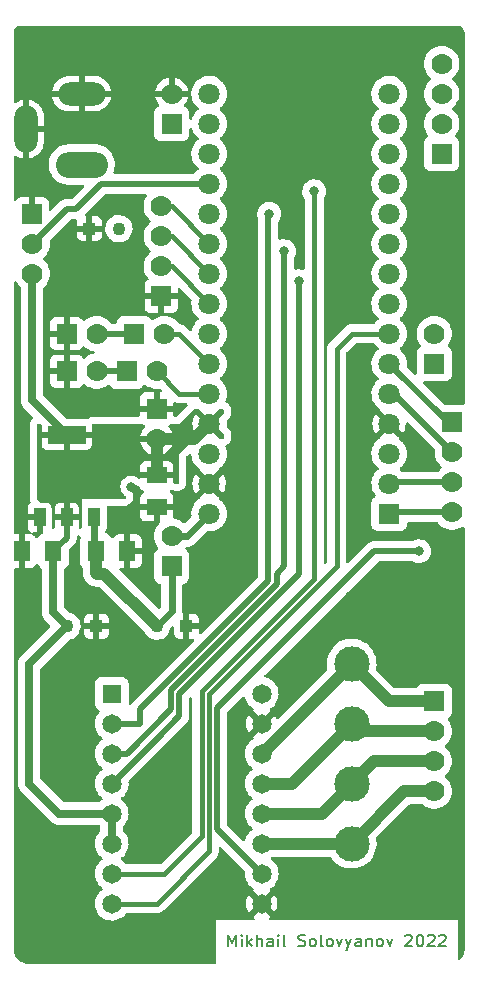
<source format=gbr>
%TF.GenerationSoftware,KiCad,Pcbnew,6.0.0*%
%TF.CreationDate,2022-01-29T03:06:03+03:00*%
%TF.ProjectId,pump,70756d70-2e6b-4696-9361-645f70636258,rev?*%
%TF.SameCoordinates,Original*%
%TF.FileFunction,Copper,L1,Top*%
%TF.FilePolarity,Positive*%
%FSLAX46Y46*%
G04 Gerber Fmt 4.6, Leading zero omitted, Abs format (unit mm)*
G04 Created by KiCad (PCBNEW 6.0.0) date 2022-01-29 03:06:03*
%MOMM*%
%LPD*%
G01*
G04 APERTURE LIST*
G04 Aperture macros list*
%AMRoundRect*
0 Rectangle with rounded corners*
0 $1 Rounding radius*
0 $2 $3 $4 $5 $6 $7 $8 $9 X,Y pos of 4 corners*
0 Add a 4 corners polygon primitive as box body*
4,1,4,$2,$3,$4,$5,$6,$7,$8,$9,$2,$3,0*
0 Add four circle primitives for the rounded corners*
1,1,$1+$1,$2,$3*
1,1,$1+$1,$4,$5*
1,1,$1+$1,$6,$7*
1,1,$1+$1,$8,$9*
0 Add four rect primitives between the rounded corners*
20,1,$1+$1,$2,$3,$4,$5,0*
20,1,$1+$1,$4,$5,$6,$7,0*
20,1,$1+$1,$6,$7,$8,$9,0*
20,1,$1+$1,$8,$9,$2,$3,0*%
G04 Aperture macros list end*
%ADD10C,0.150000*%
%TA.AperFunction,NonConductor*%
%ADD11C,0.150000*%
%TD*%
%TA.AperFunction,ComponentPad*%
%ADD12R,1.778000X1.778000*%
%TD*%
%TA.AperFunction,ComponentPad*%
%ADD13RoundRect,0.889000X0.000000X0.000000X0.000000X0.000000X0.000000X0.000000X0.000000X0.000000X0*%
%TD*%
%TA.AperFunction,ComponentPad*%
%ADD14O,2.000000X4.000000*%
%TD*%
%TA.AperFunction,ComponentPad*%
%ADD15O,4.000000X2.000000*%
%TD*%
%TA.AperFunction,ComponentPad*%
%ADD16O,4.400000X2.200000*%
%TD*%
%TA.AperFunction,ComponentPad*%
%ADD17RoundRect,0.889000X0.000000X0.000000X0.000000X0.000000X0.000000X0.000000X0.000000X0.000000X0*%
%TD*%
%TA.AperFunction,ComponentPad*%
%ADD18R,1.650000X1.650000*%
%TD*%
%TA.AperFunction,ComponentPad*%
%ADD19C,1.650000*%
%TD*%
%TA.AperFunction,SMDPad,CuDef*%
%ADD20R,1.000000X1.500000*%
%TD*%
%TA.AperFunction,SMDPad,CuDef*%
%ADD21R,3.240000X1.500000*%
%TD*%
%TA.AperFunction,ComponentPad*%
%ADD22R,1.800000X1.800000*%
%TD*%
%TA.AperFunction,ComponentPad*%
%ADD23C,1.800000*%
%TD*%
%TA.AperFunction,ComponentPad*%
%ADD24RoundRect,0.889000X0.000000X0.000000X0.000000X0.000000X0.000000X0.000000X0.000000X0.000000X0*%
%TD*%
%TA.AperFunction,ComponentPad*%
%ADD25C,3.000000*%
%TD*%
%TA.AperFunction,SMDPad,CuDef*%
%ADD26R,1.820000X1.440000*%
%TD*%
%TA.AperFunction,ComponentPad*%
%ADD27C,1.100000*%
%TD*%
%TA.AperFunction,ComponentPad*%
%ADD28R,1.100000X1.100000*%
%TD*%
%TA.AperFunction,SMDPad,CuDef*%
%ADD29R,1.440000X1.820000*%
%TD*%
%TA.AperFunction,ViaPad*%
%ADD30C,0.800000*%
%TD*%
%TA.AperFunction,Conductor*%
%ADD31C,0.600000*%
%TD*%
%TA.AperFunction,Conductor*%
%ADD32C,0.500000*%
%TD*%
%TA.AperFunction,Conductor*%
%ADD33C,1.000000*%
%TD*%
%TA.AperFunction,Conductor*%
%ADD34C,0.400000*%
%TD*%
%TA.AperFunction,Conductor*%
%ADD35C,0.700000*%
%TD*%
G04 APERTURE END LIST*
D10*
D11*
X110824523Y-110307380D02*
X110824523Y-109307380D01*
X111157857Y-110021666D01*
X111491190Y-109307380D01*
X111491190Y-110307380D01*
X111967380Y-110307380D02*
X111967380Y-109640714D01*
X111967380Y-109307380D02*
X111919761Y-109355000D01*
X111967380Y-109402619D01*
X112015000Y-109355000D01*
X111967380Y-109307380D01*
X111967380Y-109402619D01*
X112443571Y-110307380D02*
X112443571Y-109307380D01*
X112538809Y-109926428D02*
X112824523Y-110307380D01*
X112824523Y-109640714D02*
X112443571Y-110021666D01*
X113253095Y-110307380D02*
X113253095Y-109307380D01*
X113681666Y-110307380D02*
X113681666Y-109783571D01*
X113634047Y-109688333D01*
X113538809Y-109640714D01*
X113395952Y-109640714D01*
X113300714Y-109688333D01*
X113253095Y-109735952D01*
X114586428Y-110307380D02*
X114586428Y-109783571D01*
X114538809Y-109688333D01*
X114443571Y-109640714D01*
X114253095Y-109640714D01*
X114157857Y-109688333D01*
X114586428Y-110259761D02*
X114491190Y-110307380D01*
X114253095Y-110307380D01*
X114157857Y-110259761D01*
X114110238Y-110164523D01*
X114110238Y-110069285D01*
X114157857Y-109974047D01*
X114253095Y-109926428D01*
X114491190Y-109926428D01*
X114586428Y-109878809D01*
X115062619Y-110307380D02*
X115062619Y-109640714D01*
X115062619Y-109307380D02*
X115015000Y-109355000D01*
X115062619Y-109402619D01*
X115110238Y-109355000D01*
X115062619Y-109307380D01*
X115062619Y-109402619D01*
X115681666Y-110307380D02*
X115586428Y-110259761D01*
X115538809Y-110164523D01*
X115538809Y-109307380D01*
X116776904Y-110259761D02*
X116919761Y-110307380D01*
X117157857Y-110307380D01*
X117253095Y-110259761D01*
X117300714Y-110212142D01*
X117348333Y-110116904D01*
X117348333Y-110021666D01*
X117300714Y-109926428D01*
X117253095Y-109878809D01*
X117157857Y-109831190D01*
X116967380Y-109783571D01*
X116872142Y-109735952D01*
X116824523Y-109688333D01*
X116776904Y-109593095D01*
X116776904Y-109497857D01*
X116824523Y-109402619D01*
X116872142Y-109355000D01*
X116967380Y-109307380D01*
X117205476Y-109307380D01*
X117348333Y-109355000D01*
X117919761Y-110307380D02*
X117824523Y-110259761D01*
X117776904Y-110212142D01*
X117729285Y-110116904D01*
X117729285Y-109831190D01*
X117776904Y-109735952D01*
X117824523Y-109688333D01*
X117919761Y-109640714D01*
X118062619Y-109640714D01*
X118157857Y-109688333D01*
X118205476Y-109735952D01*
X118253095Y-109831190D01*
X118253095Y-110116904D01*
X118205476Y-110212142D01*
X118157857Y-110259761D01*
X118062619Y-110307380D01*
X117919761Y-110307380D01*
X118824523Y-110307380D02*
X118729285Y-110259761D01*
X118681666Y-110164523D01*
X118681666Y-109307380D01*
X119348333Y-110307380D02*
X119253095Y-110259761D01*
X119205476Y-110212142D01*
X119157857Y-110116904D01*
X119157857Y-109831190D01*
X119205476Y-109735952D01*
X119253095Y-109688333D01*
X119348333Y-109640714D01*
X119491190Y-109640714D01*
X119586428Y-109688333D01*
X119634047Y-109735952D01*
X119681666Y-109831190D01*
X119681666Y-110116904D01*
X119634047Y-110212142D01*
X119586428Y-110259761D01*
X119491190Y-110307380D01*
X119348333Y-110307380D01*
X120015000Y-109640714D02*
X120253095Y-110307380D01*
X120491190Y-109640714D01*
X120776904Y-109640714D02*
X121015000Y-110307380D01*
X121253095Y-109640714D02*
X121015000Y-110307380D01*
X120919761Y-110545476D01*
X120872142Y-110593095D01*
X120776904Y-110640714D01*
X122062619Y-110307380D02*
X122062619Y-109783571D01*
X122015000Y-109688333D01*
X121919761Y-109640714D01*
X121729285Y-109640714D01*
X121634047Y-109688333D01*
X122062619Y-110259761D02*
X121967380Y-110307380D01*
X121729285Y-110307380D01*
X121634047Y-110259761D01*
X121586428Y-110164523D01*
X121586428Y-110069285D01*
X121634047Y-109974047D01*
X121729285Y-109926428D01*
X121967380Y-109926428D01*
X122062619Y-109878809D01*
X122538809Y-109640714D02*
X122538809Y-110307380D01*
X122538809Y-109735952D02*
X122586428Y-109688333D01*
X122681666Y-109640714D01*
X122824523Y-109640714D01*
X122919761Y-109688333D01*
X122967380Y-109783571D01*
X122967380Y-110307380D01*
X123586428Y-110307380D02*
X123491190Y-110259761D01*
X123443571Y-110212142D01*
X123395952Y-110116904D01*
X123395952Y-109831190D01*
X123443571Y-109735952D01*
X123491190Y-109688333D01*
X123586428Y-109640714D01*
X123729285Y-109640714D01*
X123824523Y-109688333D01*
X123872142Y-109735952D01*
X123919761Y-109831190D01*
X123919761Y-110116904D01*
X123872142Y-110212142D01*
X123824523Y-110259761D01*
X123729285Y-110307380D01*
X123586428Y-110307380D01*
X124253095Y-109640714D02*
X124491190Y-110307380D01*
X124729285Y-109640714D01*
X125824523Y-109402619D02*
X125872142Y-109355000D01*
X125967380Y-109307380D01*
X126205476Y-109307380D01*
X126300714Y-109355000D01*
X126348333Y-109402619D01*
X126395952Y-109497857D01*
X126395952Y-109593095D01*
X126348333Y-109735952D01*
X125776904Y-110307380D01*
X126395952Y-110307380D01*
X127014999Y-109307380D02*
X127110238Y-109307380D01*
X127205476Y-109355000D01*
X127253095Y-109402619D01*
X127300714Y-109497857D01*
X127348333Y-109688333D01*
X127348333Y-109926428D01*
X127300714Y-110116904D01*
X127253095Y-110212142D01*
X127205476Y-110259761D01*
X127110238Y-110307380D01*
X127014999Y-110307380D01*
X126919761Y-110259761D01*
X126872142Y-110212142D01*
X126824523Y-110116904D01*
X126776904Y-109926428D01*
X126776904Y-109688333D01*
X126824523Y-109497857D01*
X126872142Y-109402619D01*
X126919761Y-109355000D01*
X127014999Y-109307380D01*
X127729285Y-109402619D02*
X127776904Y-109355000D01*
X127872142Y-109307380D01*
X128110238Y-109307380D01*
X128205476Y-109355000D01*
X128253095Y-109402619D01*
X128300714Y-109497857D01*
X128300714Y-109593095D01*
X128253095Y-109735952D01*
X127681666Y-110307380D01*
X128300714Y-110307380D01*
X128681666Y-109402619D02*
X128729285Y-109355000D01*
X128824523Y-109307380D01*
X129062619Y-109307380D01*
X129157857Y-109355000D01*
X129205476Y-109402619D01*
X129253095Y-109497857D01*
X129253095Y-109593095D01*
X129205476Y-109735952D01*
X128634047Y-110307380D01*
X129253095Y-110307380D01*
D12*
%TO.P,J10,1,1*%
%TO.N,+12V*%
X106045000Y-78105000D03*
D13*
%TO.P,J10,2,2*%
%TO.N,Net-(TB1-Pad30)*%
X106045000Y-75565000D03*
%TD*%
D14*
%TO.P,J1,3*%
%TO.N,GND*%
X93725000Y-41100000D03*
D15*
%TO.P,J1,2*%
X98425000Y-38100000D03*
D16*
%TO.P,J1,1*%
%TO.N,+12V*%
X98425000Y-44100000D03*
%TD*%
D12*
%TO.P,R3,1*%
%TO.N,FAULT*%
X128270000Y-60960000D03*
D13*
%TO.P,R3,2*%
%TO.N,Net-(TB1-Pad8)*%
X128270000Y-58420000D03*
%TD*%
D12*
%TO.P,R2,1*%
%TO.N,Net-(D2-Pad2)*%
X102870000Y-58420000D03*
D17*
%TO.P,R2,2*%
%TO.N,/LED1*%
X105410000Y-58420000D03*
%TD*%
D12*
%TO.P,R1,1*%
%TO.N,Net-(D1-Pad2)*%
X102235000Y-61595000D03*
D17*
%TO.P,R1,2*%
%TO.N,/LED2*%
X104775000Y-61595000D03*
%TD*%
D12*
%TO.P,D2,1,K*%
%TO.N,GND*%
X97155000Y-58420000D03*
D17*
%TO.P,D2,2,A*%
%TO.N,Net-(D2-Pad2)*%
X99695000Y-58420000D03*
%TD*%
D12*
%TO.P,D1,1,K*%
%TO.N,GND*%
X97155000Y-61595000D03*
D17*
%TO.P,D1,2,A*%
%TO.N,Net-(D1-Pad2)*%
X99695000Y-61595000D03*
%TD*%
D18*
%TO.P,U2,1,~{EN}*%
%TO.N,unconnected-(U2-Pad1)*%
X100965000Y-88900000D03*
D19*
%TO.P,U2,2,M0*%
%TO.N,M0*%
X100965000Y-91440000D03*
%TO.P,U2,3,M1*%
%TO.N,M1*%
X100965000Y-93980000D03*
%TO.P,U2,4,M2*%
%TO.N,M2*%
X100965000Y-96520000D03*
%TO.P,U2,5,~{RST}*%
%TO.N,+5V*%
X100965000Y-99060000D03*
%TO.P,U2,6,~{SLP}*%
X100965000Y-101600000D03*
%TO.P,U2,7,STEP*%
%TO.N,STEP*%
X100965000Y-104140000D03*
%TO.P,U2,8,DIR*%
%TO.N,DIR*%
X100965000Y-106680000D03*
%TO.P,U2,9,GND*%
%TO.N,GND*%
X113665000Y-106680000D03*
%TO.P,U2,10,~{FLT}*%
%TO.N,FAULT*%
X113665000Y-104140000D03*
%TO.P,U2,11,A2*%
%TO.N,/A2*%
X113665000Y-101600000D03*
%TO.P,U2,12,A1*%
%TO.N,/A1*%
X113665000Y-99060000D03*
%TO.P,U2,13,B1*%
%TO.N,/B1*%
X113665000Y-96520000D03*
%TO.P,U2,14,B2*%
%TO.N,/B2*%
X113665000Y-93980000D03*
%TO.P,U2,15,GND_MOT*%
%TO.N,GND*%
X113665000Y-91440000D03*
%TO.P,U2,16,VMOT*%
%TO.N,+12V*%
X113665000Y-88900000D03*
%TD*%
D20*
%TO.P,U1,1,GND*%
%TO.N,GND*%
X94865000Y-73980000D03*
%TO.P,U1,2,OUT*%
%TO.N,+5V*%
X97155000Y-73980000D03*
%TO.P,U1,3,IN*%
%TO.N,+12V*%
X99445000Y-73980000D03*
D21*
%TO.P,U1,4,OUT*%
%TO.N,+5V*%
X97155000Y-66990000D03*
%TD*%
D22*
%TO.P,TB1,1,D1/TX*%
%TO.N,Net-(J4-Pad4)*%
X124460000Y-73660000D03*
D23*
%TO.P,TB1,2,D0/RX*%
%TO.N,Net-(J4-Pad3)*%
X124460000Y-71120000D03*
%TO.P,TB1,3,RESET*%
%TO.N,unconnected-(TB1-Pad28)*%
X124460000Y-68580000D03*
%TO.P,TB1,4,COM/GND*%
%TO.N,GND*%
X124460000Y-66040000D03*
%TO.P,TB1,5,D2*%
%TO.N,Net-(J4-Pad2)*%
X124460000Y-63500000D03*
%TO.P,TB1,6,D3*%
%TO.N,Net-(J4-Pad1)*%
X124460000Y-60960000D03*
%TO.P,TB1,7,D4*%
%TO.N,DIR*%
X124460000Y-58420000D03*
%TO.P,TB1,8,D5*%
%TO.N,Net-(TB1-Pad8)*%
X124460000Y-55880000D03*
%TO.P,TB1,9,D6*%
%TO.N,M2*%
X124460000Y-53340000D03*
%TO.P,TB1,10,D7*%
%TO.N,M1*%
X124460000Y-50800000D03*
%TO.P,TB1,11,D8*%
%TO.N,M0*%
X124460000Y-48260000D03*
%TO.P,TB1,12,D9*%
%TO.N,STEP*%
X124460000Y-45720000D03*
%TO.P,TB1,13,D10*%
%TO.N,Net-(J6-Pad1)*%
X124460000Y-43180000D03*
%TO.P,TB1,14,D11/MOSI*%
%TO.N,Net-(J6-Pad2)*%
X124460000Y-40640000D03*
%TO.P,TB1,15,D12/MISO*%
%TO.N,Net-(J6-Pad3)*%
X124460000Y-38100000D03*
%TO.P,TB1,16,D13/SCK*%
%TO.N,Net-(J6-Pad4)*%
X109220000Y-38100000D03*
%TO.P,TB1,17,3V3*%
%TO.N,Net-(J5-Pad1)*%
X109220000Y-40640000D03*
%TO.P,TB1,18,AREF*%
%TO.N,unconnected-(TB1-Pad18)*%
X109220000Y-43180000D03*
%TO.P,TB1,19,A0*%
%TO.N,Net-(J2-Pad2)*%
X109220000Y-45720000D03*
%TO.P,TB1,20,A1*%
%TO.N,unconnected-(TB1-Pad20)*%
X109220000Y-48260000D03*
%TO.P,TB1,21,A2*%
%TO.N,Net-(J3-Pad4)*%
X109220000Y-50800000D03*
%TO.P,TB1,22,A3*%
%TO.N,Net-(J3-Pad3)*%
X109220000Y-53340000D03*
%TO.P,TB1,23,A4*%
%TO.N,Net-(J3-Pad2)*%
X109220000Y-55880000D03*
%TO.P,TB1,24,A5*%
%TO.N,unconnected-(TB1-Pad24)*%
X109220000Y-58420000D03*
%TO.P,TB1,25,A6*%
%TO.N,/LED1*%
X109220000Y-60960000D03*
%TO.P,TB1,26,A7*%
%TO.N,/LED2*%
X109220000Y-63500000D03*
%TO.P,TB1,27,+5V*%
%TO.N,+5V*%
X109220000Y-66040000D03*
%TO.P,TB1,28,RESET*%
%TO.N,unconnected-(TB1-Pad28)*%
X109220000Y-68580000D03*
%TO.P,TB1,29,COM/GND*%
%TO.N,GND*%
X109220000Y-71120000D03*
%TO.P,TB1,30,VIN*%
%TO.N,Net-(TB1-Pad30)*%
X109220000Y-73660000D03*
%TD*%
D12*
%TO.P,J9,1,1*%
%TO.N,/B2*%
X128270000Y-89535000D03*
D24*
%TO.P,J9,2,2*%
%TO.N,/B1*%
X128270000Y-92075000D03*
%TO.P,J9,3,3*%
%TO.N,/A1*%
X128270000Y-94615000D03*
%TO.P,J9,4,4*%
%TO.N,/A2*%
X128270000Y-97155000D03*
%TD*%
D25*
%TO.P,J8,1,12V*%
%TO.N,/A2*%
X121285000Y-101600000D03*
%TO.P,J8,2,GND*%
%TO.N,/A1*%
X121285000Y-96520000D03*
%TO.P,J8,3,GND*%
%TO.N,/B1*%
X121285000Y-91440000D03*
%TO.P,J8,4,5V*%
%TO.N,/B2*%
X121285000Y-86360000D03*
%TD*%
D12*
%TO.P,J7,1,1*%
%TO.N,GND*%
X104775000Y-64770000D03*
D24*
%TO.P,J7,2,2*%
%TO.N,+5V*%
X104775000Y-67310000D03*
%TD*%
D12*
%TO.P,J6,1,1*%
%TO.N,Net-(J6-Pad1)*%
X128905000Y-43180000D03*
D13*
%TO.P,J6,2,2*%
%TO.N,Net-(J6-Pad2)*%
X128905000Y-40640000D03*
%TO.P,J6,3,3*%
%TO.N,Net-(J6-Pad3)*%
X128905000Y-38100000D03*
%TO.P,J6,4,4*%
%TO.N,Net-(J6-Pad4)*%
X128905000Y-35560000D03*
%TD*%
D12*
%TO.P,J5,1,1*%
%TO.N,Net-(J5-Pad1)*%
X106045000Y-40640000D03*
D13*
%TO.P,J5,2,2*%
%TO.N,GND*%
X106045000Y-38100000D03*
%TD*%
D12*
%TO.P,J4,1,1*%
%TO.N,Net-(J4-Pad1)*%
X129792250Y-65914750D03*
D24*
%TO.P,J4,2,2*%
%TO.N,Net-(J4-Pad2)*%
X129792250Y-68454750D03*
%TO.P,J4,3,3*%
%TO.N,Net-(J4-Pad3)*%
X129792250Y-70994750D03*
%TO.P,J4,4,4*%
%TO.N,Net-(J4-Pad4)*%
X129792250Y-73534750D03*
%TD*%
D12*
%TO.P,J3,1,1*%
%TO.N,GND*%
X105157750Y-55245000D03*
D13*
%TO.P,J3,2,2*%
%TO.N,Net-(J3-Pad2)*%
X105157750Y-52705000D03*
%TO.P,J3,3,3*%
%TO.N,Net-(J3-Pad3)*%
X105157750Y-50165000D03*
%TO.P,J3,4,4*%
%TO.N,Net-(J3-Pad4)*%
X105157750Y-47625000D03*
%TD*%
D12*
%TO.P,J2,1,1*%
%TO.N,GND*%
X94232250Y-48260000D03*
D24*
%TO.P,J2,2,2*%
%TO.N,Net-(J2-Pad2)*%
X94232250Y-50800000D03*
%TO.P,J2,3,3*%
%TO.N,+5V*%
X94232250Y-53340000D03*
%TD*%
D26*
%TO.P,C6,1,1*%
%TO.N,+5V*%
X104775000Y-70419000D03*
%TO.P,C6,2,2*%
%TO.N,GND*%
X104775000Y-73091000D03*
%TD*%
D27*
%TO.P,C5,+,+*%
%TO.N,+12V*%
X104795000Y-83185000D03*
D28*
%TO.P,C5,-,-*%
%TO.N,GND*%
X107295000Y-83185000D03*
%TD*%
D27*
%TO.P,C4,+,+*%
%TO.N,+5V*%
X97175000Y-83185000D03*
D28*
%TO.P,C4,-,-*%
%TO.N,GND*%
X99675000Y-83185000D03*
%TD*%
D29*
%TO.P,C3,1,1*%
%TO.N,+5V*%
X96017000Y-76835000D03*
%TO.P,C3,2,2*%
%TO.N,GND*%
X93345000Y-76835000D03*
%TD*%
D27*
%TO.P,C2,+,+*%
%TO.N,+12V*%
X101580000Y-49530000D03*
D28*
%TO.P,C2,-,-*%
%TO.N,GND*%
X99080000Y-49530000D03*
%TD*%
D29*
%TO.P,C1,1,1*%
%TO.N,+12V*%
X99629000Y-76835000D03*
%TO.P,C1,2,2*%
%TO.N,GND*%
X102301000Y-76835000D03*
%TD*%
D30*
%TO.N,GND*%
X103759000Y-79248000D03*
X98298000Y-80645000D03*
X104140000Y-85598000D03*
X99695000Y-85725000D03*
X98933000Y-64389000D03*
X102108000Y-64516000D03*
X102616000Y-71374000D03*
X102616000Y-73152000D03*
X102235000Y-74930000D03*
X110236000Y-76073000D03*
X112268000Y-78359000D03*
X109347000Y-78232000D03*
X110490000Y-80518000D03*
X108839000Y-80518000D03*
%TO.N,+5V*%
X101092000Y-69596000D03*
X100330000Y-67183000D03*
X99314000Y-71247000D03*
X99314000Y-69469000D03*
X97409000Y-69469000D03*
X97409000Y-71247000D03*
%TO.N,GND*%
X105156000Y-34036000D03*
X103886000Y-35814000D03*
X120523000Y-40894000D03*
X113538000Y-43434000D03*
X113538000Y-41021000D03*
X112395000Y-71247000D03*
X112395000Y-73025000D03*
X112395000Y-74676000D03*
X126238000Y-79248000D03*
X125603000Y-81280000D03*
X123317000Y-81280000D03*
X121158000Y-80645000D03*
X118618000Y-84582000D03*
X97663000Y-107061000D03*
X94107000Y-103251000D03*
X95123000Y-106299000D03*
X97155000Y-104267000D03*
X96647000Y-101473000D03*
X96520000Y-94615000D03*
X97663000Y-92075000D03*
X97028000Y-89281000D03*
X118999000Y-107061000D03*
X109347000Y-104648000D03*
X108712000Y-106807000D03*
X111379000Y-106553000D03*
X111252000Y-104521000D03*
X103759000Y-100838000D03*
X104140000Y-96393000D03*
X106553000Y-98806000D03*
X106426000Y-94869000D03*
X111379000Y-96139000D03*
X111379000Y-92964000D03*
X112395000Y-58674000D03*
X112395000Y-61341000D03*
X112395000Y-63246000D03*
X112395000Y-65151000D03*
%TO.N,FAULT*%
X127000000Y-76835000D03*
%TO.N,M0*%
X114300000Y-48260000D03*
%TO.N,M1*%
X115570000Y-51435000D03*
%TO.N,M2*%
X116840000Y-53975000D03*
%TO.N,STEP*%
X118110000Y-46355000D03*
%TO.N,GND*%
X93345000Y-80010000D03*
X93345000Y-78740000D03*
%TD*%
D31*
%TO.N,Net-(TB1-Pad30)*%
X106045000Y-75565000D02*
X107315000Y-75565000D01*
X107315000Y-75565000D02*
X109220000Y-73660000D01*
%TO.N,+12V*%
X106045000Y-78105000D02*
X106045000Y-81935000D01*
X106045000Y-81935000D02*
X104795000Y-83185000D01*
D32*
%TO.N,+5V*%
X97155000Y-73980000D02*
X97155000Y-75697000D01*
X97155000Y-75697000D02*
X96017000Y-76835000D01*
%TO.N,FAULT*%
X109869520Y-90155480D02*
X120664519Y-79360481D01*
X123190000Y-76835000D02*
X127000000Y-76835000D01*
X113665000Y-104140000D02*
X109869520Y-100344520D01*
X120664519Y-79360481D02*
X123190000Y-76835000D01*
X109869520Y-100344520D02*
X109869520Y-90155480D01*
%TO.N,Net-(J2-Pad2)*%
X97939102Y-47877250D02*
X100096352Y-45720000D01*
X97155000Y-47877250D02*
X97939102Y-47877250D01*
X94232250Y-50800000D02*
X97155000Y-47877250D01*
X100096352Y-45720000D02*
X109220000Y-45720000D01*
%TO.N,Net-(D1-Pad2)*%
X102235000Y-61595000D02*
X99695000Y-61595000D01*
%TO.N,Net-(D2-Pad2)*%
X102870000Y-58420000D02*
X99695000Y-58420000D01*
%TO.N,Net-(J4-Pad4)*%
X129792250Y-73534750D02*
X124585250Y-73534750D01*
X124585250Y-73534750D02*
X124460000Y-73660000D01*
%TO.N,Net-(J4-Pad3)*%
X129792250Y-70994750D02*
X124585250Y-70994750D01*
X124585250Y-70994750D02*
X124460000Y-71120000D01*
%TO.N,Net-(J4-Pad2)*%
X129792250Y-68454750D02*
X124837500Y-63500000D01*
X124837500Y-63500000D02*
X124460000Y-63500000D01*
%TO.N,Net-(J4-Pad1)*%
X129792250Y-65914750D02*
X129414750Y-65914750D01*
X129414750Y-65914750D02*
X124460000Y-60960000D01*
D33*
%TO.N,+12V*%
X99629000Y-78674000D02*
X99695000Y-78740000D01*
X99695000Y-78740000D02*
X100350000Y-78740000D01*
X100350000Y-78740000D02*
X104795000Y-83185000D01*
D34*
%TO.N,STEP*%
X118110000Y-46355000D02*
X118110000Y-79162150D01*
X118110000Y-79162150D02*
X108585000Y-88687150D01*
X108585000Y-88687150D02*
X108585000Y-100965000D01*
X108585000Y-100965000D02*
X105410000Y-104140000D01*
X105410000Y-104140000D02*
X100965000Y-104140000D01*
D32*
%TO.N,M0*%
X114235480Y-48324520D02*
X114300000Y-48260000D01*
X114235480Y-79365980D02*
X114235480Y-48324520D01*
X100965000Y-91440000D02*
X103375960Y-91440000D01*
X103375960Y-91440000D02*
X103375960Y-90225500D01*
X103375960Y-90225500D02*
X114235480Y-79365980D01*
%TO.N,M1*%
X115570000Y-51435000D02*
X115570000Y-78105000D01*
X115570000Y-78105000D02*
X114935000Y-78740000D01*
X114935000Y-78740000D02*
X114935000Y-79655730D01*
X105980480Y-90234520D02*
X102235000Y-93980000D01*
X114935000Y-79655730D02*
X105980480Y-88610250D01*
X105980480Y-88610250D02*
X105980480Y-90234520D01*
X102235000Y-93980000D02*
X100965000Y-93980000D01*
%TO.N,M2*%
X116840000Y-78740000D02*
X116840000Y-53975000D01*
X106680000Y-88900000D02*
X116840000Y-78740000D01*
X106680000Y-90805000D02*
X106680000Y-89535000D01*
X102235000Y-95250000D02*
X104775000Y-92710000D01*
X100965000Y-96520000D02*
X102235000Y-95250000D01*
X104775000Y-92710000D02*
X106680000Y-90805000D01*
X106680000Y-89535000D02*
X106680000Y-88900000D01*
D34*
%TO.N,DIR*%
X100965000Y-106680000D02*
X104775000Y-106680000D01*
X104775000Y-106680000D02*
X109220000Y-102235000D01*
X121285000Y-58420000D02*
X124460000Y-58420000D01*
X109220000Y-102235000D02*
X109220000Y-88900000D01*
X109220000Y-88900000D02*
X120015000Y-78105000D01*
X120015000Y-78105000D02*
X120015000Y-59690000D01*
X120015000Y-59690000D02*
X121285000Y-58420000D01*
D35*
%TO.N,+5V*%
X96017000Y-76835000D02*
X96017000Y-82027000D01*
X96017000Y-82027000D02*
X97175000Y-83185000D01*
X96520000Y-99060000D02*
X93980000Y-96520000D01*
X100965000Y-99060000D02*
X96520000Y-99060000D01*
X93980000Y-96520000D02*
X93980000Y-86380000D01*
X93980000Y-86380000D02*
X97175000Y-83185000D01*
X100965000Y-99060000D02*
X100965000Y-101600000D01*
D32*
%TO.N,GND*%
X93345000Y-80010000D02*
X93345000Y-76835000D01*
D35*
%TO.N,+5V*%
X94232250Y-53340000D02*
X94232250Y-64067250D01*
X94232250Y-64067250D02*
X97155000Y-66990000D01*
D31*
%TO.N,+12V*%
X99445000Y-73980000D02*
X99445000Y-76651000D01*
X99445000Y-76651000D02*
X99629000Y-76835000D01*
D33*
X99629000Y-78674000D02*
X99629000Y-76835000D01*
%TO.N,/B2*%
X128270000Y-89535000D02*
X124460000Y-89535000D01*
X124460000Y-89535000D02*
X121285000Y-86360000D01*
%TO.N,/B1*%
X128270000Y-92075000D02*
X121920000Y-92075000D01*
X121920000Y-92075000D02*
X121285000Y-91440000D01*
%TO.N,/A1*%
X128270000Y-94615000D02*
X123190000Y-94615000D01*
X123190000Y-94615000D02*
X121285000Y-96520000D01*
%TO.N,/A2*%
X128270000Y-97155000D02*
X125730000Y-97155000D01*
X125730000Y-97155000D02*
X121285000Y-101600000D01*
X113665000Y-101600000D02*
X121285000Y-101600000D01*
%TO.N,/A1*%
X113665000Y-99060000D02*
X118745000Y-99060000D01*
X118745000Y-99060000D02*
X121285000Y-96520000D01*
%TO.N,/B1*%
X113665000Y-96520000D02*
X116205000Y-96520000D01*
X116205000Y-96520000D02*
X121285000Y-91440000D01*
%TO.N,/B2*%
X113665000Y-93980000D02*
X121285000Y-86360000D01*
%TO.N,+5V*%
X104775000Y-70419000D02*
X104775000Y-67310000D01*
X109220000Y-66040000D02*
X107950000Y-67310000D01*
X107950000Y-67310000D02*
X104775000Y-67310000D01*
D34*
%TO.N,/LED2*%
X109220000Y-63500000D02*
X106680000Y-63500000D01*
X106680000Y-63500000D02*
X104775000Y-61595000D01*
%TO.N,/LED1*%
X109220000Y-60960000D02*
X106680000Y-58420000D01*
X106680000Y-58420000D02*
X105410000Y-58420000D01*
%TO.N,Net-(J3-Pad2)*%
X109220000Y-55880000D02*
X106045000Y-52705000D01*
X106045000Y-52705000D02*
X105157750Y-52705000D01*
%TO.N,Net-(J3-Pad3)*%
X109220000Y-53340000D02*
X106045000Y-50165000D01*
X106045000Y-50165000D02*
X105157750Y-50165000D01*
%TO.N,Net-(J3-Pad4)*%
X109220000Y-50800000D02*
X106045000Y-47625000D01*
X106045000Y-47625000D02*
X105157750Y-47625000D01*
%TD*%
%TA.AperFunction,Conductor*%
%TO.N,+5V*%
G36*
X108365299Y-64790002D02*
G01*
X108411792Y-64843658D01*
X108415037Y-64861566D01*
X108432251Y-64893040D01*
X109207189Y-65667979D01*
X109221132Y-65675592D01*
X109222966Y-65675461D01*
X109229580Y-65671210D01*
X110008994Y-64891795D01*
X110029639Y-64853986D01*
X110033635Y-64835617D01*
X110083836Y-64785414D01*
X110144224Y-64770000D01*
X110364000Y-64770000D01*
X110432121Y-64790002D01*
X110478614Y-64843658D01*
X110490000Y-64896000D01*
X110490000Y-65115575D01*
X110469998Y-65183696D01*
X110416342Y-65230189D01*
X110410766Y-65231000D01*
X110368973Y-65250238D01*
X109592021Y-66027189D01*
X109584408Y-66041132D01*
X109584539Y-66042966D01*
X109588790Y-66049580D01*
X110366307Y-66827096D01*
X110402445Y-66846829D01*
X110424381Y-66851600D01*
X110474585Y-66901800D01*
X110490000Y-66962190D01*
X110490000Y-67184000D01*
X110469998Y-67252121D01*
X110416342Y-67298614D01*
X110364000Y-67310000D01*
X110142705Y-67310000D01*
X110074584Y-67289998D01*
X110028091Y-67236342D01*
X110025624Y-67221703D01*
X110006510Y-67185721D01*
X109232811Y-66412021D01*
X109218868Y-66404408D01*
X109217034Y-66404539D01*
X109210420Y-66408790D01*
X108430180Y-67189031D01*
X108409139Y-67227565D01*
X108405481Y-67244382D01*
X108355280Y-67294585D01*
X108294891Y-67310000D01*
X107950000Y-67310000D01*
X106680000Y-68580000D01*
X106680000Y-70994000D01*
X106659998Y-71062121D01*
X106606342Y-71108614D01*
X106554000Y-71120000D01*
X106319000Y-71120000D01*
X106250879Y-71099998D01*
X106204386Y-71046342D01*
X106193000Y-70994000D01*
X106193000Y-70691115D01*
X106188525Y-70675876D01*
X106187135Y-70674671D01*
X106179452Y-70673000D01*
X103375116Y-70673000D01*
X103337750Y-70683972D01*
X103315252Y-70698430D01*
X103244256Y-70698430D01*
X103205693Y-70679470D01*
X103200747Y-70675876D01*
X103072752Y-70582882D01*
X103066724Y-70580198D01*
X103066722Y-70580197D01*
X102904319Y-70507891D01*
X102904318Y-70507891D01*
X102898288Y-70505206D01*
X102804888Y-70485353D01*
X102717944Y-70466872D01*
X102717939Y-70466872D01*
X102711487Y-70465500D01*
X102520513Y-70465500D01*
X102514061Y-70466872D01*
X102514056Y-70466872D01*
X102427112Y-70485353D01*
X102333712Y-70505206D01*
X102327682Y-70507891D01*
X102327681Y-70507891D01*
X102165278Y-70580197D01*
X102165276Y-70580198D01*
X102159248Y-70582882D01*
X102004747Y-70695134D01*
X101876960Y-70837056D01*
X101781473Y-71002444D01*
X101722458Y-71184072D01*
X101702496Y-71374000D01*
X101722458Y-71563928D01*
X101781473Y-71745556D01*
X101876960Y-71910944D01*
X101881378Y-71915851D01*
X101881379Y-71915852D01*
X101989565Y-72036005D01*
X102004747Y-72052866D01*
X102103060Y-72124295D01*
X102153668Y-72161064D01*
X102197022Y-72217287D01*
X102203097Y-72288023D01*
X102169965Y-72350814D01*
X102153646Y-72364952D01*
X102152269Y-72365952D01*
X102078230Y-72390000D01*
X98425000Y-72390000D01*
X98425000Y-74804000D01*
X98404998Y-74872121D01*
X98351342Y-74918614D01*
X98299000Y-74930000D01*
X98286927Y-74930000D01*
X98218806Y-74909998D01*
X98172313Y-74856342D01*
X98161663Y-74790397D01*
X98162631Y-74781480D01*
X98163000Y-74774672D01*
X98163000Y-74252115D01*
X98158525Y-74236876D01*
X98157135Y-74235671D01*
X98149452Y-74234000D01*
X96165116Y-74234000D01*
X96149877Y-74238475D01*
X96148672Y-74239865D01*
X96147001Y-74247548D01*
X96147001Y-74774669D01*
X96147370Y-74781483D01*
X96148338Y-74790392D01*
X96135810Y-74860274D01*
X96087490Y-74912290D01*
X96023075Y-74930000D01*
X96011000Y-74930000D01*
X95942879Y-74909998D01*
X95896386Y-74856342D01*
X95885000Y-74804000D01*
X95885000Y-73707885D01*
X96147000Y-73707885D01*
X96151475Y-73723124D01*
X96152865Y-73724329D01*
X96160548Y-73726000D01*
X96882885Y-73726000D01*
X96898124Y-73721525D01*
X96899329Y-73720135D01*
X96901000Y-73712452D01*
X96901000Y-73707885D01*
X97409000Y-73707885D01*
X97413475Y-73723124D01*
X97414865Y-73724329D01*
X97422548Y-73726000D01*
X98144884Y-73726000D01*
X98160123Y-73721525D01*
X98161328Y-73720135D01*
X98162999Y-73712452D01*
X98162999Y-73185331D01*
X98162629Y-73178510D01*
X98157105Y-73127648D01*
X98153479Y-73112396D01*
X98108324Y-72991946D01*
X98099786Y-72976351D01*
X98023285Y-72874276D01*
X98010724Y-72861715D01*
X97908649Y-72785214D01*
X97893054Y-72776676D01*
X97772606Y-72731522D01*
X97757351Y-72727895D01*
X97706486Y-72722369D01*
X97699672Y-72722000D01*
X97427115Y-72722000D01*
X97411876Y-72726475D01*
X97410671Y-72727865D01*
X97409000Y-72735548D01*
X97409000Y-73707885D01*
X96901000Y-73707885D01*
X96901000Y-72740116D01*
X96896525Y-72724877D01*
X96895135Y-72723672D01*
X96887452Y-72722001D01*
X96610331Y-72722001D01*
X96603510Y-72722371D01*
X96552648Y-72727895D01*
X96537396Y-72731521D01*
X96416946Y-72776676D01*
X96401351Y-72785214D01*
X96299276Y-72861715D01*
X96286715Y-72874276D01*
X96210214Y-72976351D01*
X96201676Y-72991946D01*
X96156522Y-73112394D01*
X96152895Y-73127649D01*
X96147369Y-73178514D01*
X96147000Y-73185328D01*
X96147000Y-73707885D01*
X95885000Y-73707885D01*
X95885000Y-73660000D01*
X95878146Y-73653146D01*
X95873500Y-73620834D01*
X95873500Y-73181866D01*
X95866745Y-73119684D01*
X95815615Y-72983295D01*
X95728261Y-72866739D01*
X95611705Y-72779385D01*
X95475316Y-72728255D01*
X95413134Y-72721500D01*
X94998690Y-72721500D01*
X94930569Y-72701498D01*
X94909595Y-72684595D01*
X94651905Y-72426905D01*
X94617879Y-72364593D01*
X94615000Y-72337810D01*
X94615000Y-70146885D01*
X103357000Y-70146885D01*
X103361475Y-70162124D01*
X103362865Y-70163329D01*
X103370548Y-70165000D01*
X104502885Y-70165000D01*
X104518124Y-70160525D01*
X104519329Y-70159135D01*
X104521000Y-70151452D01*
X104521000Y-70146885D01*
X105029000Y-70146885D01*
X105033475Y-70162124D01*
X105034865Y-70163329D01*
X105042548Y-70165000D01*
X106174884Y-70165000D01*
X106190123Y-70160525D01*
X106191328Y-70159135D01*
X106192999Y-70151452D01*
X106192999Y-69654331D01*
X106192629Y-69647510D01*
X106187105Y-69596648D01*
X106183479Y-69581396D01*
X106138324Y-69460946D01*
X106129786Y-69445351D01*
X106053285Y-69343276D01*
X106040724Y-69330715D01*
X105938649Y-69254214D01*
X105923054Y-69245676D01*
X105802606Y-69200522D01*
X105787351Y-69196895D01*
X105736486Y-69191369D01*
X105729672Y-69191000D01*
X105047115Y-69191000D01*
X105031876Y-69195475D01*
X105030671Y-69196865D01*
X105029000Y-69204548D01*
X105029000Y-70146885D01*
X104521000Y-70146885D01*
X104521000Y-69209116D01*
X104516525Y-69193877D01*
X104515135Y-69192672D01*
X104507452Y-69191001D01*
X103820331Y-69191001D01*
X103813510Y-69191371D01*
X103762648Y-69196895D01*
X103747396Y-69200521D01*
X103626946Y-69245676D01*
X103611351Y-69254214D01*
X103509276Y-69330715D01*
X103496715Y-69343276D01*
X103420214Y-69445351D01*
X103411676Y-69460946D01*
X103366522Y-69581394D01*
X103362895Y-69596649D01*
X103357369Y-69647514D01*
X103357000Y-69654328D01*
X103357000Y-70146885D01*
X94615000Y-70146885D01*
X94615000Y-67784669D01*
X95027001Y-67784669D01*
X95027371Y-67791490D01*
X95032895Y-67842352D01*
X95036521Y-67857604D01*
X95081676Y-67978054D01*
X95090214Y-67993649D01*
X95166715Y-68095724D01*
X95179276Y-68108285D01*
X95281351Y-68184786D01*
X95296946Y-68193324D01*
X95417394Y-68238478D01*
X95432649Y-68242105D01*
X95483514Y-68247631D01*
X95490328Y-68248000D01*
X96882885Y-68248000D01*
X96898124Y-68243525D01*
X96899329Y-68242135D01*
X96901000Y-68234452D01*
X96901000Y-68229884D01*
X97409000Y-68229884D01*
X97413475Y-68245123D01*
X97414865Y-68246328D01*
X97422548Y-68247999D01*
X98819669Y-68247999D01*
X98826490Y-68247629D01*
X98877352Y-68242105D01*
X98892604Y-68238479D01*
X99013054Y-68193324D01*
X99028649Y-68184786D01*
X99130724Y-68108285D01*
X99143285Y-68095724D01*
X99219786Y-67993649D01*
X99228324Y-67978054D01*
X99273478Y-67857606D01*
X99277105Y-67842351D01*
X99282631Y-67791486D01*
X99283000Y-67784672D01*
X99283000Y-67583361D01*
X103404963Y-67583361D01*
X103425568Y-67688872D01*
X103428479Y-67699090D01*
X103508696Y-67910820D01*
X103513288Y-67920403D01*
X103628026Y-68115580D01*
X103634178Y-68124269D01*
X103780165Y-68297328D01*
X103787672Y-68304835D01*
X103960731Y-68450822D01*
X103969420Y-68456974D01*
X104164597Y-68571712D01*
X104174180Y-68576304D01*
X104385910Y-68656521D01*
X104396128Y-68659432D01*
X104503218Y-68680345D01*
X104516168Y-68679141D01*
X104520482Y-68665703D01*
X105029000Y-68665703D01*
X105032664Y-68678180D01*
X105048361Y-68680037D01*
X105153872Y-68659432D01*
X105164090Y-68656521D01*
X105375820Y-68576304D01*
X105385403Y-68571712D01*
X105580580Y-68456974D01*
X105589269Y-68450822D01*
X105762328Y-68304835D01*
X105769835Y-68297328D01*
X105915822Y-68124269D01*
X105921974Y-68115580D01*
X106036712Y-67920403D01*
X106041304Y-67910820D01*
X106121521Y-67699090D01*
X106124432Y-67688872D01*
X106145345Y-67581782D01*
X106144141Y-67568832D01*
X106129089Y-67564000D01*
X105047115Y-67564000D01*
X105031876Y-67568475D01*
X105030671Y-67569865D01*
X105029000Y-67577548D01*
X105029000Y-68665703D01*
X104520482Y-68665703D01*
X104521000Y-68664089D01*
X104521000Y-67582115D01*
X104516525Y-67566876D01*
X104515135Y-67565671D01*
X104507452Y-67564000D01*
X103419297Y-67564000D01*
X103406820Y-67567664D01*
X103404963Y-67583361D01*
X99283000Y-67583361D01*
X99283000Y-67262115D01*
X99278525Y-67246876D01*
X99277135Y-67245671D01*
X99269452Y-67244000D01*
X97427115Y-67244000D01*
X97411876Y-67248475D01*
X97410671Y-67249865D01*
X97409000Y-67257548D01*
X97409000Y-68229884D01*
X96901000Y-68229884D01*
X96901000Y-67262115D01*
X96896525Y-67246876D01*
X96895135Y-67245671D01*
X96887452Y-67244000D01*
X95045116Y-67244000D01*
X95029877Y-67248475D01*
X95028672Y-67249865D01*
X95027001Y-67257548D01*
X95027001Y-67784669D01*
X94615000Y-67784669D01*
X94615000Y-66166000D01*
X94635002Y-66097879D01*
X94688658Y-66051386D01*
X94741000Y-66040000D01*
X94903073Y-66040000D01*
X94971194Y-66060002D01*
X95017687Y-66113658D01*
X95028337Y-66179603D01*
X95027369Y-66188520D01*
X95027000Y-66195328D01*
X95027000Y-66717885D01*
X95031475Y-66733124D01*
X95032865Y-66734329D01*
X95040548Y-66736000D01*
X99264884Y-66736000D01*
X99280123Y-66731525D01*
X99281328Y-66730135D01*
X99282999Y-66722452D01*
X99282999Y-66195331D01*
X99282630Y-66188517D01*
X99281662Y-66179608D01*
X99294190Y-66109726D01*
X99342510Y-66057710D01*
X99406925Y-66040000D01*
X103504433Y-66040000D01*
X103572554Y-66060002D01*
X103579992Y-66065170D01*
X103639295Y-66109615D01*
X103647703Y-66112767D01*
X103715617Y-66138227D01*
X103772381Y-66180869D01*
X103797081Y-66247430D01*
X103781873Y-66316779D01*
X103767696Y-66337453D01*
X103634178Y-66495731D01*
X103628026Y-66504420D01*
X103513288Y-66699597D01*
X103508696Y-66709180D01*
X103428479Y-66920910D01*
X103425568Y-66931128D01*
X103404655Y-67038218D01*
X103405859Y-67051168D01*
X103420911Y-67056000D01*
X106130703Y-67056000D01*
X106143180Y-67052336D01*
X106145037Y-67036639D01*
X106124432Y-66931128D01*
X106121521Y-66920910D01*
X106041304Y-66709180D01*
X106036712Y-66699597D01*
X105921974Y-66504420D01*
X105915822Y-66495731D01*
X105782304Y-66337453D01*
X105753669Y-66272487D01*
X105764703Y-66202353D01*
X105811903Y-66149318D01*
X105834383Y-66138227D01*
X105902297Y-66112767D01*
X105910705Y-66109615D01*
X105970003Y-66065174D01*
X106036508Y-66040326D01*
X106045567Y-66040000D01*
X106680000Y-66040000D01*
X106709362Y-66010638D01*
X107807893Y-66010638D01*
X107820627Y-66231468D01*
X107822061Y-66241670D01*
X107870685Y-66457439D01*
X107873773Y-66467292D01*
X107956986Y-66672220D01*
X107961634Y-66681421D01*
X108050097Y-66825781D01*
X108060553Y-66835242D01*
X108069331Y-66831458D01*
X108847979Y-66052811D01*
X108855592Y-66038868D01*
X108855461Y-66037034D01*
X108851210Y-66030420D01*
X108073862Y-65253073D01*
X108062330Y-65246776D01*
X108050048Y-65256399D01*
X107994467Y-65337877D01*
X107989379Y-65346833D01*
X107896252Y-65547459D01*
X107892689Y-65557146D01*
X107833581Y-65770280D01*
X107831650Y-65780400D01*
X107808145Y-66000349D01*
X107807893Y-66010638D01*
X106709362Y-66010638D01*
X107913095Y-64806905D01*
X107975407Y-64772879D01*
X108002190Y-64770000D01*
X108297178Y-64770000D01*
X108365299Y-64790002D01*
G37*
%TD.AperFunction*%
%TD*%
%TA.AperFunction,Conductor*%
%TO.N,GND*%
G36*
X92883512Y-53999289D02*
G01*
X92909115Y-54029806D01*
X93016986Y-54210044D01*
X93175405Y-54396845D01*
X93179347Y-54400188D01*
X93179352Y-54400193D01*
X93237245Y-54449289D01*
X93276262Y-54508603D01*
X93281750Y-54545385D01*
X93281750Y-64051818D01*
X93281701Y-64055336D01*
X93279414Y-64137222D01*
X93287535Y-64183277D01*
X93289325Y-64193429D01*
X93290593Y-64202572D01*
X93296362Y-64259360D01*
X93299387Y-64269012D01*
X93304416Y-64285061D01*
X93308266Y-64300857D01*
X93311835Y-64321097D01*
X93311837Y-64321106D01*
X93312945Y-64327387D01*
X93315294Y-64333320D01*
X93333956Y-64380456D01*
X93337038Y-64389159D01*
X93354106Y-64443623D01*
X93357200Y-64449206D01*
X93357201Y-64449207D01*
X93367168Y-64467188D01*
X93374112Y-64481879D01*
X93384029Y-64506925D01*
X93389703Y-64515595D01*
X93415278Y-64554678D01*
X93420048Y-64562586D01*
X93427340Y-64575741D01*
X93447722Y-64612511D01*
X93451876Y-64617357D01*
X93451877Y-64617359D01*
X93465251Y-64632962D01*
X93475016Y-64645968D01*
X93489763Y-64668504D01*
X93494008Y-64673218D01*
X93530793Y-64710003D01*
X93537366Y-64717100D01*
X93573386Y-64759125D01*
X93596236Y-64776850D01*
X93608098Y-64787308D01*
X94265936Y-65445146D01*
X94299962Y-65507458D01*
X94294897Y-65578273D01*
X94259354Y-65629465D01*
X94242669Y-65643922D01*
X94242631Y-65643956D01*
X94242086Y-65644428D01*
X94220954Y-65663639D01*
X94217896Y-65667434D01*
X94136297Y-65768693D01*
X94122673Y-65785599D01*
X94107233Y-65820501D01*
X94060974Y-65925068D01*
X94060971Y-65925077D01*
X94059306Y-65928840D01*
X94039304Y-65996961D01*
X94038666Y-66001401D01*
X94038665Y-66001404D01*
X94033111Y-66040037D01*
X94015000Y-66166000D01*
X94015000Y-72337810D01*
X94018437Y-72401937D01*
X94021316Y-72428720D01*
X94034794Y-72506056D01*
X94091275Y-72652149D01*
X94093251Y-72655768D01*
X94093253Y-72655772D01*
X94096367Y-72661474D01*
X94111461Y-72730847D01*
X94086653Y-72797369D01*
X94061347Y-72822690D01*
X94009276Y-72861715D01*
X93996715Y-72874276D01*
X93920214Y-72976351D01*
X93911676Y-72991946D01*
X93866522Y-73112394D01*
X93862895Y-73127649D01*
X93857369Y-73178514D01*
X93857000Y-73185328D01*
X93857000Y-73707885D01*
X93861475Y-73723124D01*
X93862865Y-73724329D01*
X93870548Y-73726000D01*
X94993000Y-73726000D01*
X95061121Y-73746002D01*
X95107614Y-73799658D01*
X95119000Y-73852000D01*
X95119000Y-75219883D01*
X95120850Y-75226183D01*
X95120850Y-75297180D01*
X95082467Y-75356906D01*
X95048172Y-75378091D01*
X94994159Y-75400464D01*
X94868718Y-75496718D01*
X94772464Y-75622159D01*
X94769304Y-75629788D01*
X94769301Y-75629793D01*
X94748364Y-75680339D01*
X94703816Y-75735620D01*
X94636452Y-75758040D01*
X94567661Y-75740481D01*
X94521436Y-75692630D01*
X94509786Y-75671351D01*
X94433285Y-75569276D01*
X94420724Y-75556715D01*
X94318646Y-75480212D01*
X94308248Y-75474519D01*
X94258103Y-75424260D01*
X94243090Y-75354869D01*
X94267977Y-75288377D01*
X94324860Y-75245894D01*
X94368759Y-75238000D01*
X94592885Y-75238000D01*
X94608124Y-75233525D01*
X94609329Y-75232135D01*
X94611000Y-75224452D01*
X94611000Y-74252115D01*
X94606525Y-74236876D01*
X94605135Y-74235671D01*
X94597452Y-74234000D01*
X93875116Y-74234000D01*
X93859877Y-74238475D01*
X93858672Y-74239865D01*
X93857001Y-74247548D01*
X93857001Y-74774669D01*
X93857371Y-74781490D01*
X93862895Y-74832352D01*
X93866521Y-74847604D01*
X93911676Y-74968054D01*
X93920214Y-74983649D01*
X93996715Y-75085724D01*
X94009276Y-75098285D01*
X94111354Y-75174788D01*
X94121752Y-75180481D01*
X94171897Y-75230740D01*
X94186910Y-75300131D01*
X94162023Y-75366623D01*
X94105140Y-75409106D01*
X94061241Y-75417000D01*
X93617115Y-75417000D01*
X93601876Y-75421475D01*
X93600671Y-75422865D01*
X93599000Y-75430548D01*
X93599000Y-78234884D01*
X93603475Y-78250123D01*
X93604865Y-78251328D01*
X93612548Y-78252999D01*
X94109669Y-78252999D01*
X94116490Y-78252629D01*
X94167352Y-78247105D01*
X94182604Y-78243479D01*
X94303054Y-78198324D01*
X94318649Y-78189786D01*
X94420724Y-78113285D01*
X94433285Y-78100724D01*
X94509786Y-77998649D01*
X94521436Y-77977370D01*
X94571695Y-77927225D01*
X94641086Y-77912211D01*
X94707578Y-77937097D01*
X94748364Y-77989661D01*
X94769301Y-78040207D01*
X94769304Y-78040212D01*
X94772464Y-78047841D01*
X94868718Y-78173282D01*
X94994159Y-78269536D01*
X95001785Y-78272695D01*
X95003500Y-78273685D01*
X95052493Y-78325067D01*
X95066500Y-78382804D01*
X95066500Y-82011568D01*
X95066451Y-82015086D01*
X95064718Y-82077152D01*
X95064164Y-82096972D01*
X95072653Y-82145116D01*
X95074075Y-82153179D01*
X95075343Y-82162322D01*
X95081112Y-82219110D01*
X95087704Y-82240145D01*
X95089166Y-82244811D01*
X95093016Y-82260607D01*
X95096585Y-82280847D01*
X95096587Y-82280856D01*
X95097695Y-82287137D01*
X95100044Y-82293070D01*
X95118706Y-82340206D01*
X95121788Y-82348909D01*
X95138856Y-82403373D01*
X95141950Y-82408956D01*
X95141951Y-82408957D01*
X95151918Y-82426938D01*
X95158862Y-82441629D01*
X95168779Y-82466675D01*
X95200028Y-82514428D01*
X95204798Y-82522336D01*
X95222945Y-82555073D01*
X95232472Y-82572261D01*
X95236626Y-82577107D01*
X95236627Y-82577109D01*
X95250001Y-82592712D01*
X95259766Y-82605718D01*
X95274513Y-82628254D01*
X95278758Y-82632968D01*
X95315543Y-82669753D01*
X95322116Y-82676850D01*
X95358136Y-82718875D01*
X95380986Y-82736600D01*
X95392848Y-82747058D01*
X95741695Y-83095905D01*
X95775721Y-83158217D01*
X95770656Y-83229032D01*
X95741695Y-83274095D01*
X93318811Y-85696979D01*
X93316290Y-85699431D01*
X93256765Y-85755721D01*
X93224026Y-85802478D01*
X93218467Y-85809829D01*
X93182385Y-85854070D01*
X93179427Y-85859728D01*
X93169905Y-85877942D01*
X93161462Y-85891829D01*
X93146009Y-85913898D01*
X93123331Y-85966305D01*
X93119377Y-85974593D01*
X93092923Y-86025194D01*
X93091163Y-86031332D01*
X93085498Y-86051087D01*
X93080015Y-86066400D01*
X93071857Y-86085251D01*
X93071855Y-86085256D01*
X93069320Y-86091115D01*
X93057645Y-86147000D01*
X93055439Y-86155916D01*
X93039697Y-86210813D01*
X93039208Y-86217170D01*
X93037630Y-86237678D01*
X93035339Y-86253772D01*
X93029832Y-86280133D01*
X93029500Y-86286468D01*
X93029500Y-86338494D01*
X93029129Y-86348158D01*
X93024883Y-86403342D01*
X93025683Y-86409674D01*
X93028506Y-86432021D01*
X93029500Y-86447813D01*
X93029500Y-96504568D01*
X93029451Y-96508086D01*
X93029188Y-96517520D01*
X93027164Y-96589972D01*
X93037075Y-96646179D01*
X93038343Y-96655322D01*
X93044112Y-96712110D01*
X93047877Y-96724123D01*
X93052166Y-96737811D01*
X93056016Y-96753607D01*
X93059585Y-96773847D01*
X93059587Y-96773856D01*
X93060695Y-96780137D01*
X93063044Y-96786070D01*
X93081706Y-96833206D01*
X93084788Y-96841909D01*
X93101856Y-96896373D01*
X93104950Y-96901956D01*
X93104951Y-96901957D01*
X93114918Y-96919938D01*
X93121862Y-96934629D01*
X93131779Y-96959675D01*
X93136648Y-96967115D01*
X93163028Y-97007428D01*
X93167798Y-97015336D01*
X93195472Y-97065261D01*
X93199626Y-97070107D01*
X93199627Y-97070109D01*
X93213001Y-97085712D01*
X93222766Y-97098718D01*
X93237513Y-97121254D01*
X93241758Y-97125968D01*
X93278543Y-97162753D01*
X93285116Y-97169850D01*
X93321136Y-97211875D01*
X93343986Y-97229600D01*
X93355848Y-97240058D01*
X95836979Y-99721189D01*
X95839431Y-99723710D01*
X95895721Y-99783235D01*
X95900950Y-99786896D01*
X95900953Y-99786899D01*
X95942475Y-99815973D01*
X95949839Y-99821543D01*
X95989120Y-99853579D01*
X95994069Y-99857615D01*
X96017950Y-99870100D01*
X96031832Y-99878540D01*
X96053898Y-99893991D01*
X96106293Y-99916664D01*
X96114591Y-99920622D01*
X96165194Y-99947077D01*
X96171333Y-99948837D01*
X96171332Y-99948837D01*
X96191087Y-99954502D01*
X96206400Y-99959985D01*
X96225255Y-99968145D01*
X96225262Y-99968147D01*
X96231115Y-99970680D01*
X96237363Y-99971985D01*
X96237362Y-99971985D01*
X96286974Y-99982350D01*
X96295937Y-99984568D01*
X96308652Y-99988214D01*
X96350812Y-100000303D01*
X96374428Y-100002120D01*
X96377673Y-100002370D01*
X96393771Y-100004661D01*
X96420133Y-100010168D01*
X96426468Y-100010500D01*
X96478502Y-100010500D01*
X96488168Y-100010871D01*
X96536982Y-100014627D01*
X96536985Y-100014627D01*
X96543342Y-100015116D01*
X96572028Y-100011492D01*
X96587806Y-100010500D01*
X99844747Y-100010500D01*
X99912868Y-100030502D01*
X99939984Y-100054002D01*
X99960826Y-100078063D01*
X99960831Y-100078068D01*
X99964212Y-100081971D01*
X99968929Y-100085888D01*
X99968989Y-100085937D01*
X99969224Y-100086286D01*
X99971884Y-100088891D01*
X99971346Y-100089440D01*
X100008622Y-100144842D01*
X100014500Y-100182878D01*
X100014500Y-100480706D01*
X99994498Y-100548827D01*
X99979594Y-100567757D01*
X99853382Y-100699830D01*
X99721287Y-100893473D01*
X99719113Y-100898156D01*
X99719111Y-100898160D01*
X99642050Y-101064176D01*
X99622594Y-101106091D01*
X99559951Y-101331973D01*
X99535042Y-101565053D01*
X99535339Y-101570206D01*
X99535339Y-101570209D01*
X99539599Y-101644092D01*
X99548535Y-101799071D01*
X99549672Y-101804117D01*
X99549673Y-101804123D01*
X99566269Y-101877761D01*
X99600069Y-102027743D01*
X99602011Y-102032525D01*
X99602012Y-102032529D01*
X99648259Y-102146421D01*
X99688259Y-102244928D01*
X99810736Y-102444793D01*
X99964212Y-102621971D01*
X100141850Y-102769449D01*
X100144565Y-102771703D01*
X100144100Y-102772263D01*
X100185881Y-102824531D01*
X100193192Y-102895151D01*
X100161162Y-102958512D01*
X100144936Y-102973050D01*
X100015330Y-103070361D01*
X99853382Y-103239830D01*
X99721287Y-103433473D01*
X99719113Y-103438156D01*
X99719111Y-103438160D01*
X99645600Y-103596528D01*
X99622594Y-103646091D01*
X99559951Y-103871973D01*
X99535042Y-104105053D01*
X99535339Y-104110206D01*
X99535339Y-104110209D01*
X99537057Y-104140000D01*
X99548535Y-104339071D01*
X99549672Y-104344117D01*
X99549673Y-104344123D01*
X99570638Y-104437147D01*
X99600069Y-104567743D01*
X99602011Y-104572525D01*
X99602012Y-104572529D01*
X99642079Y-104671201D01*
X99688259Y-104784928D01*
X99690958Y-104789332D01*
X99795851Y-104960502D01*
X99810736Y-104984793D01*
X99964212Y-105161971D01*
X100141850Y-105309449D01*
X100144565Y-105311703D01*
X100144100Y-105312263D01*
X100185881Y-105364531D01*
X100193192Y-105435151D01*
X100161162Y-105498512D01*
X100144936Y-105513050D01*
X100044469Y-105588483D01*
X100015330Y-105610361D01*
X99853382Y-105779830D01*
X99850468Y-105784102D01*
X99743695Y-105940625D01*
X99721287Y-105973473D01*
X99719113Y-105978156D01*
X99719111Y-105978160D01*
X99701574Y-106015941D01*
X99622594Y-106186091D01*
X99559951Y-106411973D01*
X99535042Y-106645053D01*
X99535339Y-106650206D01*
X99535339Y-106650209D01*
X99548237Y-106873903D01*
X99548535Y-106879071D01*
X99549672Y-106884117D01*
X99549673Y-106884123D01*
X99554801Y-106906877D01*
X99600069Y-107107743D01*
X99602011Y-107112525D01*
X99602012Y-107112529D01*
X99680716Y-107306353D01*
X99688259Y-107324928D01*
X99810736Y-107524793D01*
X99964212Y-107701971D01*
X100063032Y-107784013D01*
X100130327Y-107839882D01*
X100144565Y-107851703D01*
X100149017Y-107854305D01*
X100149022Y-107854308D01*
X100331570Y-107960980D01*
X100346951Y-107969968D01*
X100565935Y-108053590D01*
X100571001Y-108054621D01*
X100571002Y-108054621D01*
X100627271Y-108066069D01*
X100795637Y-108100323D01*
X100927425Y-108105156D01*
X101024723Y-108108724D01*
X101024727Y-108108724D01*
X101029887Y-108108913D01*
X101035007Y-108108257D01*
X101035009Y-108108257D01*
X101257266Y-108079785D01*
X101257267Y-108079785D01*
X101262394Y-108079128D01*
X101270584Y-108076671D01*
X101481959Y-108013255D01*
X101481963Y-108013253D01*
X101486914Y-108011768D01*
X101697418Y-107908643D01*
X101701623Y-107905643D01*
X101701629Y-107905640D01*
X101884049Y-107775521D01*
X101884051Y-107775519D01*
X101888253Y-107772522D01*
X102054293Y-107607061D01*
X102057307Y-107602867D01*
X102057316Y-107602856D01*
X102107531Y-107532974D01*
X102163525Y-107489326D01*
X102209853Y-107480500D01*
X104765917Y-107480500D01*
X104767238Y-107480507D01*
X104856407Y-107481441D01*
X104898296Y-107472384D01*
X104910870Y-107470325D01*
X104925477Y-107468686D01*
X104946476Y-107466331D01*
X104946478Y-107466330D01*
X104953472Y-107465546D01*
X104984759Y-107454650D01*
X104999564Y-107450489D01*
X105025061Y-107444977D01*
X105025064Y-107444976D01*
X105031942Y-107443489D01*
X105070799Y-107425370D01*
X105082582Y-107420586D01*
X105123073Y-107406485D01*
X105151167Y-107388930D01*
X105164682Y-107381592D01*
X105194707Y-107367591D01*
X105212803Y-107353554D01*
X105228567Y-107341326D01*
X105239024Y-107334031D01*
X105269400Y-107315050D01*
X105269403Y-107315048D01*
X105275375Y-107311316D01*
X105303893Y-107282997D01*
X105304515Y-107282415D01*
X105305177Y-107281901D01*
X105331037Y-107256041D01*
X105402807Y-107184770D01*
X105403459Y-107183743D01*
X105404543Y-107182535D01*
X105901603Y-106685475D01*
X112327387Y-106685475D01*
X112346758Y-106906877D01*
X112348661Y-106917672D01*
X112406182Y-107132344D01*
X112409928Y-107142636D01*
X112503852Y-107344059D01*
X112509335Y-107353554D01*
X112549559Y-107411000D01*
X112560036Y-107419375D01*
X112573483Y-107412307D01*
X113292978Y-106692812D01*
X113299356Y-106681132D01*
X114029408Y-106681132D01*
X114029539Y-106682965D01*
X114033790Y-106689580D01*
X114757238Y-107413028D01*
X114769013Y-107419458D01*
X114781028Y-107410162D01*
X114820665Y-107353554D01*
X114826148Y-107344059D01*
X114920072Y-107142636D01*
X114923818Y-107132344D01*
X114981339Y-106917672D01*
X114983242Y-106906877D01*
X115002613Y-106685475D01*
X115002613Y-106674525D01*
X114983242Y-106453123D01*
X114981339Y-106442328D01*
X114923818Y-106227656D01*
X114920072Y-106217364D01*
X114826148Y-106015941D01*
X114820665Y-106006446D01*
X114780441Y-105949000D01*
X114769964Y-105940625D01*
X114756517Y-105947693D01*
X114037022Y-106667188D01*
X114029408Y-106681132D01*
X113299356Y-106681132D01*
X113300592Y-106678868D01*
X113300461Y-106677035D01*
X113296210Y-106670420D01*
X112572762Y-105946972D01*
X112560987Y-105940542D01*
X112548972Y-105949838D01*
X112509335Y-106006446D01*
X112503852Y-106015941D01*
X112409928Y-106217364D01*
X112406182Y-106227656D01*
X112348661Y-106442328D01*
X112346758Y-106453123D01*
X112327387Y-106674525D01*
X112327387Y-106685475D01*
X105901603Y-106685475D01*
X109779559Y-102807519D01*
X109780497Y-102806590D01*
X109810548Y-102777162D01*
X109844268Y-102744141D01*
X109867498Y-102708096D01*
X109874917Y-102697771D01*
X109901663Y-102664266D01*
X109904728Y-102657926D01*
X109916079Y-102634447D01*
X109923605Y-102621036D01*
X109937737Y-102599107D01*
X109937739Y-102599102D01*
X109941554Y-102593183D01*
X109956216Y-102552901D01*
X109961170Y-102541171D01*
X109979827Y-102502578D01*
X109987279Y-102470302D01*
X109991648Y-102455554D01*
X110000568Y-102431045D01*
X110000569Y-102431041D01*
X110002978Y-102424422D01*
X110008352Y-102381882D01*
X110010582Y-102369363D01*
X110020226Y-102327589D01*
X110020367Y-102287418D01*
X110020396Y-102286545D01*
X110020500Y-102285717D01*
X110020500Y-102249108D01*
X110020853Y-102148000D01*
X110020587Y-102146812D01*
X110020500Y-102145200D01*
X110020500Y-102002479D01*
X110040502Y-101934358D01*
X110094158Y-101887865D01*
X110164432Y-101877761D01*
X110229012Y-101907255D01*
X110235595Y-101913384D01*
X112211009Y-103888798D01*
X112245035Y-103951110D01*
X112247201Y-103991279D01*
X112239616Y-104062255D01*
X112235591Y-104099920D01*
X112235042Y-104105053D01*
X112235339Y-104110206D01*
X112235339Y-104110209D01*
X112237057Y-104140000D01*
X112248535Y-104339071D01*
X112249672Y-104344117D01*
X112249673Y-104344123D01*
X112270638Y-104437147D01*
X112300069Y-104567743D01*
X112302011Y-104572525D01*
X112302012Y-104572529D01*
X112342079Y-104671201D01*
X112388259Y-104784928D01*
X112390958Y-104789332D01*
X112495851Y-104960502D01*
X112510736Y-104984793D01*
X112664212Y-105161971D01*
X112844565Y-105311703D01*
X112849022Y-105314307D01*
X112849027Y-105314311D01*
X112920377Y-105356004D01*
X112969101Y-105407642D01*
X112982172Y-105477425D01*
X112955441Y-105543197D01*
X112937824Y-105559775D01*
X112925625Y-105575036D01*
X112932693Y-105588483D01*
X113652188Y-106307978D01*
X113666132Y-106315592D01*
X113667965Y-106315461D01*
X113674580Y-106311210D01*
X114398028Y-105587762D01*
X114404458Y-105575987D01*
X114383453Y-105548837D01*
X114385659Y-105547130D01*
X114359826Y-105514811D01*
X114352518Y-105444191D01*
X114384550Y-105380831D01*
X114403256Y-105364479D01*
X114588253Y-105232522D01*
X114754293Y-105067061D01*
X114891079Y-104876703D01*
X114994938Y-104666560D01*
X115026493Y-104562700D01*
X115061577Y-104447228D01*
X115061578Y-104447222D01*
X115063081Y-104442276D01*
X115093677Y-104209874D01*
X115095385Y-104140000D01*
X115083158Y-103991283D01*
X115076602Y-103911532D01*
X115076601Y-103911526D01*
X115076178Y-103906381D01*
X115024843Y-103702008D01*
X115020332Y-103684047D01*
X115020331Y-103684043D01*
X115019073Y-103679036D01*
X115014549Y-103668631D01*
X114927663Y-103468807D01*
X114927661Y-103468804D01*
X114925603Y-103464070D01*
X114847605Y-103343503D01*
X114801087Y-103271598D01*
X114801085Y-103271595D01*
X114798279Y-103267258D01*
X114640520Y-103093883D01*
X114636469Y-103090684D01*
X114636465Y-103090680D01*
X114480383Y-102967414D01*
X114439320Y-102909497D01*
X114436088Y-102838574D01*
X114471713Y-102777162D01*
X114485307Y-102765953D01*
X114544234Y-102723921D01*
X114617402Y-102700500D01*
X119426261Y-102700500D01*
X119494382Y-102720502D01*
X119530101Y-102755133D01*
X119541874Y-102772263D01*
X119635006Y-102907770D01*
X119637893Y-102910943D01*
X119637894Y-102910944D01*
X119681578Y-102958952D01*
X119827756Y-103119600D01*
X120047472Y-103303311D01*
X120290088Y-103455503D01*
X120293990Y-103457265D01*
X120293994Y-103457267D01*
X120547202Y-103571595D01*
X120547206Y-103571597D01*
X120551114Y-103573361D01*
X120555233Y-103574581D01*
X120821606Y-103653485D01*
X120821611Y-103653486D01*
X120825719Y-103654703D01*
X120829953Y-103655351D01*
X120829958Y-103655352D01*
X121077214Y-103693187D01*
X121108824Y-103698024D01*
X121254589Y-103700314D01*
X121390898Y-103702456D01*
X121390904Y-103702456D01*
X121395189Y-103702523D01*
X121399441Y-103702008D01*
X121399449Y-103702008D01*
X121628405Y-103674300D01*
X121679514Y-103668115D01*
X121683662Y-103667027D01*
X121683666Y-103667026D01*
X121952388Y-103596528D01*
X121956539Y-103595439D01*
X121960500Y-103593799D01*
X121960504Y-103593797D01*
X122103370Y-103534620D01*
X122221138Y-103485839D01*
X122258392Y-103464070D01*
X122464717Y-103343503D01*
X122464718Y-103343503D01*
X122468415Y-103341342D01*
X122693793Y-103164623D01*
X122740491Y-103116435D01*
X122890119Y-102962030D01*
X122893102Y-102958952D01*
X122895635Y-102955504D01*
X122895639Y-102955499D01*
X123060117Y-102731589D01*
X123062655Y-102728134D01*
X123064701Y-102724366D01*
X123197263Y-102480217D01*
X123197264Y-102480215D01*
X123199313Y-102476441D01*
X123300548Y-102208530D01*
X123364487Y-101929358D01*
X123389946Y-101644092D01*
X123390408Y-101600000D01*
X123387676Y-101559920D01*
X123371220Y-101318540D01*
X123371219Y-101318534D01*
X123370928Y-101314263D01*
X123342879Y-101178820D01*
X123348651Y-101108061D01*
X123377166Y-101064176D01*
X126148937Y-98292405D01*
X126211249Y-98258379D01*
X126238032Y-98255500D01*
X127218397Y-98255500D01*
X127286518Y-98275502D01*
X127299890Y-98285401D01*
X127399956Y-98370264D01*
X127610123Y-98496047D01*
X127614930Y-98497941D01*
X127614933Y-98497942D01*
X127659352Y-98515439D01*
X127838012Y-98585815D01*
X127923057Y-98604047D01*
X128072984Y-98636189D01*
X128072989Y-98636190D01*
X128077501Y-98637157D01*
X128191055Y-98644500D01*
X128270000Y-98644500D01*
X128348944Y-98644499D01*
X128462499Y-98637157D01*
X128467013Y-98636189D01*
X128467015Y-98636189D01*
X128527375Y-98623249D01*
X128701988Y-98585815D01*
X128880648Y-98515439D01*
X128925067Y-98497942D01*
X128925070Y-98497941D01*
X128929877Y-98496047D01*
X129140044Y-98370264D01*
X129326845Y-98211845D01*
X129485264Y-98025044D01*
X129506022Y-97990361D01*
X129608391Y-97819315D01*
X129608391Y-97819314D01*
X129611047Y-97814877D01*
X129633226Y-97758574D01*
X129686863Y-97622406D01*
X129700815Y-97586988D01*
X129747613Y-97368696D01*
X129751189Y-97352016D01*
X129751190Y-97352011D01*
X129752157Y-97347499D01*
X129759500Y-97233945D01*
X129759499Y-97076056D01*
X129752157Y-96962501D01*
X129700815Y-96723012D01*
X129648409Y-96589972D01*
X129612942Y-96499933D01*
X129612941Y-96499930D01*
X129611047Y-96495123D01*
X129509152Y-96324870D01*
X129487922Y-96289397D01*
X129487921Y-96289396D01*
X129485264Y-96284956D01*
X129326845Y-96098155D01*
X129275369Y-96054500D01*
X129188814Y-95981096D01*
X129149798Y-95921781D01*
X129149043Y-95850789D01*
X129188814Y-95788904D01*
X129322909Y-95675183D01*
X129326845Y-95671845D01*
X129485264Y-95485044D01*
X129506022Y-95450361D01*
X129608391Y-95279315D01*
X129608391Y-95279314D01*
X129611047Y-95274877D01*
X129700815Y-95046988D01*
X129747613Y-94828696D01*
X129751189Y-94812016D01*
X129751190Y-94812011D01*
X129752157Y-94807499D01*
X129759500Y-94693945D01*
X129759499Y-94536056D01*
X129752157Y-94422501D01*
X129700815Y-94183012D01*
X129611047Y-93955123D01*
X129485264Y-93744956D01*
X129326845Y-93558155D01*
X129275369Y-93514500D01*
X129188814Y-93441096D01*
X129149798Y-93381781D01*
X129149043Y-93310789D01*
X129188814Y-93248904D01*
X129322909Y-93135183D01*
X129326845Y-93131845D01*
X129485264Y-92945044D01*
X129506022Y-92910361D01*
X129608391Y-92739315D01*
X129608391Y-92739314D01*
X129611047Y-92734877D01*
X129633226Y-92678574D01*
X129668684Y-92588556D01*
X129700815Y-92506988D01*
X129747613Y-92288696D01*
X129751189Y-92272016D01*
X129751190Y-92272011D01*
X129752157Y-92267499D01*
X129759500Y-92153945D01*
X129759499Y-91996056D01*
X129752157Y-91882501D01*
X129700815Y-91643012D01*
X129623003Y-91445475D01*
X129612942Y-91419933D01*
X129612941Y-91419930D01*
X129611047Y-91415123D01*
X129485264Y-91204956D01*
X129428515Y-91138040D01*
X129399710Y-91073149D01*
X129410560Y-91002986D01*
X129459820Y-90949373D01*
X129461841Y-90948536D01*
X129587282Y-90852282D01*
X129683536Y-90726841D01*
X129744044Y-90580762D01*
X129750509Y-90531652D01*
X129758962Y-90467448D01*
X129758962Y-90467447D01*
X129759500Y-90463361D01*
X129759499Y-88606640D01*
X129744044Y-88489238D01*
X129683536Y-88343159D01*
X129587282Y-88217718D01*
X129461841Y-88121464D01*
X129315762Y-88060956D01*
X129307574Y-88059878D01*
X129202448Y-88046038D01*
X129202447Y-88046038D01*
X129198361Y-88045500D01*
X128270113Y-88045500D01*
X127341640Y-88045501D01*
X127337556Y-88046039D01*
X127337550Y-88046039D01*
X127232425Y-88059878D01*
X127232423Y-88059878D01*
X127224238Y-88060956D01*
X127078159Y-88121464D01*
X126952718Y-88217718D01*
X126856464Y-88343159D01*
X126850848Y-88356717D01*
X126806302Y-88411998D01*
X126734439Y-88434500D01*
X124968032Y-88434500D01*
X124899911Y-88414498D01*
X124878937Y-88397595D01*
X123377660Y-86896318D01*
X123343634Y-86834006D01*
X123343935Y-86779094D01*
X123363529Y-86693542D01*
X123363530Y-86693538D01*
X123364487Y-86689358D01*
X123387454Y-86432021D01*
X123389726Y-86406558D01*
X123389726Y-86406556D01*
X123389946Y-86404092D01*
X123390021Y-86396983D01*
X123390382Y-86362484D01*
X123390382Y-86362483D01*
X123390408Y-86360000D01*
X123384640Y-86275388D01*
X123371220Y-86078540D01*
X123371219Y-86078534D01*
X123370928Y-86074263D01*
X123366129Y-86051087D01*
X123313719Y-85798011D01*
X123312850Y-85793814D01*
X123217248Y-85523842D01*
X123085891Y-85269342D01*
X123083428Y-85265837D01*
X122923673Y-85038529D01*
X122923668Y-85038523D01*
X122921209Y-85035024D01*
X122726251Y-84825224D01*
X122722935Y-84822510D01*
X122722932Y-84822507D01*
X122507941Y-84646539D01*
X122504623Y-84643823D01*
X122260427Y-84494180D01*
X122242419Y-84486275D01*
X122002110Y-84380786D01*
X122002106Y-84380785D01*
X121998182Y-84379062D01*
X121722739Y-84300600D01*
X121512881Y-84270733D01*
X121443448Y-84260851D01*
X121443446Y-84260851D01*
X121439196Y-84260246D01*
X121287333Y-84259451D01*
X121157086Y-84258769D01*
X121157080Y-84258769D01*
X121152800Y-84258747D01*
X121148556Y-84259306D01*
X121148552Y-84259306D01*
X121024031Y-84275699D01*
X120868851Y-84296129D01*
X120864711Y-84297262D01*
X120864709Y-84297262D01*
X120820585Y-84309333D01*
X120592602Y-84371702D01*
X120588654Y-84373386D01*
X120333117Y-84482382D01*
X120333113Y-84482384D01*
X120329165Y-84484068D01*
X120083415Y-84631146D01*
X119859900Y-84810215D01*
X119662755Y-85017962D01*
X119495629Y-85250543D01*
X119361614Y-85503653D01*
X119263190Y-85772610D01*
X119202178Y-86052436D01*
X119179707Y-86337953D01*
X119196194Y-86623878D01*
X119197019Y-86628085D01*
X119197020Y-86628090D01*
X119216764Y-86728726D01*
X119222465Y-86757779D01*
X119227321Y-86782532D01*
X119220808Y-86853229D01*
X119192773Y-86895885D01*
X115108125Y-90980533D01*
X115045813Y-91014559D01*
X114974998Y-91009494D01*
X114918162Y-90966947D01*
X114904835Y-90944688D01*
X114826148Y-90775941D01*
X114820665Y-90766446D01*
X114780441Y-90709000D01*
X114769964Y-90700625D01*
X114756517Y-90707693D01*
X112931972Y-92532238D01*
X112925542Y-92544013D01*
X112946547Y-92571163D01*
X112944394Y-92572829D01*
X112970371Y-92605328D01*
X112977679Y-92675947D01*
X112945647Y-92739307D01*
X112911955Y-92764843D01*
X112902782Y-92769618D01*
X112898649Y-92772721D01*
X112898646Y-92772723D01*
X112852442Y-92807414D01*
X112715330Y-92910361D01*
X112553382Y-93079830D01*
X112421287Y-93273473D01*
X112419113Y-93278156D01*
X112419111Y-93278160D01*
X112324773Y-93481396D01*
X112322594Y-93486091D01*
X112259951Y-93711973D01*
X112235042Y-93945053D01*
X112235339Y-93950206D01*
X112235339Y-93950209D01*
X112244923Y-94116427D01*
X112248535Y-94179071D01*
X112249672Y-94184117D01*
X112249673Y-94184123D01*
X112270638Y-94277147D01*
X112300069Y-94407743D01*
X112302011Y-94412525D01*
X112302012Y-94412529D01*
X112352997Y-94538089D01*
X112388259Y-94624928D01*
X112510736Y-94824793D01*
X112664212Y-95001971D01*
X112841850Y-95149449D01*
X112844565Y-95151703D01*
X112844100Y-95152263D01*
X112885881Y-95204531D01*
X112893192Y-95275151D01*
X112861162Y-95338512D01*
X112844936Y-95353050D01*
X112768363Y-95410543D01*
X112715330Y-95450361D01*
X112553382Y-95619830D01*
X112421287Y-95813473D01*
X112419113Y-95818156D01*
X112419111Y-95818160D01*
X112342050Y-95984176D01*
X112322594Y-96026091D01*
X112259951Y-96251973D01*
X112235042Y-96485053D01*
X112235339Y-96490206D01*
X112235339Y-96490209D01*
X112248134Y-96712110D01*
X112248535Y-96719071D01*
X112249672Y-96724117D01*
X112249673Y-96724123D01*
X112262297Y-96780137D01*
X112300069Y-96947743D01*
X112302011Y-96952525D01*
X112302012Y-96952529D01*
X112358605Y-97091899D01*
X112388259Y-97164928D01*
X112390958Y-97169332D01*
X112501751Y-97350130D01*
X112510736Y-97364793D01*
X112664212Y-97541971D01*
X112841850Y-97689449D01*
X112844565Y-97691703D01*
X112844100Y-97692263D01*
X112885881Y-97744531D01*
X112893192Y-97815151D01*
X112861162Y-97878512D01*
X112844936Y-97893050D01*
X112715330Y-97990361D01*
X112553382Y-98159830D01*
X112421287Y-98353473D01*
X112419113Y-98358156D01*
X112419111Y-98358160D01*
X112345600Y-98516528D01*
X112322594Y-98566091D01*
X112259951Y-98791973D01*
X112235042Y-99025053D01*
X112235339Y-99030206D01*
X112235339Y-99030209D01*
X112237057Y-99060000D01*
X112248535Y-99259071D01*
X112249672Y-99264117D01*
X112249673Y-99264123D01*
X112270638Y-99357147D01*
X112300069Y-99487743D01*
X112302011Y-99492525D01*
X112302012Y-99492529D01*
X112386315Y-99700141D01*
X112388259Y-99704928D01*
X112438491Y-99786899D01*
X112504117Y-99893991D01*
X112510736Y-99904793D01*
X112664212Y-100081971D01*
X112841850Y-100229449D01*
X112844565Y-100231703D01*
X112844100Y-100232263D01*
X112885881Y-100284531D01*
X112893192Y-100355151D01*
X112861162Y-100418512D01*
X112844936Y-100433050D01*
X112757640Y-100498594D01*
X112715330Y-100530361D01*
X112553382Y-100699830D01*
X112421287Y-100893473D01*
X112419113Y-100898156D01*
X112419111Y-100898160D01*
X112342050Y-101064176D01*
X112322594Y-101106091D01*
X112312068Y-101144047D01*
X112274225Y-101280502D01*
X112236746Y-101340800D01*
X112172617Y-101371263D01*
X112102199Y-101362219D01*
X112063716Y-101335927D01*
X110756925Y-100029137D01*
X110722899Y-99966825D01*
X110720020Y-99940042D01*
X110720020Y-91445475D01*
X112327387Y-91445475D01*
X112346758Y-91666877D01*
X112348661Y-91677672D01*
X112406182Y-91892344D01*
X112409928Y-91902636D01*
X112503852Y-92104059D01*
X112509335Y-92113554D01*
X112549559Y-92171000D01*
X112560036Y-92179375D01*
X112573483Y-92172307D01*
X113292978Y-91452812D01*
X113300592Y-91438868D01*
X113300461Y-91437035D01*
X113296210Y-91430420D01*
X112572762Y-90706972D01*
X112560987Y-90700542D01*
X112548972Y-90709838D01*
X112509335Y-90766446D01*
X112503852Y-90775941D01*
X112409928Y-90977364D01*
X112406182Y-90987656D01*
X112348661Y-91202328D01*
X112346758Y-91213123D01*
X112327387Y-91434525D01*
X112327387Y-91445475D01*
X110720020Y-91445475D01*
X110720020Y-90559959D01*
X110740022Y-90491838D01*
X110756925Y-90470864D01*
X112064770Y-89163019D01*
X112127082Y-89128993D01*
X112197897Y-89134058D01*
X112254733Y-89176605D01*
X112276782Y-89224413D01*
X112285661Y-89263809D01*
X112300069Y-89327743D01*
X112302011Y-89332525D01*
X112302012Y-89332529D01*
X112352915Y-89457887D01*
X112388259Y-89544928D01*
X112510736Y-89744793D01*
X112664212Y-89921971D01*
X112844565Y-90071703D01*
X112849022Y-90074307D01*
X112849027Y-90074311D01*
X112920377Y-90116004D01*
X112969101Y-90167642D01*
X112982172Y-90237425D01*
X112955441Y-90303197D01*
X112937824Y-90319775D01*
X112925625Y-90335036D01*
X112932693Y-90348483D01*
X113652188Y-91067978D01*
X113666132Y-91075592D01*
X113667965Y-91075461D01*
X113674580Y-91071210D01*
X114398028Y-90347762D01*
X114404458Y-90335987D01*
X114383453Y-90308837D01*
X114385659Y-90307130D01*
X114359826Y-90274811D01*
X114352518Y-90204191D01*
X114384550Y-90140831D01*
X114403256Y-90124479D01*
X114588253Y-89992522D01*
X114754293Y-89827061D01*
X114891079Y-89636703D01*
X114893842Y-89631114D01*
X114978022Y-89460786D01*
X114994938Y-89426560D01*
X115052726Y-89236358D01*
X115061577Y-89207228D01*
X115061578Y-89207222D01*
X115063081Y-89202276D01*
X115093677Y-88969874D01*
X115095385Y-88900000D01*
X115089012Y-88822481D01*
X115076602Y-88671532D01*
X115076601Y-88671526D01*
X115076178Y-88666381D01*
X115024843Y-88462008D01*
X115020332Y-88444047D01*
X115020331Y-88444043D01*
X115019073Y-88439036D01*
X115014549Y-88428631D01*
X114927663Y-88228807D01*
X114927661Y-88228804D01*
X114925603Y-88224070D01*
X114918245Y-88212695D01*
X114801087Y-88031598D01*
X114801085Y-88031595D01*
X114798279Y-88027258D01*
X114640520Y-87853883D01*
X114636469Y-87850684D01*
X114636465Y-87850680D01*
X114460621Y-87711807D01*
X114456563Y-87708602D01*
X114251348Y-87595317D01*
X114131839Y-87552996D01*
X114035261Y-87518796D01*
X114035257Y-87518795D01*
X114030386Y-87517070D01*
X113996832Y-87511093D01*
X113933279Y-87479457D01*
X113896916Y-87418479D01*
X113899292Y-87347522D01*
X113929837Y-87297952D01*
X121202473Y-80025315D01*
X121202485Y-80025303D01*
X121202491Y-80025298D01*
X123505384Y-77722405D01*
X123567696Y-77688379D01*
X123594479Y-77685500D01*
X126438088Y-77685500D01*
X126499558Y-77701512D01*
X126597513Y-77756257D01*
X126784118Y-77816889D01*
X126978946Y-77840121D01*
X126985081Y-77839649D01*
X126985083Y-77839649D01*
X127168434Y-77825541D01*
X127168438Y-77825540D01*
X127174576Y-77825068D01*
X127363556Y-77772303D01*
X127538689Y-77683837D01*
X127693303Y-77563040D01*
X127821509Y-77414511D01*
X127918425Y-77243909D01*
X127980358Y-77057732D01*
X128004949Y-76863071D01*
X128005341Y-76835000D01*
X127986194Y-76639728D01*
X127984413Y-76633829D01*
X127984412Y-76633824D01*
X127931265Y-76457793D01*
X127929484Y-76451894D01*
X127837370Y-76278653D01*
X127713361Y-76126602D01*
X127562180Y-76001535D01*
X127389585Y-75908213D01*
X127295868Y-75879203D01*
X127208039Y-75852015D01*
X127208036Y-75852014D01*
X127202152Y-75850193D01*
X127196027Y-75849549D01*
X127196026Y-75849549D01*
X127013147Y-75830327D01*
X127013146Y-75830327D01*
X127007019Y-75829683D01*
X126884383Y-75840844D01*
X126817759Y-75846907D01*
X126817758Y-75846907D01*
X126811618Y-75847466D01*
X126805704Y-75849207D01*
X126805702Y-75849207D01*
X126699953Y-75880331D01*
X126623393Y-75902864D01*
X126617928Y-75905721D01*
X126494664Y-75970162D01*
X126436289Y-75984500D01*
X123231050Y-75984500D01*
X123220509Y-75984058D01*
X123169098Y-75979741D01*
X123162338Y-75980643D01*
X123162334Y-75980643D01*
X123089363Y-75990379D01*
X123086308Y-75990749D01*
X123013073Y-75998705D01*
X123013071Y-75998705D01*
X123006291Y-75999442D01*
X122999830Y-76001616D01*
X122996783Y-76002286D01*
X122996322Y-76002367D01*
X122996171Y-76002403D01*
X122995712Y-76002536D01*
X122992693Y-76003278D01*
X122985931Y-76004180D01*
X122979519Y-76006514D01*
X122979514Y-76006515D01*
X122910311Y-76031703D01*
X122907406Y-76032721D01*
X122831152Y-76058383D01*
X122825305Y-76061896D01*
X122822495Y-76063195D01*
X122822058Y-76063375D01*
X122821888Y-76063456D01*
X122821477Y-76063680D01*
X122818695Y-76065049D01*
X122812284Y-76067382D01*
X122806524Y-76071038D01*
X122806523Y-76071038D01*
X122744314Y-76110518D01*
X122741696Y-76112134D01*
X122672756Y-76153557D01*
X122667800Y-76158244D01*
X122665317Y-76160128D01*
X122664532Y-76160673D01*
X122660625Y-76163628D01*
X122656261Y-76166398D01*
X122652028Y-76170183D01*
X122598522Y-76223689D01*
X122596000Y-76226142D01*
X122572991Y-76247901D01*
X122538493Y-76280524D01*
X122534659Y-76286166D01*
X122530233Y-76291366D01*
X122529829Y-76291022D01*
X122523293Y-76298918D01*
X121715097Y-77107115D01*
X121030595Y-77791617D01*
X120968283Y-77825642D01*
X120897468Y-77820578D01*
X120840632Y-77778031D01*
X120815821Y-77711511D01*
X120815500Y-77702522D01*
X120815500Y-66010638D01*
X123047893Y-66010638D01*
X123060627Y-66231468D01*
X123062061Y-66241670D01*
X123110685Y-66457439D01*
X123113773Y-66467292D01*
X123196986Y-66672220D01*
X123201634Y-66681421D01*
X123290097Y-66825781D01*
X123300553Y-66835242D01*
X123309331Y-66831458D01*
X124087979Y-66052811D01*
X124095592Y-66038868D01*
X124095461Y-66037034D01*
X124091210Y-66030420D01*
X123313862Y-65253073D01*
X123302330Y-65246776D01*
X123290048Y-65256399D01*
X123234467Y-65337877D01*
X123229379Y-65346833D01*
X123136252Y-65547459D01*
X123132689Y-65557146D01*
X123073581Y-65770280D01*
X123071650Y-65780400D01*
X123048145Y-66000349D01*
X123047893Y-66010638D01*
X120815500Y-66010638D01*
X120815500Y-60073768D01*
X120835502Y-60005647D01*
X120852405Y-59984673D01*
X121579673Y-59257405D01*
X121641985Y-59223379D01*
X121668768Y-59220500D01*
X123120062Y-59220500D01*
X123188183Y-59240502D01*
X123227494Y-59280664D01*
X123245006Y-59309241D01*
X123406557Y-59495741D01*
X123523357Y-59592710D01*
X123562992Y-59651612D01*
X123564490Y-59722593D01*
X123527376Y-59783116D01*
X123518525Y-59790414D01*
X123464499Y-59830978D01*
X123460364Y-59834083D01*
X123289896Y-60012468D01*
X123286982Y-60016740D01*
X123286981Y-60016741D01*
X123268526Y-60043795D01*
X123150851Y-60216300D01*
X123122342Y-60277718D01*
X123073434Y-60383082D01*
X123046965Y-60440104D01*
X122981026Y-60677871D01*
X122954806Y-60923214D01*
X122955103Y-60928366D01*
X122955103Y-60928370D01*
X122955770Y-60939933D01*
X122969010Y-61169545D01*
X122970147Y-61174591D01*
X122970148Y-61174597D01*
X122992336Y-61273051D01*
X123023255Y-61410249D01*
X123116084Y-61638861D01*
X123245006Y-61849241D01*
X123406557Y-62035741D01*
X123518894Y-62129005D01*
X123523357Y-62132710D01*
X123562992Y-62191612D01*
X123564490Y-62262593D01*
X123527376Y-62323116D01*
X123518525Y-62330414D01*
X123464499Y-62370978D01*
X123460364Y-62374083D01*
X123456792Y-62377821D01*
X123364278Y-62474632D01*
X123289896Y-62552468D01*
X123286982Y-62556740D01*
X123286981Y-62556741D01*
X123222105Y-62651845D01*
X123150851Y-62756300D01*
X123135901Y-62788507D01*
X123067416Y-62936047D01*
X123046965Y-62980104D01*
X122981026Y-63217871D01*
X122954806Y-63463214D01*
X122955103Y-63468366D01*
X122955103Y-63468370D01*
X122965170Y-63642946D01*
X122969010Y-63709545D01*
X122970147Y-63714591D01*
X122970148Y-63714597D01*
X122981145Y-63763394D01*
X123023255Y-63950249D01*
X123116084Y-64178861D01*
X123118789Y-64183276D01*
X123118790Y-64183277D01*
X123156975Y-64245589D01*
X123245006Y-64389241D01*
X123406557Y-64575741D01*
X123410532Y-64579041D01*
X123410535Y-64579044D01*
X123456686Y-64617359D01*
X123596399Y-64733351D01*
X123600863Y-64735959D01*
X123600865Y-64735961D01*
X123604206Y-64737913D01*
X123652929Y-64789552D01*
X123666326Y-64855510D01*
X123664667Y-64879175D01*
X123672251Y-64893040D01*
X124460000Y-65680790D01*
X125606304Y-66827093D01*
X125618314Y-66833651D01*
X125630052Y-66824683D01*
X125668010Y-66771859D01*
X125673321Y-66763020D01*
X125771318Y-66564737D01*
X125775117Y-66555142D01*
X125839415Y-66343517D01*
X125841594Y-66333436D01*
X125870702Y-66112338D01*
X125871221Y-66105663D01*
X125872826Y-66040000D01*
X125874344Y-66040037D01*
X125890857Y-65977187D01*
X125943158Y-65929176D01*
X126013114Y-65917062D01*
X126078513Y-65944692D01*
X126087859Y-65953147D01*
X128276952Y-68142240D01*
X128310978Y-68204552D01*
X128311053Y-68253061D01*
X128311697Y-68253150D01*
X128311061Y-68257737D01*
X128310093Y-68262251D01*
X128302750Y-68375805D01*
X128302751Y-68533694D01*
X128310093Y-68647249D01*
X128361435Y-68886738D01*
X128363328Y-68891543D01*
X128417966Y-69030249D01*
X128451203Y-69114627D01*
X128453859Y-69119064D01*
X128453859Y-69119065D01*
X128462956Y-69134264D01*
X128576986Y-69324794D01*
X128735405Y-69511595D01*
X128739341Y-69514933D01*
X128873436Y-69628654D01*
X128912452Y-69687969D01*
X128913207Y-69758961D01*
X128873436Y-69820846D01*
X128735405Y-69937905D01*
X128732067Y-69941841D01*
X128732062Y-69941846D01*
X128598154Y-70099745D01*
X128538840Y-70138762D01*
X128502058Y-70144250D01*
X125656662Y-70144250D01*
X125588541Y-70124248D01*
X125563468Y-70103049D01*
X125490324Y-70022664D01*
X125490322Y-70022662D01*
X125486846Y-70018842D01*
X125482795Y-70015643D01*
X125482791Y-70015639D01*
X125409625Y-69957857D01*
X125400265Y-69950465D01*
X125359203Y-69892550D01*
X125355971Y-69821627D01*
X125391596Y-69760215D01*
X125405186Y-69749008D01*
X125431829Y-69730004D01*
X125606605Y-69555837D01*
X125635901Y-69515068D01*
X125747570Y-69359663D01*
X125750588Y-69355463D01*
X125767941Y-69320353D01*
X125857617Y-69138905D01*
X125859911Y-69134264D01*
X125893045Y-69025207D01*
X125930135Y-68903132D01*
X125930136Y-68903126D01*
X125931639Y-68898180D01*
X125963845Y-68653550D01*
X125965643Y-68580000D01*
X125957660Y-68482906D01*
X125945849Y-68339240D01*
X125945848Y-68339234D01*
X125945425Y-68334089D01*
X125885316Y-68094783D01*
X125786928Y-67868507D01*
X125652905Y-67661339D01*
X125626635Y-67632468D01*
X125557823Y-67556845D01*
X125486846Y-67478842D01*
X125482795Y-67475643D01*
X125482791Y-67475639D01*
X125309068Y-67338442D01*
X125300027Y-67331302D01*
X125258965Y-67273386D01*
X125252681Y-67220543D01*
X125254546Y-67200849D01*
X125246510Y-67185721D01*
X124472811Y-66412021D01*
X124458868Y-66404408D01*
X124457034Y-66404539D01*
X124450420Y-66408790D01*
X123670180Y-67189031D01*
X123662569Y-67202969D01*
X123664409Y-67228693D01*
X123649317Y-67298068D01*
X123614383Y-67338442D01*
X123464499Y-67450978D01*
X123460364Y-67454083D01*
X123456792Y-67457821D01*
X123348796Y-67570833D01*
X123289896Y-67632468D01*
X123286982Y-67636740D01*
X123286981Y-67636741D01*
X123208312Y-67752065D01*
X123150851Y-67836300D01*
X123046965Y-68060104D01*
X122981026Y-68297871D01*
X122954806Y-68543214D01*
X122969010Y-68789545D01*
X122970147Y-68794591D01*
X122970148Y-68794597D01*
X122990913Y-68886738D01*
X123023255Y-69030249D01*
X123116084Y-69258861D01*
X123245006Y-69469241D01*
X123406557Y-69655741D01*
X123518894Y-69749005D01*
X123523357Y-69752710D01*
X123562992Y-69811612D01*
X123564490Y-69882593D01*
X123527376Y-69943116D01*
X123518525Y-69950414D01*
X123464499Y-69990978D01*
X123460364Y-69994083D01*
X123289896Y-70172468D01*
X123150851Y-70376300D01*
X123046965Y-70600104D01*
X122981026Y-70837871D01*
X122954806Y-71083214D01*
X122955103Y-71088366D01*
X122955103Y-71088370D01*
X122964298Y-71247831D01*
X122969010Y-71329545D01*
X122970147Y-71334591D01*
X122970148Y-71334597D01*
X122993563Y-71438494D01*
X123023255Y-71570249D01*
X123116084Y-71798861D01*
X123118789Y-71803276D01*
X123118790Y-71803277D01*
X123147974Y-71850900D01*
X123245006Y-72009241D01*
X123248389Y-72013146D01*
X123280507Y-72050225D01*
X123309989Y-72114811D01*
X123299874Y-72185083D01*
X123255743Y-72233619D01*
X123257159Y-72235464D01*
X123147623Y-72319514D01*
X123131718Y-72331718D01*
X123035464Y-72457159D01*
X122974956Y-72603238D01*
X122959500Y-72720639D01*
X122959501Y-74599360D01*
X122974956Y-74716762D01*
X123035464Y-74862841D01*
X123131718Y-74988282D01*
X123257159Y-75084536D01*
X123403238Y-75145044D01*
X123411426Y-75146122D01*
X123516545Y-75159961D01*
X123520639Y-75160500D01*
X124459886Y-75160500D01*
X125399360Y-75160499D01*
X125403444Y-75159961D01*
X125403450Y-75159961D01*
X125508575Y-75146122D01*
X125508577Y-75146122D01*
X125516762Y-75145044D01*
X125662841Y-75084536D01*
X125788282Y-74988282D01*
X125884536Y-74862841D01*
X125945044Y-74716762D01*
X125960500Y-74599361D01*
X125960500Y-74511250D01*
X125980502Y-74443129D01*
X126034158Y-74396636D01*
X126086500Y-74385250D01*
X128502058Y-74385250D01*
X128570179Y-74405252D01*
X128598154Y-74429755D01*
X128732062Y-74587654D01*
X128732067Y-74587659D01*
X128735405Y-74591595D01*
X128922206Y-74750014D01*
X128926646Y-74752671D01*
X128926647Y-74752672D01*
X129016341Y-74806353D01*
X129132373Y-74875797D01*
X129137180Y-74877691D01*
X129137183Y-74877692D01*
X129206821Y-74905123D01*
X129360262Y-74965565D01*
X129487848Y-74992917D01*
X129595234Y-75015939D01*
X129595239Y-75015940D01*
X129599751Y-75016907D01*
X129713305Y-75024250D01*
X129792250Y-75024250D01*
X129871194Y-75024249D01*
X129984749Y-75016907D01*
X129989263Y-75015939D01*
X129989265Y-75015939D01*
X130094842Y-74993305D01*
X130224238Y-74965565D01*
X130377679Y-74905123D01*
X130447317Y-74877692D01*
X130447320Y-74877691D01*
X130452127Y-74875797D01*
X130572091Y-74804000D01*
X130654294Y-74754802D01*
X130723017Y-74736982D01*
X130790466Y-74759146D01*
X130835224Y-74814257D01*
X130845000Y-74862918D01*
X130845000Y-110546678D01*
X130842657Y-110570858D01*
X130840994Y-110579364D01*
X130841561Y-110587602D01*
X130841828Y-110591485D01*
X130840933Y-110617424D01*
X130820665Y-110763720D01*
X130816649Y-110782279D01*
X130766497Y-110951258D01*
X130759737Y-110969005D01*
X130684757Y-111128532D01*
X130675407Y-111145060D01*
X130577310Y-111291498D01*
X130565583Y-111306434D01*
X130487527Y-111391734D01*
X130426783Y-111428486D01*
X130355813Y-111426563D01*
X130297148Y-111386576D01*
X130269415Y-111321221D01*
X130268572Y-111306673D01*
X130268572Y-108075000D01*
X114394254Y-108075000D01*
X114326133Y-108054998D01*
X114279640Y-108001342D01*
X114269536Y-107931068D01*
X114299030Y-107866488D01*
X114331251Y-107839882D01*
X114338555Y-107835665D01*
X114396000Y-107795441D01*
X114404375Y-107784964D01*
X114397307Y-107771517D01*
X113677812Y-107052022D01*
X113663868Y-107044408D01*
X113662035Y-107044539D01*
X113655420Y-107048790D01*
X112931972Y-107772238D01*
X112925542Y-107784013D01*
X112934838Y-107796028D01*
X112991445Y-107835665D01*
X112998749Y-107839882D01*
X113047741Y-107891266D01*
X113061175Y-107960980D01*
X113034787Y-108026891D01*
X112976953Y-108068071D01*
X112935746Y-108075000D01*
X109761429Y-108075000D01*
X109761429Y-111635000D01*
X109766308Y-111635000D01*
X109766308Y-111704499D01*
X109727924Y-111764225D01*
X109663343Y-111793718D01*
X109645412Y-111795000D01*
X93923322Y-111795000D01*
X93899142Y-111792657D01*
X93890636Y-111790994D01*
X93878512Y-111791828D01*
X93852578Y-111790933D01*
X93775689Y-111780281D01*
X93706280Y-111770665D01*
X93687721Y-111766649D01*
X93518742Y-111716497D01*
X93500995Y-111709737D01*
X93341468Y-111634757D01*
X93324940Y-111625407D01*
X93178502Y-111527310D01*
X93163566Y-111515583D01*
X93068386Y-111428486D01*
X93033521Y-111396581D01*
X93020521Y-111382746D01*
X92909840Y-111245555D01*
X92899064Y-111229919D01*
X92810263Y-111077661D01*
X92801959Y-111060583D01*
X92737046Y-110896704D01*
X92731403Y-110878572D01*
X92691856Y-110706799D01*
X92689002Y-110688025D01*
X92677872Y-110540746D01*
X92678591Y-110514810D01*
X92679099Y-110510950D01*
X92680177Y-110502764D01*
X92676078Y-110471629D01*
X92675000Y-110455183D01*
X92675000Y-78379000D01*
X92695002Y-78310879D01*
X92748658Y-78264386D01*
X92801000Y-78253000D01*
X93072885Y-78253000D01*
X93088124Y-78248525D01*
X93089329Y-78247135D01*
X93091000Y-78239452D01*
X93091000Y-75435116D01*
X93086525Y-75419877D01*
X93085135Y-75418672D01*
X93077452Y-75417001D01*
X92801000Y-75417001D01*
X92732879Y-75396999D01*
X92686386Y-75343343D01*
X92675000Y-75291001D01*
X92675000Y-54094513D01*
X92695002Y-54026392D01*
X92748658Y-53979899D01*
X92818932Y-53969795D01*
X92883512Y-53999289D01*
G37*
%TD.AperFunction*%
%TA.AperFunction,Conductor*%
G36*
X107702532Y-89184423D02*
G01*
X107759368Y-89226970D01*
X107784179Y-89293490D01*
X107784500Y-89302479D01*
X107784500Y-90737297D01*
X107783589Y-90740398D01*
X107784500Y-90747426D01*
X107784500Y-100581232D01*
X107764498Y-100649353D01*
X107747595Y-100670327D01*
X105115327Y-103302595D01*
X105053015Y-103336621D01*
X105026232Y-103339500D01*
X102213570Y-103339500D01*
X102145449Y-103319498D01*
X102107778Y-103281941D01*
X102101086Y-103271596D01*
X102101082Y-103271591D01*
X102098279Y-103267258D01*
X101940520Y-103093883D01*
X101936469Y-103090684D01*
X101936465Y-103090680D01*
X101780383Y-102967414D01*
X101739320Y-102909497D01*
X101736088Y-102838574D01*
X101771713Y-102777162D01*
X101785306Y-102765954D01*
X101884047Y-102695522D01*
X101888253Y-102692522D01*
X102054293Y-102527061D01*
X102067332Y-102508916D01*
X102110604Y-102448696D01*
X102191079Y-102336703D01*
X102195584Y-102327589D01*
X102282615Y-102151493D01*
X102294938Y-102126560D01*
X102354853Y-101929358D01*
X102361577Y-101907228D01*
X102361578Y-101907222D01*
X102363081Y-101902276D01*
X102393677Y-101669874D01*
X102395385Y-101600000D01*
X102388219Y-101512834D01*
X102376602Y-101371532D01*
X102376601Y-101371526D01*
X102376178Y-101366381D01*
X102319073Y-101139036D01*
X102225603Y-100924070D01*
X102098279Y-100727258D01*
X102077209Y-100704102D01*
X101948307Y-100562440D01*
X101917255Y-100498594D01*
X101915500Y-100477640D01*
X101915500Y-100177690D01*
X101935502Y-100109569D01*
X101952560Y-100088439D01*
X101962972Y-100078064D01*
X102054293Y-99987061D01*
X102191079Y-99796703D01*
X102195925Y-99786899D01*
X102282512Y-99611702D01*
X102294938Y-99586560D01*
X102326493Y-99482700D01*
X102361577Y-99367228D01*
X102361578Y-99367222D01*
X102363081Y-99362276D01*
X102393677Y-99129874D01*
X102395385Y-99060000D01*
X102389012Y-98982481D01*
X102376602Y-98831532D01*
X102376601Y-98831526D01*
X102376178Y-98826381D01*
X102330493Y-98644500D01*
X102320332Y-98604047D01*
X102320331Y-98604043D01*
X102319073Y-98599036D01*
X102314549Y-98588631D01*
X102227663Y-98388807D01*
X102227661Y-98388804D01*
X102225603Y-98384070D01*
X102216672Y-98370264D01*
X102101087Y-98191598D01*
X102101085Y-98191595D01*
X102098279Y-98187258D01*
X101940520Y-98013883D01*
X101936469Y-98010684D01*
X101936465Y-98010680D01*
X101780383Y-97887414D01*
X101739320Y-97829497D01*
X101736088Y-97758574D01*
X101771713Y-97697162D01*
X101785306Y-97685954D01*
X101884047Y-97615522D01*
X101888253Y-97612522D01*
X102054293Y-97447061D01*
X102191079Y-97256703D01*
X102199306Y-97240058D01*
X102254426Y-97128530D01*
X102294938Y-97046560D01*
X102326544Y-96942532D01*
X102361577Y-96827228D01*
X102361578Y-96827222D01*
X102363081Y-96822276D01*
X102377348Y-96713903D01*
X102393240Y-96593196D01*
X102393240Y-96593190D01*
X102393677Y-96589874D01*
X102395385Y-96520000D01*
X102382876Y-96367850D01*
X102397229Y-96298321D01*
X102419357Y-96268432D01*
X105409037Y-93278752D01*
X107252350Y-91435438D01*
X107260117Y-91428295D01*
X107294326Y-91399386D01*
X107299540Y-91394980D01*
X107348409Y-91331062D01*
X107350302Y-91328647D01*
X107396454Y-91271247D01*
X107396456Y-91271244D01*
X107400731Y-91265927D01*
X107403768Y-91259810D01*
X107405438Y-91257198D01*
X107405714Y-91256804D01*
X107405791Y-91256680D01*
X107406023Y-91256258D01*
X107407630Y-91253605D01*
X107411777Y-91248180D01*
X107445779Y-91175262D01*
X107447110Y-91172495D01*
X107479861Y-91106520D01*
X107479863Y-91106516D01*
X107482895Y-91100407D01*
X107484547Y-91093782D01*
X107485615Y-91090879D01*
X107485803Y-91090427D01*
X107485851Y-91090292D01*
X107485986Y-91089833D01*
X107486987Y-91086892D01*
X107489873Y-91080703D01*
X107503854Y-91018155D01*
X107507427Y-91002169D01*
X107508136Y-90999172D01*
X107525949Y-90927728D01*
X107525949Y-90927727D01*
X107527600Y-90921106D01*
X107527790Y-90914286D01*
X107528212Y-90911208D01*
X107528377Y-90910291D01*
X107529054Y-90905415D01*
X107530183Y-90900363D01*
X107530500Y-90894693D01*
X107530500Y-90819036D01*
X107530549Y-90815518D01*
X107532549Y-90743908D01*
X107532610Y-90743721D01*
X107532569Y-90743207D01*
X107532759Y-90736389D01*
X107531480Y-90729686D01*
X107530933Y-90722886D01*
X107531462Y-90722843D01*
X107530500Y-90712637D01*
X107530500Y-89304479D01*
X107550502Y-89236358D01*
X107567405Y-89215384D01*
X107569405Y-89213384D01*
X107631717Y-89179358D01*
X107702532Y-89184423D01*
G37*
%TD.AperFunction*%
%TA.AperFunction,Conductor*%
G36*
X130261331Y-32351828D02*
G01*
X130278020Y-32354702D01*
X130286243Y-32353949D01*
X130294499Y-32354277D01*
X130294494Y-32354409D01*
X130314597Y-32354989D01*
X130391952Y-32366601D01*
X130418541Y-32373629D01*
X130512942Y-32409998D01*
X130537372Y-32422627D01*
X130621634Y-32478616D01*
X130642738Y-32496243D01*
X130712842Y-32569182D01*
X130729623Y-32590975D01*
X130782227Y-32677385D01*
X130793880Y-32702300D01*
X130826479Y-32798063D01*
X130832448Y-32824913D01*
X130840986Y-32902665D01*
X130840769Y-32922776D01*
X130840901Y-32922776D01*
X130840901Y-32931036D01*
X130839823Y-32939224D01*
X130840901Y-32947412D01*
X130843922Y-32970359D01*
X130845000Y-32986805D01*
X130845000Y-64299250D01*
X130824998Y-64367371D01*
X130771342Y-64413864D01*
X130719000Y-64425250D01*
X130672924Y-64425250D01*
X129180230Y-64425251D01*
X129112109Y-64405249D01*
X129091135Y-64388346D01*
X128272986Y-63570197D01*
X127367383Y-62664595D01*
X127333358Y-62602283D01*
X127338422Y-62531468D01*
X127380969Y-62474632D01*
X127447489Y-62449821D01*
X127456478Y-62449500D01*
X129134010Y-62449499D01*
X129198360Y-62449499D01*
X129202444Y-62448961D01*
X129202450Y-62448961D01*
X129307575Y-62435122D01*
X129307577Y-62435122D01*
X129315762Y-62434044D01*
X129461841Y-62373536D01*
X129587282Y-62277282D01*
X129683536Y-62151841D01*
X129744044Y-62005762D01*
X129749313Y-61965737D01*
X129758962Y-61892448D01*
X129758962Y-61892447D01*
X129759500Y-61888361D01*
X129759499Y-60031640D01*
X129758175Y-60021578D01*
X129745122Y-59922425D01*
X129745122Y-59922423D01*
X129744044Y-59914238D01*
X129683536Y-59768159D01*
X129587282Y-59642718D01*
X129461841Y-59546464D01*
X129459708Y-59545581D01*
X129412617Y-59496191D01*
X129399182Y-59426478D01*
X129428515Y-59356960D01*
X129454863Y-59325891D01*
X129485264Y-59290044D01*
X129514915Y-59240502D01*
X129608391Y-59084315D01*
X129608391Y-59084314D01*
X129611047Y-59079877D01*
X129700815Y-58851988D01*
X129752157Y-58612499D01*
X129759500Y-58498945D01*
X129759499Y-58341056D01*
X129752157Y-58227501D01*
X129700815Y-57988012D01*
X129634534Y-57819747D01*
X129612942Y-57764933D01*
X129612941Y-57764930D01*
X129611047Y-57760123D01*
X129584873Y-57716389D01*
X129487922Y-57554397D01*
X129487921Y-57554396D01*
X129485264Y-57549956D01*
X129326845Y-57363155D01*
X129140044Y-57204736D01*
X129069833Y-57162715D01*
X128934315Y-57081609D01*
X128934314Y-57081609D01*
X128929877Y-57078953D01*
X128925070Y-57077059D01*
X128925067Y-57077058D01*
X128737831Y-57003304D01*
X128701988Y-56989185D01*
X128545986Y-56955741D01*
X128467016Y-56938811D01*
X128467011Y-56938810D01*
X128462499Y-56937843D01*
X128348945Y-56930500D01*
X128346912Y-56930500D01*
X128270001Y-56930501D01*
X128191056Y-56930501D01*
X128077501Y-56937843D01*
X128072987Y-56938811D01*
X128072985Y-56938811D01*
X128039657Y-56945956D01*
X127838012Y-56989185D01*
X127802169Y-57003304D01*
X127614933Y-57077058D01*
X127614930Y-57077059D01*
X127610123Y-57078953D01*
X127605686Y-57081609D01*
X127605685Y-57081609D01*
X127470168Y-57162715D01*
X127399956Y-57204736D01*
X127213155Y-57363155D01*
X127054736Y-57549956D01*
X127052079Y-57554396D01*
X127052078Y-57554397D01*
X126955127Y-57716389D01*
X126928953Y-57760123D01*
X126927059Y-57764930D01*
X126927058Y-57764933D01*
X126905466Y-57819747D01*
X126839185Y-57988012D01*
X126838103Y-57993061D01*
X126798747Y-58176640D01*
X126787843Y-58227501D01*
X126780500Y-58341055D01*
X126780501Y-58498944D01*
X126787843Y-58612499D01*
X126839185Y-58851988D01*
X126928953Y-59079877D01*
X126931609Y-59084314D01*
X126931609Y-59084315D01*
X127025086Y-59240502D01*
X127054736Y-59290044D01*
X127085137Y-59325891D01*
X127111485Y-59356960D01*
X127140290Y-59421851D01*
X127129440Y-59492014D01*
X127080180Y-59545627D01*
X127078159Y-59546464D01*
X126952718Y-59642718D01*
X126856464Y-59768159D01*
X126795956Y-59914238D01*
X126794878Y-59922425D01*
X126794878Y-59922426D01*
X126781825Y-60021578D01*
X126780500Y-60031639D01*
X126780501Y-60956647D01*
X126780501Y-61773523D01*
X126760499Y-61841644D01*
X126706843Y-61888137D01*
X126636569Y-61898241D01*
X126571989Y-61868747D01*
X126565406Y-61862618D01*
X125981315Y-61278527D01*
X125947289Y-61216215D01*
X125945488Y-61172986D01*
X125946137Y-61168061D01*
X125963845Y-61033550D01*
X125965643Y-60960000D01*
X125946684Y-60729397D01*
X125945849Y-60719240D01*
X125945848Y-60719234D01*
X125945425Y-60714089D01*
X125885316Y-60474783D01*
X125786928Y-60248507D01*
X125652905Y-60041339D01*
X125647832Y-60035763D01*
X125582372Y-59963824D01*
X125486846Y-59858842D01*
X125482795Y-59855643D01*
X125482791Y-59855639D01*
X125433395Y-59816629D01*
X125400265Y-59790465D01*
X125359203Y-59732550D01*
X125355971Y-59661627D01*
X125391596Y-59600215D01*
X125405186Y-59589008D01*
X125431829Y-59570004D01*
X125606605Y-59395837D01*
X125750588Y-59195463D01*
X125859911Y-58974264D01*
X125895602Y-58856793D01*
X125930135Y-58743132D01*
X125930136Y-58743126D01*
X125931639Y-58738180D01*
X125945093Y-58635985D01*
X125963408Y-58496872D01*
X125963409Y-58496866D01*
X125963845Y-58493550D01*
X125965643Y-58420000D01*
X125950196Y-58232115D01*
X125945849Y-58179240D01*
X125945848Y-58179234D01*
X125945425Y-58174089D01*
X125885316Y-57934783D01*
X125799198Y-57736725D01*
X125788993Y-57713256D01*
X125788993Y-57713255D01*
X125786928Y-57708507D01*
X125652905Y-57501339D01*
X125626635Y-57472468D01*
X125572881Y-57413394D01*
X125486846Y-57318842D01*
X125482795Y-57315643D01*
X125482791Y-57315639D01*
X125414219Y-57261485D01*
X125400265Y-57250465D01*
X125359203Y-57192550D01*
X125355971Y-57121627D01*
X125391596Y-57060215D01*
X125405186Y-57049008D01*
X125431829Y-57030004D01*
X125606605Y-56855837D01*
X125750588Y-56655463D01*
X125757243Y-56641999D01*
X125857617Y-56438905D01*
X125859911Y-56434264D01*
X125915408Y-56251604D01*
X125930135Y-56203132D01*
X125930136Y-56203126D01*
X125931639Y-56198180D01*
X125963845Y-55953550D01*
X125965643Y-55880000D01*
X125957660Y-55782906D01*
X125945849Y-55639240D01*
X125945848Y-55639234D01*
X125945425Y-55634089D01*
X125885316Y-55394783D01*
X125786928Y-55168507D01*
X125652905Y-54961339D01*
X125626635Y-54932468D01*
X125600243Y-54903464D01*
X125486846Y-54778842D01*
X125482795Y-54775643D01*
X125482791Y-54775639D01*
X125440660Y-54742367D01*
X125400265Y-54710465D01*
X125359203Y-54652550D01*
X125355971Y-54581627D01*
X125391596Y-54520215D01*
X125405186Y-54509008D01*
X125431829Y-54490004D01*
X125606605Y-54315837D01*
X125614742Y-54304514D01*
X125747570Y-54119663D01*
X125750588Y-54115463D01*
X125757069Y-54102351D01*
X125851534Y-53911213D01*
X125859911Y-53894264D01*
X125895602Y-53776793D01*
X125930135Y-53663132D01*
X125930136Y-53663126D01*
X125931639Y-53658180D01*
X125946622Y-53544376D01*
X125963408Y-53416872D01*
X125963409Y-53416866D01*
X125963845Y-53413550D01*
X125963927Y-53410197D01*
X125965561Y-53343364D01*
X125965561Y-53343360D01*
X125965643Y-53340000D01*
X125950196Y-53152115D01*
X125945849Y-53099240D01*
X125945848Y-53099234D01*
X125945425Y-53094089D01*
X125885316Y-52854783D01*
X125786928Y-52628507D01*
X125652905Y-52421339D01*
X125626635Y-52392468D01*
X125530749Y-52287091D01*
X125486846Y-52238842D01*
X125482795Y-52235643D01*
X125482791Y-52235639D01*
X125440660Y-52202367D01*
X125400265Y-52170465D01*
X125359203Y-52112550D01*
X125355971Y-52041627D01*
X125391596Y-51980215D01*
X125405186Y-51969008D01*
X125431829Y-51950004D01*
X125606605Y-51775837D01*
X125750588Y-51575463D01*
X125772516Y-51531096D01*
X125857617Y-51358905D01*
X125859911Y-51354264D01*
X125896504Y-51233824D01*
X125930135Y-51123132D01*
X125930136Y-51123126D01*
X125931639Y-51118180D01*
X125946622Y-51004376D01*
X125963408Y-50876872D01*
X125963409Y-50876866D01*
X125963845Y-50873550D01*
X125963927Y-50870197D01*
X125965561Y-50803364D01*
X125965561Y-50803360D01*
X125965643Y-50800000D01*
X125951387Y-50626600D01*
X125945849Y-50559240D01*
X125945848Y-50559234D01*
X125945425Y-50554089D01*
X125885316Y-50314783D01*
X125796357Y-50110193D01*
X125788993Y-50093256D01*
X125788993Y-50093255D01*
X125786928Y-50088507D01*
X125652905Y-49881339D01*
X125626635Y-49852468D01*
X125576661Y-49797548D01*
X125486846Y-49698842D01*
X125482795Y-49695643D01*
X125482791Y-49695639D01*
X125424108Y-49649295D01*
X125400265Y-49630465D01*
X125359203Y-49572550D01*
X125355971Y-49501627D01*
X125391596Y-49440215D01*
X125405186Y-49429008D01*
X125431829Y-49410004D01*
X125606605Y-49235837D01*
X125716631Y-49082720D01*
X125747570Y-49039663D01*
X125750588Y-49035463D01*
X125772516Y-48991096D01*
X125832467Y-48869793D01*
X125859911Y-48814264D01*
X125893045Y-48705207D01*
X125930135Y-48583132D01*
X125930136Y-48583126D01*
X125931639Y-48578180D01*
X125948856Y-48447403D01*
X125963408Y-48336872D01*
X125963409Y-48336866D01*
X125963845Y-48333550D01*
X125964871Y-48291575D01*
X125965561Y-48263364D01*
X125965561Y-48263360D01*
X125965643Y-48260000D01*
X125950093Y-48070862D01*
X125945849Y-48019240D01*
X125945848Y-48019234D01*
X125945425Y-48014089D01*
X125885316Y-47774783D01*
X125786928Y-47548507D01*
X125652905Y-47341339D01*
X125645084Y-47332743D01*
X125586761Y-47268648D01*
X125486846Y-47158842D01*
X125482795Y-47155643D01*
X125482791Y-47155639D01*
X125419470Y-47105632D01*
X125400265Y-47090465D01*
X125359203Y-47032550D01*
X125355971Y-46961627D01*
X125391596Y-46900215D01*
X125405186Y-46889008D01*
X125431829Y-46870004D01*
X125606605Y-46695837D01*
X125750588Y-46495463D01*
X125859911Y-46274264D01*
X125897028Y-46152097D01*
X125930135Y-46043132D01*
X125930136Y-46043126D01*
X125931639Y-46038180D01*
X125962942Y-45800412D01*
X125963408Y-45796872D01*
X125963409Y-45796866D01*
X125963845Y-45793550D01*
X125964120Y-45782298D01*
X125965561Y-45723364D01*
X125965561Y-45723360D01*
X125965643Y-45720000D01*
X125957660Y-45622906D01*
X125945849Y-45479240D01*
X125945848Y-45479234D01*
X125945425Y-45474089D01*
X125885316Y-45234783D01*
X125786928Y-45008507D01*
X125652905Y-44801339D01*
X125626635Y-44772468D01*
X125555681Y-44694491D01*
X125486846Y-44618842D01*
X125482795Y-44615643D01*
X125482791Y-44615639D01*
X125440660Y-44582367D01*
X125400265Y-44550465D01*
X125359203Y-44492550D01*
X125355971Y-44421627D01*
X125391596Y-44360215D01*
X125405186Y-44349008D01*
X125431829Y-44330004D01*
X125606605Y-44155837D01*
X125750588Y-43955463D01*
X125765197Y-43925905D01*
X125804156Y-43847075D01*
X125859911Y-43734264D01*
X125904737Y-43586725D01*
X125930135Y-43503132D01*
X125930136Y-43503126D01*
X125931639Y-43498180D01*
X125961607Y-43270553D01*
X125963408Y-43256872D01*
X125963409Y-43256866D01*
X125963845Y-43253550D01*
X125965643Y-43180000D01*
X125949937Y-42988970D01*
X125945849Y-42939240D01*
X125945848Y-42939234D01*
X125945425Y-42934089D01*
X125885316Y-42694783D01*
X125786928Y-42468507D01*
X125652905Y-42261339D01*
X125647832Y-42255763D01*
X125644079Y-42251639D01*
X127415500Y-42251639D01*
X127415501Y-44108360D01*
X127416039Y-44112444D01*
X127416039Y-44112450D01*
X127426774Y-44193996D01*
X127430956Y-44225762D01*
X127491464Y-44371841D01*
X127587718Y-44497282D01*
X127713159Y-44593536D01*
X127859238Y-44654044D01*
X127867426Y-44655122D01*
X127972545Y-44668961D01*
X127976639Y-44669500D01*
X128904887Y-44669500D01*
X129833360Y-44669499D01*
X129837444Y-44668961D01*
X129837450Y-44668961D01*
X129942575Y-44655122D01*
X129942577Y-44655122D01*
X129950762Y-44654044D01*
X130096841Y-44593536D01*
X130222282Y-44497282D01*
X130318536Y-44371841D01*
X130379044Y-44225762D01*
X130384479Y-44184482D01*
X130393962Y-44112448D01*
X130393962Y-44112447D01*
X130394500Y-44108361D01*
X130394499Y-42251640D01*
X130393103Y-42241029D01*
X130380122Y-42142425D01*
X130380122Y-42142423D01*
X130379044Y-42134238D01*
X130318536Y-41988159D01*
X130222282Y-41862718D01*
X130096841Y-41766464D01*
X130094708Y-41765581D01*
X130047617Y-41716191D01*
X130034182Y-41646478D01*
X130063515Y-41576960D01*
X130067341Y-41572448D01*
X130120264Y-41510044D01*
X130246047Y-41299877D01*
X130335815Y-41071988D01*
X130384621Y-40844329D01*
X130386189Y-40837016D01*
X130386190Y-40837011D01*
X130387157Y-40832499D01*
X130394500Y-40718945D01*
X130394499Y-40561056D01*
X130387157Y-40447501D01*
X130335815Y-40208012D01*
X130293333Y-40100166D01*
X130247942Y-39984933D01*
X130247941Y-39984930D01*
X130246047Y-39980123D01*
X130120264Y-39769956D01*
X129961845Y-39583155D01*
X129823814Y-39466096D01*
X129784798Y-39406781D01*
X129784043Y-39335789D01*
X129823814Y-39273904D01*
X129957909Y-39160183D01*
X129961845Y-39156845D01*
X130120264Y-38970044D01*
X130126836Y-38959064D01*
X130243391Y-38764315D01*
X130243391Y-38764314D01*
X130246047Y-38759877D01*
X130265536Y-38710403D01*
X130303795Y-38613275D01*
X130335815Y-38531988D01*
X130370170Y-38371736D01*
X130386189Y-38297016D01*
X130386190Y-38297011D01*
X130387157Y-38292499D01*
X130394500Y-38178945D01*
X130394499Y-38021056D01*
X130387157Y-37907501D01*
X130335815Y-37668012D01*
X130269310Y-37499180D01*
X130247942Y-37444933D01*
X130247941Y-37444930D01*
X130246047Y-37440123D01*
X130153645Y-37285731D01*
X130122922Y-37234397D01*
X130122921Y-37234396D01*
X130120264Y-37229956D01*
X129961845Y-37043155D01*
X129823814Y-36926096D01*
X129784798Y-36866781D01*
X129784043Y-36795789D01*
X129823814Y-36733904D01*
X129957909Y-36620183D01*
X129961845Y-36616845D01*
X130120264Y-36430044D01*
X130246047Y-36219877D01*
X130335815Y-35991988D01*
X130387157Y-35752499D01*
X130394500Y-35638945D01*
X130394499Y-35481056D01*
X130387157Y-35367501D01*
X130335815Y-35128012D01*
X130246047Y-34900123D01*
X130120264Y-34689956D01*
X129961845Y-34503155D01*
X129775044Y-34344736D01*
X129564877Y-34218953D01*
X129560070Y-34217059D01*
X129560067Y-34217058D01*
X129444834Y-34171667D01*
X129336988Y-34129185D01*
X129209402Y-34101833D01*
X129102016Y-34078811D01*
X129102011Y-34078810D01*
X129097499Y-34077843D01*
X128983945Y-34070500D01*
X128981912Y-34070500D01*
X128905001Y-34070501D01*
X128826056Y-34070501D01*
X128712501Y-34077843D01*
X128707987Y-34078811D01*
X128707985Y-34078811D01*
X128647625Y-34091751D01*
X128473012Y-34129185D01*
X128365166Y-34171667D01*
X128249933Y-34217058D01*
X128249930Y-34217059D01*
X128245123Y-34218953D01*
X128034956Y-34344736D01*
X127848155Y-34503155D01*
X127689736Y-34689956D01*
X127563953Y-34900123D01*
X127474185Y-35128012D01*
X127422843Y-35367501D01*
X127415500Y-35481055D01*
X127415501Y-35638944D01*
X127422843Y-35752499D01*
X127474185Y-35991988D01*
X127563953Y-36219877D01*
X127689736Y-36430044D01*
X127848155Y-36616845D01*
X127852091Y-36620183D01*
X127986186Y-36733904D01*
X128025202Y-36793219D01*
X128025957Y-36864211D01*
X127986186Y-36926096D01*
X127848155Y-37043155D01*
X127689736Y-37229956D01*
X127687079Y-37234396D01*
X127687078Y-37234397D01*
X127656355Y-37285731D01*
X127563953Y-37440123D01*
X127562059Y-37444930D01*
X127562058Y-37444933D01*
X127540690Y-37499180D01*
X127474185Y-37668012D01*
X127462798Y-37721128D01*
X127434294Y-37854089D01*
X127422843Y-37907501D01*
X127415500Y-38021055D01*
X127415501Y-38178944D01*
X127422843Y-38292499D01*
X127474185Y-38531988D01*
X127506205Y-38613275D01*
X127544465Y-38710403D01*
X127563953Y-38759877D01*
X127566609Y-38764314D01*
X127566609Y-38764315D01*
X127683165Y-38959064D01*
X127689736Y-38970044D01*
X127848155Y-39156845D01*
X127852091Y-39160183D01*
X127986186Y-39273904D01*
X128025202Y-39333219D01*
X128025957Y-39404211D01*
X127986186Y-39466096D01*
X127848155Y-39583155D01*
X127689736Y-39769956D01*
X127563953Y-39980123D01*
X127562059Y-39984930D01*
X127562058Y-39984933D01*
X127516667Y-40100166D01*
X127474185Y-40208012D01*
X127473103Y-40213061D01*
X127434294Y-40394089D01*
X127422843Y-40447501D01*
X127415500Y-40561055D01*
X127415501Y-40718944D01*
X127422843Y-40832499D01*
X127474185Y-41071988D01*
X127563953Y-41299877D01*
X127689736Y-41510044D01*
X127742659Y-41572448D01*
X127746485Y-41576960D01*
X127775290Y-41641851D01*
X127764440Y-41712014D01*
X127715180Y-41765627D01*
X127713159Y-41766464D01*
X127587718Y-41862718D01*
X127491464Y-41988159D01*
X127430956Y-42134238D01*
X127415500Y-42251639D01*
X125644079Y-42251639D01*
X125600243Y-42203464D01*
X125486846Y-42078842D01*
X125482795Y-42075643D01*
X125482791Y-42075639D01*
X125440660Y-42042367D01*
X125400265Y-42010465D01*
X125359203Y-41952550D01*
X125355971Y-41881627D01*
X125391596Y-41820215D01*
X125405186Y-41809008D01*
X125431829Y-41790004D01*
X125606605Y-41615837D01*
X125750588Y-41415463D01*
X125779544Y-41356876D01*
X125857617Y-41198905D01*
X125859911Y-41194264D01*
X125895602Y-41076793D01*
X125930135Y-40963132D01*
X125930136Y-40963126D01*
X125931639Y-40958180D01*
X125947180Y-40840135D01*
X125963408Y-40716872D01*
X125963409Y-40716866D01*
X125963845Y-40713550D01*
X125965643Y-40640000D01*
X125950196Y-40452115D01*
X125945849Y-40399240D01*
X125945848Y-40399234D01*
X125945425Y-40394089D01*
X125885316Y-40154783D01*
X125786928Y-39928507D01*
X125652905Y-39721339D01*
X125647832Y-39715763D01*
X125558689Y-39617797D01*
X125486846Y-39538842D01*
X125482795Y-39535643D01*
X125482791Y-39535639D01*
X125417376Y-39483978D01*
X125400265Y-39470465D01*
X125359203Y-39412550D01*
X125355971Y-39341627D01*
X125391596Y-39280215D01*
X125405186Y-39269008D01*
X125431829Y-39250004D01*
X125606605Y-39075837D01*
X125629625Y-39043802D01*
X125747570Y-38879663D01*
X125750588Y-38875463D01*
X125757791Y-38860890D01*
X125832165Y-38710403D01*
X125859911Y-38654264D01*
X125895602Y-38536793D01*
X125930135Y-38423132D01*
X125930136Y-38423126D01*
X125931639Y-38418180D01*
X125946622Y-38304376D01*
X125963408Y-38176872D01*
X125963409Y-38176866D01*
X125963845Y-38173550D01*
X125965643Y-38100000D01*
X125950196Y-37912115D01*
X125945849Y-37859240D01*
X125945848Y-37859234D01*
X125945425Y-37854089D01*
X125885316Y-37614783D01*
X125786928Y-37388507D01*
X125652905Y-37181339D01*
X125626635Y-37152468D01*
X125583592Y-37105165D01*
X125486846Y-36998842D01*
X125482795Y-36995643D01*
X125482791Y-36995639D01*
X125297264Y-36849119D01*
X125297259Y-36849116D01*
X125293210Y-36845918D01*
X125288694Y-36843425D01*
X125288691Y-36843423D01*
X125081722Y-36729170D01*
X125081718Y-36729168D01*
X125077198Y-36726673D01*
X125072329Y-36724949D01*
X125072325Y-36724947D01*
X124849485Y-36646035D01*
X124849481Y-36646034D01*
X124844610Y-36644309D01*
X124839517Y-36643402D01*
X124839514Y-36643401D01*
X124606783Y-36601945D01*
X124606777Y-36601944D01*
X124601694Y-36601039D01*
X124522324Y-36600069D01*
X124360142Y-36598088D01*
X124360140Y-36598088D01*
X124354972Y-36598025D01*
X124111070Y-36635347D01*
X123876540Y-36712003D01*
X123657679Y-36825935D01*
X123653546Y-36829038D01*
X123653543Y-36829040D01*
X123464499Y-36970978D01*
X123460364Y-36974083D01*
X123456792Y-36977821D01*
X123384992Y-37052956D01*
X123289896Y-37152468D01*
X123286982Y-37156740D01*
X123286981Y-37156741D01*
X123267238Y-37185683D01*
X123150851Y-37356300D01*
X123135901Y-37388507D01*
X123052555Y-37568062D01*
X123046965Y-37580104D01*
X122981026Y-37817871D01*
X122954806Y-38063214D01*
X122955103Y-38068366D01*
X122955103Y-38068370D01*
X122961597Y-38180980D01*
X122969010Y-38309545D01*
X122970147Y-38314591D01*
X122970148Y-38314597D01*
X122989108Y-38398727D01*
X123023255Y-38550249D01*
X123116084Y-38778861D01*
X123118789Y-38783276D01*
X123118790Y-38783277D01*
X123163660Y-38856498D01*
X123245006Y-38989241D01*
X123406557Y-39175741D01*
X123518894Y-39269005D01*
X123523357Y-39272710D01*
X123562992Y-39331612D01*
X123564490Y-39402593D01*
X123527376Y-39463116D01*
X123518525Y-39470414D01*
X123464499Y-39510978D01*
X123460364Y-39514083D01*
X123289896Y-39692468D01*
X123286982Y-39696740D01*
X123286981Y-39696741D01*
X123267238Y-39725683D01*
X123150851Y-39896300D01*
X123046965Y-40120104D01*
X122981026Y-40357871D01*
X122954806Y-40603214D01*
X122955103Y-40608366D01*
X122955103Y-40608370D01*
X122961597Y-40720980D01*
X122969010Y-40849545D01*
X122970147Y-40854591D01*
X122970148Y-40854597D01*
X122992336Y-40953051D01*
X123023255Y-41090249D01*
X123116084Y-41318861D01*
X123245006Y-41529241D01*
X123406557Y-41715741D01*
X123518894Y-41809005D01*
X123523357Y-41812710D01*
X123562992Y-41871612D01*
X123564490Y-41942593D01*
X123527376Y-42003116D01*
X123518525Y-42010414D01*
X123464499Y-42050978D01*
X123460364Y-42054083D01*
X123289896Y-42232468D01*
X123286982Y-42236740D01*
X123286981Y-42236741D01*
X123267238Y-42265683D01*
X123150851Y-42436300D01*
X123133697Y-42473256D01*
X123050262Y-42653002D01*
X123046965Y-42660104D01*
X122981026Y-42897871D01*
X122954806Y-43143214D01*
X122955103Y-43148366D01*
X122955103Y-43148370D01*
X122962804Y-43281913D01*
X122969010Y-43389545D01*
X122970147Y-43394591D01*
X122970148Y-43394597D01*
X122996181Y-43510111D01*
X123023255Y-43630249D01*
X123116084Y-43858861D01*
X123245006Y-44069241D01*
X123406557Y-44255741D01*
X123518894Y-44349005D01*
X123523357Y-44352710D01*
X123562992Y-44411612D01*
X123564490Y-44482593D01*
X123527376Y-44543116D01*
X123518525Y-44550414D01*
X123464499Y-44590978D01*
X123460364Y-44594083D01*
X123456792Y-44597821D01*
X123334715Y-44725568D01*
X123289896Y-44772468D01*
X123286982Y-44776740D01*
X123286981Y-44776741D01*
X123267238Y-44805683D01*
X123150851Y-44976300D01*
X123046965Y-45200104D01*
X122981026Y-45437871D01*
X122954806Y-45683214D01*
X122955103Y-45688366D01*
X122955103Y-45688370D01*
X122961277Y-45795436D01*
X122969010Y-45929545D01*
X122970147Y-45934591D01*
X122970148Y-45934597D01*
X122988402Y-46015595D01*
X123023255Y-46170249D01*
X123116084Y-46398861D01*
X123245006Y-46609241D01*
X123406557Y-46795741D01*
X123509392Y-46881116D01*
X123523357Y-46892710D01*
X123562992Y-46951612D01*
X123564490Y-47022593D01*
X123527376Y-47083116D01*
X123518525Y-47090414D01*
X123470667Y-47126347D01*
X123460364Y-47134083D01*
X123456792Y-47137821D01*
X123323776Y-47277015D01*
X123289896Y-47312468D01*
X123286982Y-47316740D01*
X123286981Y-47316741D01*
X123267238Y-47345683D01*
X123150851Y-47516300D01*
X123098908Y-47628202D01*
X123061355Y-47709104D01*
X123046965Y-47740104D01*
X122981026Y-47977871D01*
X122954806Y-48223214D01*
X122955103Y-48228366D01*
X122955103Y-48228370D01*
X122958748Y-48291575D01*
X122969010Y-48469545D01*
X122970147Y-48474591D01*
X122970148Y-48474597D01*
X123000721Y-48610256D01*
X123023255Y-48710249D01*
X123116084Y-48938861D01*
X123245006Y-49149241D01*
X123406557Y-49335741D01*
X123501517Y-49414578D01*
X123523357Y-49432710D01*
X123562992Y-49491612D01*
X123564490Y-49562593D01*
X123527376Y-49623116D01*
X123518525Y-49630414D01*
X123464499Y-49670978D01*
X123460364Y-49674083D01*
X123456792Y-49677821D01*
X123342379Y-49797548D01*
X123289896Y-49852468D01*
X123286982Y-49856740D01*
X123286981Y-49856741D01*
X123267238Y-49885683D01*
X123150851Y-50056300D01*
X123119115Y-50124669D01*
X123064694Y-50241911D01*
X123046965Y-50280104D01*
X122981026Y-50517871D01*
X122954806Y-50763214D01*
X122955103Y-50768366D01*
X122955103Y-50768370D01*
X122961777Y-50884104D01*
X122969010Y-51009545D01*
X122970147Y-51014591D01*
X122970148Y-51014597D01*
X122979883Y-51057793D01*
X123023255Y-51250249D01*
X123116084Y-51478861D01*
X123245006Y-51689241D01*
X123406557Y-51875741D01*
X123512237Y-51963478D01*
X123523357Y-51972710D01*
X123562992Y-52031612D01*
X123564490Y-52102593D01*
X123527376Y-52163116D01*
X123518525Y-52170414D01*
X123464499Y-52210978D01*
X123460364Y-52214083D01*
X123289896Y-52392468D01*
X123286982Y-52396740D01*
X123286981Y-52396741D01*
X123267238Y-52425683D01*
X123150851Y-52596300D01*
X123137612Y-52624822D01*
X123064694Y-52781911D01*
X123046965Y-52820104D01*
X122981026Y-53057871D01*
X122954806Y-53303214D01*
X122955103Y-53308366D01*
X122955103Y-53308370D01*
X122966604Y-53507827D01*
X122969010Y-53549545D01*
X122970147Y-53554591D01*
X122970148Y-53554597D01*
X122974756Y-53575044D01*
X123023255Y-53790249D01*
X123116084Y-54018861D01*
X123245006Y-54229241D01*
X123406557Y-54415741D01*
X123518410Y-54508603D01*
X123523357Y-54512710D01*
X123562992Y-54571612D01*
X123564490Y-54642593D01*
X123527376Y-54703116D01*
X123518525Y-54710414D01*
X123464499Y-54750978D01*
X123460364Y-54754083D01*
X123289896Y-54932468D01*
X123286982Y-54936740D01*
X123286981Y-54936741D01*
X123267238Y-54965683D01*
X123150851Y-55136300D01*
X123046965Y-55360104D01*
X122981026Y-55597871D01*
X122954806Y-55843214D01*
X122969010Y-56089545D01*
X122970147Y-56094591D01*
X122970148Y-56094597D01*
X122990631Y-56185486D01*
X123023255Y-56330249D01*
X123116084Y-56558861D01*
X123118789Y-56563276D01*
X123118790Y-56563277D01*
X123163420Y-56636105D01*
X123245006Y-56769241D01*
X123406557Y-56955741D01*
X123509392Y-57041116D01*
X123523357Y-57052710D01*
X123562992Y-57111612D01*
X123564490Y-57182593D01*
X123527376Y-57243116D01*
X123518525Y-57250414D01*
X123464499Y-57290978D01*
X123460364Y-57294083D01*
X123289896Y-57472468D01*
X123286982Y-57476740D01*
X123227112Y-57564505D01*
X123172200Y-57609507D01*
X123123024Y-57619500D01*
X121294083Y-57619500D01*
X121292763Y-57619493D01*
X121291425Y-57619479D01*
X121203593Y-57618559D01*
X121161704Y-57627616D01*
X121149130Y-57629675D01*
X121138658Y-57630850D01*
X121113524Y-57633669D01*
X121113522Y-57633670D01*
X121106528Y-57634454D01*
X121075241Y-57645350D01*
X121060436Y-57649511D01*
X121034944Y-57655022D01*
X121034942Y-57655023D01*
X121028058Y-57656511D01*
X121021676Y-57659487D01*
X121021670Y-57659489D01*
X120989219Y-57674621D01*
X120977408Y-57679417D01*
X120943580Y-57691197D01*
X120943571Y-57691201D01*
X120936927Y-57693515D01*
X120908824Y-57711075D01*
X120895323Y-57718406D01*
X120865292Y-57732410D01*
X120851984Y-57742733D01*
X120831429Y-57758677D01*
X120820973Y-57765971D01*
X120810509Y-57772510D01*
X120784625Y-57788684D01*
X120779628Y-57793646D01*
X120779627Y-57793647D01*
X120756107Y-57817003D01*
X120755485Y-57817585D01*
X120754823Y-57818099D01*
X120728963Y-57843959D01*
X120657193Y-57915230D01*
X120656541Y-57916257D01*
X120655457Y-57917465D01*
X119455441Y-59117481D01*
X119454503Y-59118410D01*
X119390732Y-59180859D01*
X119386917Y-59186779D01*
X119386912Y-59186785D01*
X119367510Y-59216891D01*
X119360070Y-59227245D01*
X119333336Y-59260734D01*
X119321314Y-59285603D01*
X119318918Y-59290559D01*
X119311389Y-59303974D01*
X119293446Y-59331817D01*
X119284295Y-59356960D01*
X119278788Y-59372089D01*
X119273828Y-59383831D01*
X119255173Y-59422422D01*
X119253590Y-59429277D01*
X119253589Y-59429281D01*
X119247722Y-59454696D01*
X119243352Y-59469446D01*
X119234432Y-59493955D01*
X119234431Y-59493959D01*
X119232022Y-59500578D01*
X119226648Y-59543118D01*
X119224418Y-59555637D01*
X119214774Y-59597411D01*
X119214749Y-59604452D01*
X119214749Y-59604455D01*
X119214633Y-59637582D01*
X119214604Y-59638455D01*
X119214500Y-59639283D01*
X119214500Y-59675738D01*
X119214499Y-59676178D01*
X119214309Y-59730736D01*
X119214147Y-59777000D01*
X119214413Y-59778188D01*
X119214500Y-59779800D01*
X119214500Y-77721232D01*
X119194498Y-77789353D01*
X119177595Y-77810327D01*
X119125595Y-77862327D01*
X119063283Y-77896353D01*
X118992468Y-77891288D01*
X118935632Y-77848741D01*
X118910821Y-77782221D01*
X118910500Y-77773232D01*
X118910500Y-47003219D01*
X118932176Y-46934890D01*
X118931509Y-46934511D01*
X118933291Y-46931374D01*
X119028425Y-46763909D01*
X119090358Y-46577732D01*
X119114949Y-46383071D01*
X119115341Y-46355000D01*
X119096194Y-46159728D01*
X119094413Y-46153829D01*
X119094412Y-46153824D01*
X119041265Y-45977793D01*
X119039484Y-45971894D01*
X118947370Y-45798653D01*
X118823361Y-45646602D01*
X118672180Y-45521535D01*
X118499585Y-45428213D01*
X118379556Y-45391058D01*
X118318039Y-45372015D01*
X118318036Y-45372014D01*
X118312152Y-45370193D01*
X118306027Y-45369549D01*
X118306026Y-45369549D01*
X118123147Y-45350327D01*
X118123146Y-45350327D01*
X118117019Y-45349683D01*
X117994383Y-45360844D01*
X117927759Y-45366907D01*
X117927758Y-45366907D01*
X117921618Y-45367466D01*
X117915704Y-45369207D01*
X117915702Y-45369207D01*
X117852988Y-45387665D01*
X117733393Y-45422864D01*
X117727928Y-45425721D01*
X117564972Y-45510912D01*
X117564968Y-45510915D01*
X117559512Y-45513767D01*
X117554712Y-45517627D01*
X117554711Y-45517627D01*
X117524490Y-45541925D01*
X117406600Y-45636711D01*
X117280480Y-45787016D01*
X117277516Y-45792408D01*
X117277513Y-45792412D01*
X117232573Y-45874158D01*
X117185956Y-45958954D01*
X117184095Y-45964821D01*
X117184094Y-45964823D01*
X117167988Y-46015595D01*
X117126628Y-46145978D01*
X117104757Y-46340963D01*
X117121175Y-46536483D01*
X117175258Y-46725091D01*
X117178076Y-46730574D01*
X117262123Y-46894113D01*
X117262126Y-46894117D01*
X117264944Y-46899601D01*
X117268775Y-46904434D01*
X117282246Y-46921431D01*
X117308883Y-46987241D01*
X117309500Y-46999695D01*
X117309500Y-52902049D01*
X117289498Y-52970170D01*
X117235842Y-53016663D01*
X117165568Y-53026767D01*
X117146243Y-53022414D01*
X117096983Y-53007166D01*
X117048039Y-52992015D01*
X117048036Y-52992014D01*
X117042152Y-52990193D01*
X117036027Y-52989549D01*
X117036026Y-52989549D01*
X116853147Y-52970327D01*
X116853146Y-52970327D01*
X116847019Y-52969683D01*
X116724383Y-52980844D01*
X116657759Y-52986907D01*
X116657758Y-52986907D01*
X116651618Y-52987466D01*
X116582074Y-53007934D01*
X116511079Y-53007980D01*
X116451328Y-52969634D01*
X116421794Y-52905072D01*
X116420500Y-52887061D01*
X116420500Y-51996768D01*
X116436944Y-51934531D01*
X116485379Y-51849272D01*
X116485381Y-51849267D01*
X116488425Y-51843909D01*
X116550358Y-51657732D01*
X116574949Y-51463071D01*
X116575341Y-51435000D01*
X116556194Y-51239728D01*
X116554413Y-51233829D01*
X116554412Y-51233824D01*
X116501265Y-51057793D01*
X116499484Y-51051894D01*
X116407370Y-50878653D01*
X116283361Y-50726602D01*
X116132180Y-50601535D01*
X115959585Y-50508213D01*
X115863665Y-50478521D01*
X115778039Y-50452015D01*
X115778036Y-50452014D01*
X115772152Y-50450193D01*
X115766027Y-50449549D01*
X115766026Y-50449549D01*
X115583147Y-50430327D01*
X115583146Y-50430327D01*
X115577019Y-50429683D01*
X115454383Y-50440844D01*
X115387759Y-50446907D01*
X115387758Y-50446907D01*
X115381618Y-50447466D01*
X115247552Y-50486924D01*
X115176559Y-50486969D01*
X115116808Y-50448623D01*
X115087274Y-50384061D01*
X115085980Y-50366050D01*
X115085980Y-48927531D01*
X115105982Y-48859410D01*
X115116602Y-48845196D01*
X115117484Y-48844175D01*
X115117488Y-48844170D01*
X115121509Y-48839511D01*
X115135852Y-48814264D01*
X115183363Y-48730629D01*
X115218425Y-48668909D01*
X115280358Y-48482732D01*
X115304949Y-48288071D01*
X115305341Y-48260000D01*
X115286194Y-48064728D01*
X115284413Y-48058829D01*
X115284412Y-48058824D01*
X115231265Y-47882793D01*
X115229484Y-47876894D01*
X115137370Y-47703653D01*
X115013361Y-47551602D01*
X114862180Y-47426535D01*
X114689585Y-47333213D01*
X114595869Y-47304203D01*
X114508039Y-47277015D01*
X114508036Y-47277014D01*
X114502152Y-47275193D01*
X114496027Y-47274549D01*
X114496026Y-47274549D01*
X114313147Y-47255327D01*
X114313146Y-47255327D01*
X114307019Y-47254683D01*
X114184383Y-47265844D01*
X114117759Y-47271907D01*
X114117758Y-47271907D01*
X114111618Y-47272466D01*
X114105704Y-47274207D01*
X114105702Y-47274207D01*
X113988401Y-47308731D01*
X113923393Y-47327864D01*
X113917928Y-47330721D01*
X113754972Y-47415912D01*
X113754968Y-47415915D01*
X113749512Y-47418767D01*
X113744712Y-47422627D01*
X113744711Y-47422627D01*
X113732430Y-47432501D01*
X113596600Y-47541711D01*
X113470480Y-47692016D01*
X113467516Y-47697408D01*
X113467513Y-47697412D01*
X113401495Y-47817499D01*
X113375956Y-47863954D01*
X113316628Y-48050978D01*
X113294757Y-48245963D01*
X113311175Y-48441483D01*
X113331969Y-48514000D01*
X113361578Y-48617257D01*
X113365258Y-48630091D01*
X113368071Y-48635565D01*
X113368074Y-48635572D01*
X113371046Y-48641354D01*
X113384980Y-48698949D01*
X113384980Y-78961501D01*
X113364978Y-79029622D01*
X113348075Y-79050596D01*
X108568095Y-83830576D01*
X108505783Y-83864602D01*
X108434968Y-83859537D01*
X108378132Y-83816990D01*
X108353321Y-83750470D01*
X108353000Y-83741481D01*
X108353000Y-83457115D01*
X108348525Y-83441876D01*
X108347135Y-83440671D01*
X108339452Y-83439000D01*
X107567115Y-83439000D01*
X107551876Y-83443475D01*
X107550671Y-83444865D01*
X107549000Y-83452548D01*
X107549000Y-84224884D01*
X107553475Y-84240123D01*
X107554865Y-84241328D01*
X107562548Y-84242999D01*
X107851483Y-84242999D01*
X107919604Y-84263001D01*
X107966097Y-84316657D01*
X107976201Y-84386931D01*
X107946707Y-84451511D01*
X107940578Y-84458094D01*
X102803610Y-89595062D01*
X102795843Y-89602205D01*
X102756420Y-89635520D01*
X102752273Y-89640944D01*
X102752272Y-89640945D01*
X102707558Y-89699429D01*
X102705658Y-89701853D01*
X102667995Y-89748696D01*
X102655229Y-89764573D01*
X102652192Y-89770690D01*
X102650522Y-89773302D01*
X102650246Y-89773696D01*
X102650169Y-89773820D01*
X102649937Y-89774242D01*
X102648331Y-89776895D01*
X102644183Y-89782320D01*
X102631543Y-89809427D01*
X102630695Y-89811246D01*
X102583778Y-89864531D01*
X102515500Y-89883992D01*
X102447540Y-89863450D01*
X102401475Y-89809427D01*
X102390500Y-89757996D01*
X102390499Y-88039763D01*
X102390499Y-88035640D01*
X102375044Y-87918238D01*
X102314536Y-87772159D01*
X102218282Y-87646718D01*
X102092841Y-87550464D01*
X101946762Y-87489956D01*
X101938574Y-87488878D01*
X101833448Y-87475038D01*
X101833447Y-87475038D01*
X101829361Y-87474500D01*
X100965105Y-87474500D01*
X100100640Y-87474501D01*
X100096556Y-87475039D01*
X100096550Y-87475039D01*
X99991425Y-87488878D01*
X99991423Y-87488878D01*
X99983238Y-87489956D01*
X99837159Y-87550464D01*
X99711718Y-87646718D01*
X99615464Y-87772159D01*
X99554956Y-87918238D01*
X99539500Y-88035639D01*
X99539501Y-89764360D01*
X99540039Y-89768444D01*
X99540039Y-89768450D01*
X99553878Y-89873575D01*
X99554956Y-89881762D01*
X99615464Y-90027841D01*
X99711718Y-90153282D01*
X99837159Y-90249536D01*
X99877513Y-90266251D01*
X99932794Y-90310799D01*
X99955215Y-90378162D01*
X99937657Y-90446954D01*
X99920389Y-90469711D01*
X99909201Y-90481419D01*
X99853382Y-90539830D01*
X99810455Y-90602758D01*
X99731015Y-90719213D01*
X99721287Y-90733473D01*
X99719113Y-90738156D01*
X99719111Y-90738160D01*
X99624773Y-90941396D01*
X99622594Y-90946091D01*
X99559951Y-91171973D01*
X99535042Y-91405053D01*
X99535339Y-91410206D01*
X99535339Y-91410209D01*
X99548237Y-91633903D01*
X99548535Y-91639071D01*
X99549672Y-91644117D01*
X99549673Y-91644123D01*
X99563140Y-91703878D01*
X99600069Y-91867743D01*
X99602011Y-91872525D01*
X99602012Y-91872529D01*
X99652997Y-91998089D01*
X99688259Y-92084928D01*
X99810736Y-92284793D01*
X99964212Y-92461971D01*
X100141850Y-92609449D01*
X100144565Y-92611703D01*
X100144100Y-92612263D01*
X100185881Y-92664531D01*
X100193192Y-92735151D01*
X100161162Y-92798512D01*
X100144936Y-92813050D01*
X100015330Y-92910361D01*
X99853382Y-93079830D01*
X99721287Y-93273473D01*
X99719113Y-93278156D01*
X99719111Y-93278160D01*
X99624773Y-93481396D01*
X99622594Y-93486091D01*
X99559951Y-93711973D01*
X99535042Y-93945053D01*
X99535339Y-93950206D01*
X99535339Y-93950209D01*
X99544923Y-94116427D01*
X99548535Y-94179071D01*
X99549672Y-94184117D01*
X99549673Y-94184123D01*
X99570638Y-94277147D01*
X99600069Y-94407743D01*
X99602011Y-94412525D01*
X99602012Y-94412529D01*
X99652997Y-94538089D01*
X99688259Y-94624928D01*
X99810736Y-94824793D01*
X99964212Y-95001971D01*
X100141850Y-95149449D01*
X100144565Y-95151703D01*
X100144100Y-95152263D01*
X100185881Y-95204531D01*
X100193192Y-95275151D01*
X100161162Y-95338512D01*
X100144936Y-95353050D01*
X100068363Y-95410543D01*
X100015330Y-95450361D01*
X99853382Y-95619830D01*
X99721287Y-95813473D01*
X99719113Y-95818156D01*
X99719111Y-95818160D01*
X99642050Y-95984176D01*
X99622594Y-96026091D01*
X99559951Y-96251973D01*
X99535042Y-96485053D01*
X99535339Y-96490206D01*
X99535339Y-96490209D01*
X99548134Y-96712110D01*
X99548535Y-96719071D01*
X99549672Y-96724117D01*
X99549673Y-96724123D01*
X99562297Y-96780137D01*
X99600069Y-96947743D01*
X99602011Y-96952525D01*
X99602012Y-96952529D01*
X99658605Y-97091899D01*
X99688259Y-97164928D01*
X99690958Y-97169332D01*
X99801751Y-97350130D01*
X99810736Y-97364793D01*
X99964212Y-97541971D01*
X100141850Y-97689449D01*
X100144565Y-97691703D01*
X100144100Y-97692263D01*
X100185881Y-97744531D01*
X100193192Y-97815151D01*
X100161162Y-97878512D01*
X100144936Y-97893050D01*
X100015330Y-97990361D01*
X99989203Y-98017702D01*
X99938699Y-98070551D01*
X99877175Y-98105981D01*
X99847605Y-98109500D01*
X96965900Y-98109500D01*
X96897779Y-98089498D01*
X96876805Y-98072595D01*
X94967405Y-96163195D01*
X94933379Y-96100883D01*
X94930500Y-96074100D01*
X94930500Y-86825900D01*
X94950502Y-86757779D01*
X94967405Y-86736805D01*
X97357797Y-84346413D01*
X97420109Y-84312387D01*
X97428813Y-84310812D01*
X97439013Y-84309333D01*
X97444730Y-84308504D01*
X97523987Y-84281600D01*
X97639483Y-84242395D01*
X97639488Y-84242393D01*
X97644955Y-84240537D01*
X97651030Y-84237135D01*
X97824395Y-84140046D01*
X97824399Y-84140043D01*
X97829442Y-84137219D01*
X97992012Y-84002012D01*
X98127219Y-83839442D01*
X98130043Y-83834399D01*
X98130046Y-83834395D01*
X98160694Y-83779669D01*
X98617001Y-83779669D01*
X98617371Y-83786490D01*
X98622895Y-83837352D01*
X98626521Y-83852604D01*
X98671676Y-83973054D01*
X98680214Y-83988649D01*
X98756715Y-84090724D01*
X98769276Y-84103285D01*
X98871351Y-84179786D01*
X98886946Y-84188324D01*
X99007394Y-84233478D01*
X99022649Y-84237105D01*
X99073514Y-84242631D01*
X99080328Y-84243000D01*
X99402885Y-84243000D01*
X99418124Y-84238525D01*
X99419329Y-84237135D01*
X99421000Y-84229452D01*
X99421000Y-84224884D01*
X99929000Y-84224884D01*
X99933475Y-84240123D01*
X99934865Y-84241328D01*
X99942548Y-84242999D01*
X100269669Y-84242999D01*
X100276490Y-84242629D01*
X100327352Y-84237105D01*
X100342604Y-84233479D01*
X100463054Y-84188324D01*
X100478649Y-84179786D01*
X100580724Y-84103285D01*
X100593285Y-84090724D01*
X100669786Y-83988649D01*
X100678324Y-83973054D01*
X100723478Y-83852606D01*
X100727105Y-83837351D01*
X100732631Y-83786486D01*
X100733000Y-83779672D01*
X100733000Y-83457115D01*
X100728525Y-83441876D01*
X100727135Y-83440671D01*
X100719452Y-83439000D01*
X99947115Y-83439000D01*
X99931876Y-83443475D01*
X99930671Y-83444865D01*
X99929000Y-83452548D01*
X99929000Y-84224884D01*
X99421000Y-84224884D01*
X99421000Y-83457115D01*
X99416525Y-83441876D01*
X99415135Y-83440671D01*
X99407452Y-83439000D01*
X98635116Y-83439000D01*
X98619877Y-83443475D01*
X98618672Y-83444865D01*
X98617001Y-83452548D01*
X98617001Y-83779669D01*
X98160694Y-83779669D01*
X98227713Y-83659998D01*
X98227714Y-83659996D01*
X98230537Y-83654955D01*
X98232393Y-83649488D01*
X98232395Y-83649483D01*
X98296647Y-83460200D01*
X98298504Y-83454730D01*
X98299935Y-83444865D01*
X98328314Y-83249140D01*
X98328314Y-83249138D01*
X98328846Y-83245470D01*
X98330429Y-83185000D01*
X98311081Y-82974440D01*
X98298359Y-82929329D01*
X98293721Y-82912885D01*
X98617000Y-82912885D01*
X98621475Y-82928124D01*
X98622865Y-82929329D01*
X98630548Y-82931000D01*
X99402885Y-82931000D01*
X99418124Y-82926525D01*
X99419329Y-82925135D01*
X99421000Y-82917452D01*
X99421000Y-82912885D01*
X99929000Y-82912885D01*
X99933475Y-82928124D01*
X99934865Y-82929329D01*
X99942548Y-82931000D01*
X100714884Y-82931000D01*
X100730123Y-82926525D01*
X100731328Y-82925135D01*
X100732999Y-82917452D01*
X100732999Y-82590331D01*
X100732629Y-82583510D01*
X100727105Y-82532648D01*
X100723479Y-82517396D01*
X100678324Y-82396946D01*
X100669786Y-82381351D01*
X100593285Y-82279276D01*
X100580724Y-82266715D01*
X100478649Y-82190214D01*
X100463054Y-82181676D01*
X100342606Y-82136522D01*
X100327351Y-82132895D01*
X100276486Y-82127369D01*
X100269672Y-82127000D01*
X99947115Y-82127000D01*
X99931876Y-82131475D01*
X99930671Y-82132865D01*
X99929000Y-82140548D01*
X99929000Y-82912885D01*
X99421000Y-82912885D01*
X99421000Y-82145116D01*
X99416525Y-82129877D01*
X99415135Y-82128672D01*
X99407452Y-82127001D01*
X99080331Y-82127001D01*
X99073510Y-82127371D01*
X99022648Y-82132895D01*
X99007396Y-82136521D01*
X98886946Y-82181676D01*
X98871351Y-82190214D01*
X98769276Y-82266715D01*
X98756715Y-82279276D01*
X98680214Y-82381351D01*
X98671676Y-82396946D01*
X98626522Y-82517394D01*
X98622895Y-82532649D01*
X98617369Y-82583514D01*
X98617000Y-82590328D01*
X98617000Y-82912885D01*
X98293721Y-82912885D01*
X98255255Y-82776496D01*
X98253686Y-82770931D01*
X98241914Y-82747058D01*
X98162719Y-82586469D01*
X98160165Y-82581290D01*
X98033651Y-82411867D01*
X97933286Y-82319090D01*
X97882622Y-82272257D01*
X97882620Y-82272255D01*
X97878381Y-82268337D01*
X97699554Y-82155505D01*
X97503160Y-82077152D01*
X97497500Y-82076026D01*
X97497496Y-82076025D01*
X97426055Y-82061815D01*
X97361541Y-82027331D01*
X97004405Y-81670195D01*
X96970379Y-81607883D01*
X96967500Y-81581100D01*
X96967500Y-78382804D01*
X96987502Y-78314683D01*
X97030500Y-78273685D01*
X97032215Y-78272695D01*
X97039841Y-78269536D01*
X97165282Y-78173282D01*
X97261536Y-78047841D01*
X97322044Y-77901762D01*
X97337500Y-77784361D01*
X97337499Y-76769479D01*
X97357501Y-76701358D01*
X97374404Y-76680384D01*
X97727350Y-76327438D01*
X97735117Y-76320295D01*
X97753853Y-76304462D01*
X97774540Y-76286980D01*
X97780907Y-76278653D01*
X97805320Y-76246722D01*
X97823409Y-76223062D01*
X97825302Y-76220647D01*
X97825769Y-76220067D01*
X97868920Y-76166398D01*
X97871454Y-76163247D01*
X97871456Y-76163244D01*
X97875731Y-76157927D01*
X97878768Y-76151810D01*
X97880438Y-76149198D01*
X97880714Y-76148804D01*
X97880791Y-76148680D01*
X97881023Y-76148258D01*
X97882630Y-76145605D01*
X97886777Y-76140180D01*
X97920779Y-76067262D01*
X97922110Y-76064495D01*
X97954861Y-75998520D01*
X97954863Y-75998516D01*
X97957895Y-75992407D01*
X97959547Y-75985782D01*
X97960615Y-75982879D01*
X97960803Y-75982427D01*
X97960851Y-75982292D01*
X97960986Y-75981833D01*
X97961987Y-75978892D01*
X97964873Y-75972703D01*
X97982427Y-75894169D01*
X97983136Y-75891172D01*
X98000949Y-75819728D01*
X98000949Y-75819727D01*
X98002600Y-75813106D01*
X98002790Y-75806286D01*
X98003212Y-75803208D01*
X98003377Y-75802291D01*
X98004054Y-75797415D01*
X98005183Y-75792363D01*
X98005500Y-75786693D01*
X98005500Y-75711036D01*
X98005549Y-75707518D01*
X98007666Y-75631736D01*
X98029563Y-75564200D01*
X98084496Y-75519223D01*
X98151548Y-75510536D01*
X98254460Y-75525332D01*
X98319041Y-75554825D01*
X98357425Y-75614551D01*
X98357425Y-75685548D01*
X98352938Y-75698267D01*
X98327117Y-75760605D01*
X98327116Y-75760610D01*
X98323956Y-75768238D01*
X98322878Y-75776426D01*
X98313167Y-75850193D01*
X98308500Y-75885639D01*
X98308501Y-77784360D01*
X98309039Y-77788444D01*
X98309039Y-77788450D01*
X98318801Y-77862606D01*
X98323956Y-77901762D01*
X98384464Y-78047841D01*
X98480718Y-78173282D01*
X98487271Y-78178310D01*
X98491593Y-78182632D01*
X98525620Y-78244944D01*
X98528500Y-78271730D01*
X98528500Y-78570419D01*
X98527597Y-78581119D01*
X98527908Y-78581142D01*
X98527469Y-78587116D01*
X98526463Y-78593034D01*
X98526594Y-78599035D01*
X98528470Y-78685015D01*
X98528500Y-78687764D01*
X98528500Y-78726469D01*
X98529196Y-78733763D01*
X98529735Y-78742964D01*
X98531044Y-78802981D01*
X98532305Y-78808840D01*
X98532306Y-78808845D01*
X98538034Y-78835450D01*
X98540286Y-78850001D01*
X98543439Y-78883046D01*
X98545129Y-78888806D01*
X98545129Y-78888807D01*
X98560338Y-78940653D01*
X98562610Y-78949600D01*
X98575242Y-79008271D01*
X98587658Y-79037450D01*
X98588242Y-79038823D01*
X98593200Y-79052669D01*
X98602553Y-79084549D01*
X98630042Y-79137922D01*
X98633958Y-79146264D01*
X98657462Y-79201502D01*
X98660813Y-79206479D01*
X98676005Y-79229045D01*
X98683501Y-79241719D01*
X98698705Y-79271239D01*
X98723961Y-79303392D01*
X98735780Y-79318438D01*
X98741214Y-79325903D01*
X98772203Y-79371933D01*
X98772207Y-79371938D01*
X98774739Y-79375699D01*
X98778452Y-79379794D01*
X98798870Y-79400212D01*
X98808860Y-79411473D01*
X98828424Y-79436379D01*
X98832954Y-79440310D01*
X98853603Y-79458228D01*
X98858154Y-79462376D01*
X98924630Y-79526013D01*
X98926594Y-79527936D01*
X98953930Y-79555272D01*
X98956239Y-79557179D01*
X98956249Y-79557188D01*
X98959574Y-79559934D01*
X98966467Y-79566064D01*
X98996171Y-79594499D01*
X99009831Y-79607575D01*
X99014865Y-79610825D01*
X99014867Y-79610827D01*
X99037727Y-79625587D01*
X99049611Y-79634285D01*
X99075210Y-79655425D01*
X99080469Y-79658298D01*
X99127890Y-79684207D01*
X99135810Y-79688918D01*
X99186246Y-79721485D01*
X99191814Y-79723729D01*
X99191816Y-79723730D01*
X99217039Y-79733895D01*
X99230352Y-79740188D01*
X99259494Y-79756110D01*
X99265202Y-79757937D01*
X99265204Y-79757938D01*
X99316664Y-79774410D01*
X99325351Y-79777546D01*
X99381019Y-79799981D01*
X99386908Y-79801131D01*
X99413599Y-79806343D01*
X99427863Y-79810005D01*
X99453780Y-79818301D01*
X99459494Y-79820130D01*
X99465446Y-79820845D01*
X99519096Y-79827290D01*
X99528216Y-79828727D01*
X99570678Y-79837019D01*
X99587122Y-79840230D01*
X99592643Y-79840500D01*
X99621521Y-79840500D01*
X99636549Y-79841399D01*
X99662044Y-79844462D01*
X99662048Y-79844462D01*
X99667991Y-79845176D01*
X99673967Y-79844753D01*
X99673970Y-79844753D01*
X99729585Y-79840815D01*
X99738484Y-79840500D01*
X99841968Y-79840500D01*
X99910089Y-79860502D01*
X99931063Y-79877405D01*
X103759638Y-83705980D01*
X103784968Y-83742322D01*
X103794369Y-83762714D01*
X103916405Y-83935391D01*
X104067865Y-84082937D01*
X104072661Y-84086142D01*
X104072664Y-84086144D01*
X104212810Y-84179786D01*
X104243677Y-84200411D01*
X104248985Y-84202692D01*
X104248986Y-84202692D01*
X104432650Y-84281600D01*
X104432653Y-84281601D01*
X104437953Y-84283878D01*
X104443582Y-84285152D01*
X104443583Y-84285152D01*
X104638550Y-84329269D01*
X104638553Y-84329269D01*
X104644186Y-84330544D01*
X104649957Y-84330771D01*
X104649959Y-84330771D01*
X104711989Y-84333208D01*
X104855470Y-84338846D01*
X104861179Y-84338018D01*
X104861183Y-84338018D01*
X105059015Y-84309333D01*
X105059019Y-84309332D01*
X105064730Y-84308504D01*
X105143987Y-84281600D01*
X105259483Y-84242395D01*
X105259488Y-84242393D01*
X105264955Y-84240537D01*
X105271030Y-84237135D01*
X105444395Y-84140046D01*
X105444399Y-84140043D01*
X105449442Y-84137219D01*
X105612012Y-84002012D01*
X105747219Y-83839442D01*
X105750043Y-83834399D01*
X105750046Y-83834395D01*
X105847713Y-83659998D01*
X105847714Y-83659996D01*
X105850537Y-83654955D01*
X105852393Y-83649488D01*
X105852395Y-83649483D01*
X105916648Y-83460199D01*
X105916649Y-83460194D01*
X105918504Y-83454730D01*
X105932803Y-83356109D01*
X105962373Y-83291564D01*
X105968404Y-83285095D01*
X106021905Y-83231594D01*
X106084217Y-83197568D01*
X106155032Y-83202633D01*
X106211868Y-83245180D01*
X106236679Y-83311700D01*
X106237000Y-83320689D01*
X106237001Y-83779668D01*
X106237371Y-83786490D01*
X106242895Y-83837352D01*
X106246521Y-83852604D01*
X106291676Y-83973054D01*
X106300214Y-83988649D01*
X106376715Y-84090724D01*
X106389276Y-84103285D01*
X106491351Y-84179786D01*
X106506946Y-84188324D01*
X106627394Y-84233478D01*
X106642649Y-84237105D01*
X106693514Y-84242631D01*
X106700328Y-84243000D01*
X107022885Y-84243000D01*
X107038124Y-84238525D01*
X107039329Y-84237135D01*
X107041000Y-84229452D01*
X107041000Y-82912885D01*
X107549000Y-82912885D01*
X107553475Y-82928124D01*
X107554865Y-82929329D01*
X107562548Y-82931000D01*
X108334884Y-82931000D01*
X108350123Y-82926525D01*
X108351328Y-82925135D01*
X108352999Y-82917452D01*
X108352999Y-82590331D01*
X108352629Y-82583510D01*
X108347105Y-82532648D01*
X108343479Y-82517396D01*
X108298324Y-82396946D01*
X108289786Y-82381351D01*
X108213285Y-82279276D01*
X108200724Y-82266715D01*
X108098649Y-82190214D01*
X108083054Y-82181676D01*
X107962606Y-82136522D01*
X107947351Y-82132895D01*
X107896486Y-82127369D01*
X107889672Y-82127000D01*
X107567115Y-82127000D01*
X107551876Y-82131475D01*
X107550671Y-82132865D01*
X107549000Y-82140548D01*
X107549000Y-82912885D01*
X107041000Y-82912885D01*
X107041000Y-82145116D01*
X107036525Y-82129877D01*
X107027295Y-82121879D01*
X106980471Y-82096313D01*
X106946444Y-82034001D01*
X106944255Y-81994041D01*
X106945156Y-81985473D01*
X106945157Y-81985457D01*
X106945500Y-81982192D01*
X106945500Y-81961873D01*
X106945673Y-81955279D01*
X106948874Y-81894204D01*
X106948874Y-81894200D01*
X106949219Y-81887612D01*
X106947051Y-81873923D01*
X106945500Y-81854213D01*
X106945500Y-79708667D01*
X106965502Y-79640546D01*
X107019158Y-79594053D01*
X107055053Y-79583745D01*
X107061930Y-79582840D01*
X107090762Y-79579044D01*
X107236841Y-79518536D01*
X107362282Y-79422282D01*
X107458536Y-79296841D01*
X107519044Y-79150762D01*
X107534500Y-79033361D01*
X107534499Y-77176640D01*
X107524746Y-77102548D01*
X107520122Y-77067425D01*
X107520122Y-77067423D01*
X107519044Y-77059238D01*
X107458536Y-76913159D01*
X107362282Y-76787718D01*
X107238651Y-76692853D01*
X107196784Y-76635515D01*
X107192562Y-76564644D01*
X107227326Y-76502741D01*
X107290039Y-76469460D01*
X107308760Y-76467063D01*
X107332364Y-76465826D01*
X107335280Y-76465673D01*
X107341874Y-76465500D01*
X107362192Y-76465500D01*
X107365459Y-76465157D01*
X107365470Y-76465156D01*
X107382400Y-76463376D01*
X107388966Y-76462859D01*
X107418627Y-76461305D01*
X107450052Y-76459659D01*
X107450057Y-76459658D01*
X107456646Y-76459313D01*
X107470037Y-76455725D01*
X107489479Y-76452122D01*
X107496693Y-76451364D01*
X107496695Y-76451364D01*
X107503256Y-76450674D01*
X107509533Y-76448634D01*
X107509535Y-76448634D01*
X107567701Y-76429735D01*
X107574025Y-76427862D01*
X107633109Y-76412030D01*
X107633115Y-76412028D01*
X107639488Y-76410320D01*
X107645367Y-76407324D01*
X107645371Y-76407323D01*
X107651840Y-76404027D01*
X107670097Y-76396464D01*
X107671453Y-76396023D01*
X107683284Y-76392179D01*
X107689000Y-76388879D01*
X107741971Y-76358297D01*
X107747766Y-76355151D01*
X107802266Y-76327381D01*
X107802269Y-76327379D01*
X107808149Y-76324383D01*
X107818920Y-76315661D01*
X107835209Y-76304466D01*
X107847216Y-76297533D01*
X107897580Y-76252185D01*
X107902596Y-76247901D01*
X107915816Y-76237195D01*
X107918380Y-76235119D01*
X107932729Y-76220770D01*
X107937513Y-76216229D01*
X107982985Y-76175286D01*
X107982986Y-76175284D01*
X107987888Y-76170871D01*
X107996041Y-76159649D01*
X108008878Y-76144621D01*
X108961146Y-75192353D01*
X109023458Y-75158327D01*
X109054854Y-75155533D01*
X109190283Y-75160499D01*
X109283136Y-75163904D01*
X109283140Y-75163904D01*
X109288300Y-75164093D01*
X109293420Y-75163437D01*
X109293422Y-75163437D01*
X109415994Y-75147735D01*
X109533041Y-75132741D01*
X109537990Y-75131256D01*
X109537996Y-75131255D01*
X109764424Y-75063323D01*
X109764423Y-75063323D01*
X109769374Y-75061838D01*
X109909267Y-74993305D01*
X109986303Y-74955566D01*
X109986308Y-74955563D01*
X109990954Y-74953287D01*
X109995164Y-74950284D01*
X109995169Y-74950281D01*
X110187617Y-74813009D01*
X110187622Y-74813005D01*
X110191829Y-74810004D01*
X110366605Y-74635837D01*
X110389878Y-74603450D01*
X110507570Y-74439663D01*
X110510588Y-74435463D01*
X110529778Y-74396636D01*
X110595170Y-74264324D01*
X110619911Y-74214264D01*
X110665368Y-74064649D01*
X110690135Y-73983132D01*
X110690136Y-73983126D01*
X110691639Y-73978180D01*
X110722206Y-73746002D01*
X110723408Y-73736872D01*
X110723409Y-73736866D01*
X110723845Y-73733550D01*
X110724100Y-73723124D01*
X110725561Y-73663364D01*
X110725561Y-73663360D01*
X110725643Y-73660000D01*
X110717660Y-73562906D01*
X110705849Y-73419240D01*
X110705848Y-73419234D01*
X110705425Y-73414089D01*
X110645316Y-73174783D01*
X110546928Y-72948507D01*
X110412905Y-72741339D01*
X110386635Y-72712468D01*
X110355964Y-72678762D01*
X110246846Y-72558842D01*
X110242795Y-72555643D01*
X110242791Y-72555639D01*
X110127754Y-72464789D01*
X110060027Y-72411302D01*
X110018965Y-72353386D01*
X110012681Y-72300543D01*
X110014546Y-72280849D01*
X110006510Y-72265721D01*
X109232811Y-71492021D01*
X109218868Y-71484408D01*
X109217034Y-71484539D01*
X109210420Y-71488790D01*
X108430180Y-72269031D01*
X108422569Y-72282969D01*
X108424409Y-72308693D01*
X108409317Y-72378068D01*
X108374383Y-72418442D01*
X108224499Y-72530978D01*
X108220364Y-72534083D01*
X108049896Y-72712468D01*
X108046982Y-72716740D01*
X108046981Y-72716741D01*
X107974188Y-72823452D01*
X107910851Y-72916300D01*
X107867729Y-73009198D01*
X107819828Y-73112394D01*
X107806965Y-73140104D01*
X107741026Y-73377871D01*
X107714806Y-73623214D01*
X107715103Y-73628366D01*
X107715103Y-73628370D01*
X107726191Y-73820656D01*
X107710144Y-73889815D01*
X107689496Y-73917004D01*
X107427216Y-74179285D01*
X107182023Y-74424478D01*
X107119710Y-74458503D01*
X107048895Y-74453439D01*
X107011435Y-74431481D01*
X106915044Y-74349736D01*
X106704877Y-74223953D01*
X106700070Y-74222059D01*
X106700067Y-74222058D01*
X106559593Y-74166724D01*
X106476988Y-74134185D01*
X106276831Y-74091275D01*
X106214419Y-74057439D01*
X106180206Y-73995230D01*
X106184337Y-73936930D01*
X106181651Y-73936291D01*
X106187105Y-73913351D01*
X106192631Y-73862486D01*
X106193000Y-73855672D01*
X106193000Y-73363115D01*
X106188525Y-73347876D01*
X106187135Y-73346671D01*
X106179452Y-73345000D01*
X105047115Y-73345000D01*
X105031876Y-73349475D01*
X105030671Y-73350865D01*
X105029000Y-73358548D01*
X105029000Y-74300884D01*
X105041488Y-74343415D01*
X105050359Y-74357217D01*
X105050361Y-74428214D01*
X105010959Y-74488815D01*
X104992096Y-74504812D01*
X104992091Y-74504817D01*
X104988155Y-74508155D01*
X104829736Y-74694956D01*
X104827079Y-74699396D01*
X104827078Y-74699397D01*
X104733825Y-74855211D01*
X104703953Y-74905123D01*
X104702059Y-74909930D01*
X104702058Y-74909933D01*
X104671196Y-74988282D01*
X104614185Y-75133012D01*
X104589264Y-75249258D01*
X104569143Y-75343116D01*
X104562843Y-75372501D01*
X104555500Y-75486055D01*
X104555501Y-75643944D01*
X104562843Y-75757499D01*
X104563811Y-75762013D01*
X104563811Y-75762015D01*
X104568726Y-75784941D01*
X104614185Y-75996988D01*
X104640456Y-76063680D01*
X104684419Y-76175286D01*
X104703953Y-76224877D01*
X104706609Y-76229314D01*
X104706609Y-76229315D01*
X104825948Y-76428714D01*
X104829736Y-76435044D01*
X104856890Y-76467063D01*
X104886485Y-76501960D01*
X104915290Y-76566851D01*
X104904440Y-76637014D01*
X104855180Y-76690627D01*
X104853159Y-76691464D01*
X104727718Y-76787718D01*
X104631464Y-76913159D01*
X104570956Y-77059238D01*
X104555500Y-77176639D01*
X104555501Y-79033360D01*
X104556039Y-79037444D01*
X104556039Y-79037450D01*
X104562942Y-79089884D01*
X104570956Y-79150762D01*
X104631464Y-79296841D01*
X104727718Y-79422282D01*
X104853159Y-79518536D01*
X104999238Y-79579044D01*
X105007426Y-79580122D01*
X105034946Y-79583745D01*
X105099873Y-79612467D01*
X105138965Y-79671732D01*
X105144500Y-79708667D01*
X105144500Y-81509810D01*
X105124498Y-81577931D01*
X105107595Y-81598905D01*
X105025516Y-81680984D01*
X104963204Y-81715010D01*
X104892389Y-81709945D01*
X104847326Y-81680984D01*
X101634437Y-78468095D01*
X101600411Y-78405783D01*
X101605476Y-78334968D01*
X101648023Y-78278132D01*
X101714543Y-78253321D01*
X101723532Y-78253000D01*
X102028885Y-78253000D01*
X102044124Y-78248525D01*
X102045329Y-78247135D01*
X102047000Y-78239452D01*
X102047000Y-78234884D01*
X102555000Y-78234884D01*
X102559475Y-78250123D01*
X102560865Y-78251328D01*
X102568548Y-78252999D01*
X103065669Y-78252999D01*
X103072490Y-78252629D01*
X103123352Y-78247105D01*
X103138604Y-78243479D01*
X103259054Y-78198324D01*
X103274649Y-78189786D01*
X103376724Y-78113285D01*
X103389285Y-78100724D01*
X103465786Y-77998649D01*
X103474324Y-77983054D01*
X103519478Y-77862606D01*
X103523105Y-77847351D01*
X103528631Y-77796486D01*
X103529000Y-77789672D01*
X103529000Y-77107115D01*
X103524525Y-77091876D01*
X103523135Y-77090671D01*
X103515452Y-77089000D01*
X102573115Y-77089000D01*
X102557876Y-77093475D01*
X102556671Y-77094865D01*
X102555000Y-77102548D01*
X102555000Y-78234884D01*
X102047000Y-78234884D01*
X102047000Y-76562885D01*
X102555000Y-76562885D01*
X102559475Y-76578124D01*
X102560865Y-76579329D01*
X102568548Y-76581000D01*
X103510884Y-76581000D01*
X103526123Y-76576525D01*
X103527328Y-76575135D01*
X103528999Y-76567452D01*
X103528999Y-75880331D01*
X103528629Y-75873510D01*
X103523105Y-75822648D01*
X103519479Y-75807396D01*
X103474324Y-75686946D01*
X103465786Y-75671351D01*
X103389285Y-75569276D01*
X103376724Y-75556715D01*
X103274649Y-75480214D01*
X103259054Y-75471676D01*
X103138606Y-75426522D01*
X103123351Y-75422895D01*
X103072486Y-75417369D01*
X103065672Y-75417000D01*
X102573115Y-75417000D01*
X102557876Y-75421475D01*
X102556671Y-75422865D01*
X102555000Y-75430548D01*
X102555000Y-76562885D01*
X102047000Y-76562885D01*
X102047000Y-75435116D01*
X102042525Y-75419877D01*
X102041135Y-75418672D01*
X102033452Y-75417001D01*
X101536331Y-75417001D01*
X101529510Y-75417371D01*
X101478648Y-75422895D01*
X101463396Y-75426521D01*
X101342946Y-75471676D01*
X101327351Y-75480214D01*
X101225276Y-75556715D01*
X101212715Y-75569276D01*
X101136214Y-75671351D01*
X101124564Y-75692630D01*
X101074305Y-75742775D01*
X101004914Y-75757789D01*
X100938422Y-75732903D01*
X100897636Y-75680339D01*
X100876699Y-75629793D01*
X100876696Y-75629788D01*
X100873536Y-75622159D01*
X100777282Y-75496718D01*
X100651841Y-75400464D01*
X100505762Y-75339956D01*
X100475196Y-75335932D01*
X100410269Y-75307210D01*
X100371177Y-75247945D01*
X100370332Y-75176953D01*
X100391680Y-75134306D01*
X100464506Y-75039397D01*
X100464508Y-75039394D01*
X100469536Y-75032841D01*
X100530044Y-74886762D01*
X100545500Y-74769361D01*
X100545499Y-73855669D01*
X103357001Y-73855669D01*
X103357371Y-73862490D01*
X103362895Y-73913352D01*
X103366521Y-73928604D01*
X103411676Y-74049054D01*
X103420214Y-74064649D01*
X103496715Y-74166724D01*
X103509276Y-74179285D01*
X103611351Y-74255786D01*
X103626946Y-74264324D01*
X103747394Y-74309478D01*
X103762649Y-74313105D01*
X103813514Y-74318631D01*
X103820328Y-74319000D01*
X104502885Y-74319000D01*
X104518124Y-74314525D01*
X104519329Y-74313135D01*
X104521000Y-74305452D01*
X104521000Y-73363115D01*
X104516525Y-73347876D01*
X104515135Y-73346671D01*
X104507452Y-73345000D01*
X103375116Y-73345000D01*
X103359877Y-73349475D01*
X103358672Y-73350865D01*
X103357001Y-73358548D01*
X103357001Y-73855669D01*
X100545499Y-73855669D01*
X100545499Y-73190640D01*
X100544072Y-73179796D01*
X100539841Y-73147661D01*
X100537838Y-73132445D01*
X100548778Y-73062297D01*
X100595906Y-73009198D01*
X100662760Y-72990000D01*
X102078230Y-72990000D01*
X102109568Y-72989181D01*
X102114424Y-72988282D01*
X102114429Y-72988281D01*
X102190287Y-72974230D01*
X102263579Y-72960654D01*
X102267499Y-72959381D01*
X102267502Y-72959380D01*
X102314364Y-72944159D01*
X102337618Y-72936606D01*
X102338395Y-72936331D01*
X102362509Y-72927796D01*
X102362512Y-72927795D01*
X102367170Y-72926146D01*
X102504837Y-72851437D01*
X102506214Y-72850437D01*
X102507363Y-72849525D01*
X102545498Y-72819250D01*
X102545505Y-72819244D01*
X102546523Y-72818436D01*
X102562842Y-72804298D01*
X102610071Y-72758622D01*
X102700623Y-72630818D01*
X102733755Y-72568027D01*
X102734063Y-72567408D01*
X102734082Y-72567371D01*
X102744306Y-72546823D01*
X102746477Y-72542460D01*
X102750118Y-72530978D01*
X102791320Y-72401024D01*
X102791320Y-72401022D01*
X102793815Y-72393154D01*
X102799432Y-72269031D01*
X102800710Y-72240800D01*
X102800710Y-72240795D01*
X102800896Y-72236682D01*
X102794821Y-72165946D01*
X102791701Y-72137558D01*
X102770563Y-72059410D01*
X102752961Y-71994338D01*
X102752960Y-71994336D01*
X102750803Y-71986361D01*
X102672165Y-71850900D01*
X102628811Y-71794677D01*
X102506341Y-71675655D01*
X102455733Y-71638886D01*
X102419151Y-71612307D01*
X102399578Y-71594684D01*
X102373905Y-71566172D01*
X102358421Y-71544860D01*
X102341801Y-71516072D01*
X102339240Y-71511638D01*
X102328527Y-71487574D01*
X102316672Y-71451087D01*
X102311195Y-71425323D01*
X102307185Y-71387171D01*
X102307185Y-71360829D01*
X102311195Y-71322677D01*
X102316672Y-71296913D01*
X102328526Y-71260429D01*
X102339241Y-71236363D01*
X102358424Y-71203138D01*
X102373905Y-71181829D01*
X102399575Y-71153319D01*
X102419151Y-71135693D01*
X102450190Y-71113142D01*
X102472996Y-71099974D01*
X102508050Y-71084367D01*
X102533098Y-71076229D01*
X102551862Y-71072241D01*
X102552460Y-71075055D01*
X102552461Y-71075055D01*
X102551863Y-71072241D01*
X102570620Y-71068254D01*
X102596817Y-71065500D01*
X102635183Y-71065500D01*
X102661380Y-71068254D01*
X102680137Y-71072241D01*
X102679149Y-71076888D01*
X102679150Y-71076888D01*
X102680138Y-71072241D01*
X102698902Y-71076229D01*
X102723950Y-71084367D01*
X102759004Y-71099974D01*
X102781810Y-71113142D01*
X102848035Y-71161257D01*
X102848042Y-71161262D01*
X102850802Y-71163268D01*
X102850809Y-71163273D01*
X102852988Y-71164856D01*
X102940962Y-71217910D01*
X102943382Y-71219100D01*
X102943386Y-71219102D01*
X102976764Y-71235513D01*
X102976772Y-71235517D01*
X102979525Y-71236870D01*
X102982397Y-71237949D01*
X102982404Y-71237952D01*
X103082222Y-71275452D01*
X103082224Y-71275452D01*
X103088965Y-71277985D01*
X103150275Y-71286057D01*
X103211061Y-71294060D01*
X103275988Y-71322783D01*
X103311023Y-71370763D01*
X103340464Y-71441841D01*
X103345491Y-71448392D01*
X103430642Y-71559363D01*
X103436718Y-71567282D01*
X103562159Y-71663536D01*
X103569788Y-71666696D01*
X103569793Y-71666699D01*
X103620339Y-71687636D01*
X103675620Y-71732184D01*
X103698040Y-71799548D01*
X103680481Y-71868339D01*
X103632630Y-71914564D01*
X103611351Y-71926214D01*
X103509276Y-72002715D01*
X103496715Y-72015276D01*
X103420214Y-72117351D01*
X103411676Y-72132946D01*
X103366522Y-72253394D01*
X103362895Y-72268649D01*
X103357369Y-72319514D01*
X103357000Y-72326328D01*
X103357000Y-72818885D01*
X103361475Y-72834124D01*
X103362865Y-72835329D01*
X103370548Y-72837000D01*
X106174884Y-72837000D01*
X106190123Y-72832525D01*
X106191328Y-72831135D01*
X106192999Y-72823452D01*
X106192999Y-72326331D01*
X106192629Y-72319510D01*
X106187105Y-72268648D01*
X106183479Y-72253396D01*
X106138324Y-72132946D01*
X106129786Y-72117351D01*
X106053285Y-72015276D01*
X106040724Y-72002715D01*
X105938649Y-71926214D01*
X105917370Y-71914564D01*
X105867225Y-71864305D01*
X105852211Y-71794914D01*
X105877097Y-71728422D01*
X105929661Y-71687636D01*
X105972343Y-71669956D01*
X106042932Y-71662366D01*
X106071534Y-71671135D01*
X106081840Y-71675694D01*
X106149961Y-71695696D01*
X106154401Y-71696334D01*
X106154404Y-71696335D01*
X106314554Y-71719361D01*
X106314557Y-71719361D01*
X106319000Y-71720000D01*
X106554000Y-71720000D01*
X106557346Y-71719640D01*
X106557351Y-71719640D01*
X106678172Y-71706651D01*
X106678178Y-71706650D01*
X106681536Y-71706289D01*
X106684837Y-71705571D01*
X106730224Y-71695698D01*
X106730226Y-71695697D01*
X106733878Y-71694903D01*
X106737415Y-71693679D01*
X106737418Y-71693678D01*
X106789380Y-71675694D01*
X106868508Y-71648308D01*
X106926541Y-71610030D01*
X106995813Y-71564338D01*
X106995820Y-71564333D01*
X106999258Y-71562065D01*
X107052914Y-71515572D01*
X107074046Y-71496361D01*
X107140871Y-71413436D01*
X107167144Y-71380833D01*
X107167145Y-71380832D01*
X107172327Y-71374401D01*
X107222746Y-71260429D01*
X107234026Y-71234932D01*
X107234029Y-71234923D01*
X107235694Y-71231160D01*
X107255696Y-71163039D01*
X107257094Y-71153319D01*
X107266106Y-71090638D01*
X107807893Y-71090638D01*
X107820627Y-71311468D01*
X107822061Y-71321670D01*
X107870685Y-71537439D01*
X107873773Y-71547292D01*
X107956986Y-71752220D01*
X107961634Y-71761421D01*
X108050097Y-71905781D01*
X108060553Y-71915242D01*
X108069331Y-71911458D01*
X108847979Y-71132811D01*
X108854356Y-71121132D01*
X109584408Y-71121132D01*
X109584539Y-71122966D01*
X109588790Y-71129580D01*
X110366307Y-71907096D01*
X110378313Y-71913652D01*
X110390052Y-71904684D01*
X110428010Y-71851859D01*
X110433321Y-71843020D01*
X110531318Y-71644737D01*
X110535117Y-71635142D01*
X110599415Y-71423517D01*
X110601594Y-71413436D01*
X110630702Y-71192338D01*
X110631221Y-71185663D01*
X110632744Y-71123364D01*
X110632550Y-71116646D01*
X110614279Y-70894400D01*
X110612596Y-70884238D01*
X110558710Y-70669708D01*
X110555389Y-70659953D01*
X110467193Y-70457118D01*
X110462315Y-70448020D01*
X110389224Y-70335038D01*
X110378538Y-70325835D01*
X110368973Y-70330238D01*
X109592021Y-71107189D01*
X109584408Y-71121132D01*
X108854356Y-71121132D01*
X108855592Y-71118868D01*
X108855461Y-71117034D01*
X108851210Y-71110420D01*
X108073862Y-70333073D01*
X108062330Y-70326776D01*
X108050048Y-70336399D01*
X107994467Y-70417877D01*
X107989379Y-70426833D01*
X107896252Y-70627459D01*
X107892689Y-70637146D01*
X107833581Y-70850280D01*
X107831650Y-70860400D01*
X107808145Y-71080349D01*
X107807893Y-71090638D01*
X107266106Y-71090638D01*
X107279361Y-70998446D01*
X107279361Y-70998443D01*
X107280000Y-70994000D01*
X107280000Y-68880718D01*
X107300002Y-68812597D01*
X107316905Y-68791623D01*
X107507947Y-68600581D01*
X107570259Y-68566555D01*
X107641074Y-68571620D01*
X107697910Y-68614167D01*
X107722833Y-68682422D01*
X107729010Y-68789545D01*
X107730147Y-68794591D01*
X107730148Y-68794597D01*
X107750913Y-68886738D01*
X107783255Y-69030249D01*
X107876084Y-69258861D01*
X108005006Y-69469241D01*
X108166557Y-69655741D01*
X108356399Y-69813351D01*
X108360863Y-69815959D01*
X108360865Y-69815961D01*
X108364206Y-69817913D01*
X108412929Y-69869552D01*
X108426326Y-69935510D01*
X108424667Y-69959175D01*
X108432251Y-69973040D01*
X109207189Y-70747979D01*
X109221132Y-70755592D01*
X109222966Y-70755461D01*
X109229580Y-70751210D01*
X110008994Y-69971795D01*
X110016605Y-69957857D01*
X110014648Y-69930498D01*
X110029739Y-69861124D01*
X110067155Y-69818933D01*
X110191829Y-69730004D01*
X110366605Y-69555837D01*
X110395901Y-69515068D01*
X110507570Y-69359663D01*
X110510588Y-69355463D01*
X110527941Y-69320353D01*
X110617617Y-69138905D01*
X110619911Y-69134264D01*
X110653045Y-69025207D01*
X110690135Y-68903132D01*
X110690136Y-68903126D01*
X110691639Y-68898180D01*
X110723845Y-68653550D01*
X110725643Y-68580000D01*
X110717660Y-68482906D01*
X110705849Y-68339240D01*
X110705848Y-68339234D01*
X110705425Y-68334089D01*
X110657236Y-68142240D01*
X110646575Y-68099794D01*
X110646574Y-68099790D01*
X110645316Y-68094783D01*
X110606843Y-68006301D01*
X110598023Y-67935855D01*
X110628690Y-67871823D01*
X110666666Y-67843053D01*
X110671062Y-67840885D01*
X110678508Y-67838308D01*
X110733928Y-67801753D01*
X110805813Y-67754338D01*
X110805820Y-67754333D01*
X110809258Y-67752065D01*
X110862914Y-67705572D01*
X110884046Y-67686361D01*
X110982327Y-67564401D01*
X111031130Y-67454083D01*
X111044026Y-67424932D01*
X111044029Y-67424923D01*
X111045694Y-67421160D01*
X111056048Y-67385899D01*
X111064430Y-67357351D01*
X111064430Y-67357350D01*
X111065696Y-67353039D01*
X111068821Y-67331303D01*
X111089361Y-67188446D01*
X111089361Y-67188443D01*
X111090000Y-67184000D01*
X111090000Y-66962190D01*
X111071359Y-66813794D01*
X111055944Y-66753404D01*
X110994188Y-66601779D01*
X110989046Y-66595078D01*
X110989044Y-66595075D01*
X110901341Y-66480789D01*
X110898832Y-66477519D01*
X110878751Y-66457439D01*
X110849125Y-66427816D01*
X110848628Y-66427319D01*
X110827960Y-66407614D01*
X110823959Y-66404836D01*
X110823955Y-66404833D01*
X110760183Y-66360559D01*
X110715632Y-66305280D01*
X110707117Y-66240611D01*
X110723408Y-66116872D01*
X110723408Y-66116866D01*
X110723845Y-66113550D01*
X110725643Y-66040000D01*
X110716829Y-65932797D01*
X110708270Y-65828687D01*
X110722623Y-65759157D01*
X110764469Y-65713183D01*
X110805813Y-65685913D01*
X110805820Y-65685908D01*
X110809258Y-65683640D01*
X110860197Y-65639501D01*
X110862337Y-65637647D01*
X110862338Y-65637646D01*
X110862914Y-65637147D01*
X110884046Y-65617936D01*
X110982327Y-65495976D01*
X111023416Y-65403095D01*
X111044026Y-65356507D01*
X111044029Y-65356498D01*
X111045694Y-65352735D01*
X111065696Y-65284614D01*
X111090000Y-65115575D01*
X111090000Y-64896000D01*
X111088191Y-64879175D01*
X111076651Y-64771828D01*
X111076650Y-64771822D01*
X111076289Y-64768464D01*
X111075108Y-64763033D01*
X111065698Y-64719776D01*
X111065697Y-64719774D01*
X111064903Y-64716122D01*
X111018308Y-64581492D01*
X110970500Y-64509012D01*
X110934338Y-64454187D01*
X110934333Y-64454180D01*
X110932065Y-64450742D01*
X110885572Y-64397086D01*
X110866361Y-64375954D01*
X110770422Y-64298642D01*
X110750833Y-64282856D01*
X110750832Y-64282855D01*
X110744401Y-64277673D01*
X110671875Y-64245589D01*
X110617670Y-64199738D01*
X110596859Y-64131860D01*
X110609893Y-64074534D01*
X110617617Y-64058905D01*
X110619911Y-64054264D01*
X110653045Y-63945207D01*
X110690135Y-63823132D01*
X110690136Y-63823126D01*
X110691639Y-63818180D01*
X110723845Y-63573550D01*
X110725643Y-63500000D01*
X110715202Y-63373001D01*
X110705849Y-63259240D01*
X110705848Y-63259234D01*
X110705425Y-63254089D01*
X110645316Y-63014783D01*
X110546928Y-62788507D01*
X110412905Y-62581339D01*
X110386635Y-62552468D01*
X110292940Y-62449499D01*
X110246846Y-62398842D01*
X110242795Y-62395643D01*
X110242791Y-62395639D01*
X110200660Y-62362367D01*
X110160265Y-62330465D01*
X110119203Y-62272550D01*
X110115971Y-62201627D01*
X110151596Y-62140215D01*
X110165186Y-62129008D01*
X110191829Y-62110004D01*
X110366605Y-61935837D01*
X110393621Y-61898241D01*
X110507570Y-61739663D01*
X110510588Y-61735463D01*
X110540993Y-61673944D01*
X110617617Y-61518905D01*
X110619911Y-61514264D01*
X110651513Y-61410249D01*
X110690135Y-61283132D01*
X110690136Y-61283126D01*
X110691639Y-61278180D01*
X110723845Y-61033550D01*
X110725643Y-60960000D01*
X110706684Y-60729397D01*
X110705849Y-60719240D01*
X110705848Y-60719234D01*
X110705425Y-60714089D01*
X110645316Y-60474783D01*
X110546928Y-60248507D01*
X110412905Y-60041339D01*
X110407832Y-60035763D01*
X110342372Y-59963824D01*
X110246846Y-59858842D01*
X110242795Y-59855643D01*
X110242791Y-59855639D01*
X110193395Y-59816629D01*
X110160265Y-59790465D01*
X110119203Y-59732550D01*
X110115971Y-59661627D01*
X110151596Y-59600215D01*
X110165186Y-59589008D01*
X110191829Y-59570004D01*
X110366605Y-59395837D01*
X110510588Y-59195463D01*
X110619911Y-58974264D01*
X110655602Y-58856793D01*
X110690135Y-58743132D01*
X110690136Y-58743126D01*
X110691639Y-58738180D01*
X110705093Y-58635985D01*
X110723408Y-58496872D01*
X110723409Y-58496866D01*
X110723845Y-58493550D01*
X110725643Y-58420000D01*
X110710196Y-58232115D01*
X110705849Y-58179240D01*
X110705848Y-58179234D01*
X110705425Y-58174089D01*
X110645316Y-57934783D01*
X110559198Y-57736725D01*
X110548993Y-57713256D01*
X110548993Y-57713255D01*
X110546928Y-57708507D01*
X110412905Y-57501339D01*
X110386635Y-57472468D01*
X110332881Y-57413394D01*
X110246846Y-57318842D01*
X110242795Y-57315643D01*
X110242791Y-57315639D01*
X110174219Y-57261485D01*
X110160265Y-57250465D01*
X110119203Y-57192550D01*
X110115971Y-57121627D01*
X110151596Y-57060215D01*
X110165186Y-57049008D01*
X110191829Y-57030004D01*
X110366605Y-56855837D01*
X110510588Y-56655463D01*
X110517243Y-56641999D01*
X110617617Y-56438905D01*
X110619911Y-56434264D01*
X110675408Y-56251604D01*
X110690135Y-56203132D01*
X110690136Y-56203126D01*
X110691639Y-56198180D01*
X110723845Y-55953550D01*
X110725643Y-55880000D01*
X110717660Y-55782906D01*
X110705849Y-55639240D01*
X110705848Y-55639234D01*
X110705425Y-55634089D01*
X110645316Y-55394783D01*
X110546928Y-55168507D01*
X110412905Y-54961339D01*
X110386635Y-54932468D01*
X110360243Y-54903464D01*
X110246846Y-54778842D01*
X110242795Y-54775643D01*
X110242791Y-54775639D01*
X110200660Y-54742367D01*
X110160265Y-54710465D01*
X110119203Y-54652550D01*
X110115971Y-54581627D01*
X110151596Y-54520215D01*
X110165186Y-54509008D01*
X110191829Y-54490004D01*
X110366605Y-54315837D01*
X110374742Y-54304514D01*
X110507570Y-54119663D01*
X110510588Y-54115463D01*
X110517069Y-54102351D01*
X110611534Y-53911213D01*
X110619911Y-53894264D01*
X110655602Y-53776793D01*
X110690135Y-53663132D01*
X110690136Y-53663126D01*
X110691639Y-53658180D01*
X110706622Y-53544376D01*
X110723408Y-53416872D01*
X110723409Y-53416866D01*
X110723845Y-53413550D01*
X110723927Y-53410197D01*
X110725561Y-53343364D01*
X110725561Y-53343360D01*
X110725643Y-53340000D01*
X110710196Y-53152115D01*
X110705849Y-53099240D01*
X110705848Y-53099234D01*
X110705425Y-53094089D01*
X110645316Y-52854783D01*
X110546928Y-52628507D01*
X110412905Y-52421339D01*
X110386635Y-52392468D01*
X110290749Y-52287091D01*
X110246846Y-52238842D01*
X110242795Y-52235643D01*
X110242791Y-52235639D01*
X110200660Y-52202367D01*
X110160265Y-52170465D01*
X110119203Y-52112550D01*
X110115971Y-52041627D01*
X110151596Y-51980215D01*
X110165186Y-51969008D01*
X110191829Y-51950004D01*
X110366605Y-51775837D01*
X110510588Y-51575463D01*
X110532516Y-51531096D01*
X110617617Y-51358905D01*
X110619911Y-51354264D01*
X110656504Y-51233824D01*
X110690135Y-51123132D01*
X110690136Y-51123126D01*
X110691639Y-51118180D01*
X110706622Y-51004376D01*
X110723408Y-50876872D01*
X110723409Y-50876866D01*
X110723845Y-50873550D01*
X110723927Y-50870197D01*
X110725561Y-50803364D01*
X110725561Y-50803360D01*
X110725643Y-50800000D01*
X110711387Y-50626600D01*
X110705849Y-50559240D01*
X110705848Y-50559234D01*
X110705425Y-50554089D01*
X110645316Y-50314783D01*
X110556357Y-50110193D01*
X110548993Y-50093256D01*
X110548993Y-50093255D01*
X110546928Y-50088507D01*
X110412905Y-49881339D01*
X110386635Y-49852468D01*
X110336661Y-49797548D01*
X110246846Y-49698842D01*
X110242795Y-49695643D01*
X110242791Y-49695639D01*
X110184108Y-49649295D01*
X110160265Y-49630465D01*
X110119203Y-49572550D01*
X110115971Y-49501627D01*
X110151596Y-49440215D01*
X110165186Y-49429008D01*
X110191829Y-49410004D01*
X110366605Y-49235837D01*
X110476631Y-49082720D01*
X110507570Y-49039663D01*
X110510588Y-49035463D01*
X110532516Y-48991096D01*
X110592467Y-48869793D01*
X110619911Y-48814264D01*
X110653045Y-48705207D01*
X110690135Y-48583132D01*
X110690136Y-48583126D01*
X110691639Y-48578180D01*
X110708856Y-48447403D01*
X110723408Y-48336872D01*
X110723409Y-48336866D01*
X110723845Y-48333550D01*
X110724871Y-48291575D01*
X110725561Y-48263364D01*
X110725561Y-48263360D01*
X110725643Y-48260000D01*
X110710093Y-48070862D01*
X110705849Y-48019240D01*
X110705848Y-48019234D01*
X110705425Y-48014089D01*
X110645316Y-47774783D01*
X110546928Y-47548507D01*
X110412905Y-47341339D01*
X110405084Y-47332743D01*
X110346761Y-47268648D01*
X110246846Y-47158842D01*
X110242795Y-47155643D01*
X110242791Y-47155639D01*
X110179470Y-47105632D01*
X110160265Y-47090465D01*
X110119203Y-47032550D01*
X110115971Y-46961627D01*
X110151596Y-46900215D01*
X110165186Y-46889008D01*
X110191829Y-46870004D01*
X110366605Y-46695837D01*
X110510588Y-46495463D01*
X110619911Y-46274264D01*
X110657028Y-46152097D01*
X110690135Y-46043132D01*
X110690136Y-46043126D01*
X110691639Y-46038180D01*
X110722942Y-45800412D01*
X110723408Y-45796872D01*
X110723409Y-45796866D01*
X110723845Y-45793550D01*
X110724120Y-45782298D01*
X110725561Y-45723364D01*
X110725561Y-45723360D01*
X110725643Y-45720000D01*
X110717660Y-45622906D01*
X110705849Y-45479240D01*
X110705848Y-45479234D01*
X110705425Y-45474089D01*
X110645316Y-45234783D01*
X110546928Y-45008507D01*
X110412905Y-44801339D01*
X110386635Y-44772468D01*
X110315681Y-44694491D01*
X110246846Y-44618842D01*
X110242795Y-44615643D01*
X110242791Y-44615639D01*
X110200660Y-44582367D01*
X110160265Y-44550465D01*
X110119203Y-44492550D01*
X110115971Y-44421627D01*
X110151596Y-44360215D01*
X110165186Y-44349008D01*
X110191829Y-44330004D01*
X110366605Y-44155837D01*
X110510588Y-43955463D01*
X110525197Y-43925905D01*
X110564156Y-43847075D01*
X110619911Y-43734264D01*
X110664737Y-43586725D01*
X110690135Y-43503132D01*
X110690136Y-43503126D01*
X110691639Y-43498180D01*
X110721607Y-43270553D01*
X110723408Y-43256872D01*
X110723409Y-43256866D01*
X110723845Y-43253550D01*
X110725643Y-43180000D01*
X110709937Y-42988970D01*
X110705849Y-42939240D01*
X110705848Y-42939234D01*
X110705425Y-42934089D01*
X110645316Y-42694783D01*
X110546928Y-42468507D01*
X110412905Y-42261339D01*
X110407832Y-42255763D01*
X110360243Y-42203464D01*
X110246846Y-42078842D01*
X110242795Y-42075643D01*
X110242791Y-42075639D01*
X110200660Y-42042367D01*
X110160265Y-42010465D01*
X110119203Y-41952550D01*
X110115971Y-41881627D01*
X110151596Y-41820215D01*
X110165186Y-41809008D01*
X110191829Y-41790004D01*
X110366605Y-41615837D01*
X110510588Y-41415463D01*
X110539544Y-41356876D01*
X110617617Y-41198905D01*
X110619911Y-41194264D01*
X110655602Y-41076793D01*
X110690135Y-40963132D01*
X110690136Y-40963126D01*
X110691639Y-40958180D01*
X110707180Y-40840135D01*
X110723408Y-40716872D01*
X110723409Y-40716866D01*
X110723845Y-40713550D01*
X110725643Y-40640000D01*
X110710196Y-40452115D01*
X110705849Y-40399240D01*
X110705848Y-40399234D01*
X110705425Y-40394089D01*
X110645316Y-40154783D01*
X110546928Y-39928507D01*
X110412905Y-39721339D01*
X110407832Y-39715763D01*
X110318689Y-39617797D01*
X110246846Y-39538842D01*
X110242795Y-39535643D01*
X110242791Y-39535639D01*
X110177376Y-39483978D01*
X110160265Y-39470465D01*
X110119203Y-39412550D01*
X110115971Y-39341627D01*
X110151596Y-39280215D01*
X110165186Y-39269008D01*
X110191829Y-39250004D01*
X110366605Y-39075837D01*
X110389625Y-39043802D01*
X110507570Y-38879663D01*
X110510588Y-38875463D01*
X110517791Y-38860890D01*
X110592165Y-38710403D01*
X110619911Y-38654264D01*
X110655602Y-38536793D01*
X110690135Y-38423132D01*
X110690136Y-38423126D01*
X110691639Y-38418180D01*
X110706622Y-38304376D01*
X110723408Y-38176872D01*
X110723409Y-38176866D01*
X110723845Y-38173550D01*
X110725643Y-38100000D01*
X110710196Y-37912115D01*
X110705849Y-37859240D01*
X110705848Y-37859234D01*
X110705425Y-37854089D01*
X110645316Y-37614783D01*
X110546928Y-37388507D01*
X110412905Y-37181339D01*
X110386635Y-37152468D01*
X110343592Y-37105165D01*
X110246846Y-36998842D01*
X110242795Y-36995643D01*
X110242791Y-36995639D01*
X110057264Y-36849119D01*
X110057259Y-36849116D01*
X110053210Y-36845918D01*
X110048694Y-36843425D01*
X110048691Y-36843423D01*
X109841722Y-36729170D01*
X109841718Y-36729168D01*
X109837198Y-36726673D01*
X109832329Y-36724949D01*
X109832325Y-36724947D01*
X109609485Y-36646035D01*
X109609481Y-36646034D01*
X109604610Y-36644309D01*
X109599517Y-36643402D01*
X109599514Y-36643401D01*
X109366783Y-36601945D01*
X109366777Y-36601944D01*
X109361694Y-36601039D01*
X109282324Y-36600069D01*
X109120142Y-36598088D01*
X109120140Y-36598088D01*
X109114972Y-36598025D01*
X108871070Y-36635347D01*
X108636540Y-36712003D01*
X108417679Y-36825935D01*
X108413546Y-36829038D01*
X108413543Y-36829040D01*
X108224499Y-36970978D01*
X108220364Y-36974083D01*
X108216792Y-36977821D01*
X108144992Y-37052956D01*
X108049896Y-37152468D01*
X108046982Y-37156740D01*
X108046981Y-37156741D01*
X108027238Y-37185683D01*
X107910851Y-37356300D01*
X107895901Y-37388507D01*
X107812555Y-37568062D01*
X107806965Y-37580104D01*
X107741026Y-37817871D01*
X107714806Y-38063214D01*
X107715103Y-38068366D01*
X107715103Y-38068370D01*
X107721597Y-38180980D01*
X107729010Y-38309545D01*
X107730147Y-38314591D01*
X107730148Y-38314597D01*
X107749108Y-38398727D01*
X107783255Y-38550249D01*
X107876084Y-38778861D01*
X107878789Y-38783276D01*
X107878790Y-38783277D01*
X107923660Y-38856498D01*
X108005006Y-38989241D01*
X108166557Y-39175741D01*
X108278894Y-39269005D01*
X108283357Y-39272710D01*
X108322992Y-39331612D01*
X108324490Y-39402593D01*
X108287376Y-39463116D01*
X108278525Y-39470414D01*
X108224499Y-39510978D01*
X108220364Y-39514083D01*
X108049896Y-39692468D01*
X108046982Y-39696740D01*
X108046981Y-39696741D01*
X108027238Y-39725683D01*
X107910851Y-39896300D01*
X107806965Y-40120104D01*
X107784552Y-40200922D01*
X107781916Y-40210427D01*
X107744437Y-40270724D01*
X107680308Y-40301187D01*
X107609890Y-40292143D01*
X107555540Y-40246464D01*
X107534499Y-40176754D01*
X107534499Y-39711640D01*
X107531976Y-39692468D01*
X107520122Y-39602425D01*
X107520122Y-39602423D01*
X107519044Y-39594238D01*
X107458536Y-39448159D01*
X107362282Y-39322718D01*
X107236841Y-39226464D01*
X107163066Y-39195906D01*
X107107786Y-39151358D01*
X107085365Y-39083995D01*
X107102923Y-39015203D01*
X107114976Y-38998253D01*
X107185822Y-38914269D01*
X107191974Y-38905580D01*
X107306712Y-38710403D01*
X107311304Y-38700820D01*
X107391521Y-38489090D01*
X107394432Y-38478872D01*
X107415345Y-38371782D01*
X107414141Y-38358832D01*
X107399089Y-38354000D01*
X104689297Y-38354000D01*
X104676820Y-38357664D01*
X104674963Y-38373361D01*
X104695568Y-38478872D01*
X104698479Y-38489090D01*
X104778696Y-38700820D01*
X104783288Y-38710403D01*
X104898026Y-38905580D01*
X104904178Y-38914269D01*
X104975024Y-38998253D01*
X105003659Y-39063219D01*
X104992625Y-39133353D01*
X104945426Y-39186388D01*
X104926935Y-39195905D01*
X104853159Y-39226464D01*
X104727718Y-39322718D01*
X104631464Y-39448159D01*
X104570956Y-39594238D01*
X104569878Y-39602425D01*
X104569878Y-39602426D01*
X104566595Y-39627367D01*
X104555500Y-39711639D01*
X104555501Y-41568360D01*
X104556039Y-41572444D01*
X104556039Y-41572450D01*
X104569878Y-41677574D01*
X104570956Y-41685762D01*
X104631464Y-41831841D01*
X104727718Y-41957282D01*
X104853159Y-42053536D01*
X104999238Y-42114044D01*
X105007426Y-42115122D01*
X105112545Y-42128961D01*
X105116639Y-42129500D01*
X106044887Y-42129500D01*
X106973360Y-42129499D01*
X106977444Y-42128961D01*
X106977450Y-42128961D01*
X107082575Y-42115122D01*
X107082577Y-42115122D01*
X107090762Y-42114044D01*
X107236841Y-42053536D01*
X107362282Y-41957282D01*
X107458536Y-41831841D01*
X107519044Y-41685762D01*
X107524825Y-41641851D01*
X107533962Y-41572448D01*
X107533962Y-41572447D01*
X107534500Y-41568361D01*
X107534500Y-41118466D01*
X107554502Y-41050345D01*
X107608158Y-41003852D01*
X107678432Y-40993748D01*
X107743012Y-41023242D01*
X107780736Y-41080792D01*
X107782117Y-41085201D01*
X107783255Y-41090249D01*
X107785198Y-41095035D01*
X107785200Y-41095040D01*
X107823479Y-41189310D01*
X107876084Y-41318861D01*
X108005006Y-41529241D01*
X108166557Y-41715741D01*
X108278894Y-41809005D01*
X108283357Y-41812710D01*
X108322992Y-41871612D01*
X108324490Y-41942593D01*
X108287376Y-42003116D01*
X108278525Y-42010414D01*
X108224499Y-42050978D01*
X108220364Y-42054083D01*
X108049896Y-42232468D01*
X108046982Y-42236740D01*
X108046981Y-42236741D01*
X108027238Y-42265683D01*
X107910851Y-42436300D01*
X107893697Y-42473256D01*
X107810262Y-42653002D01*
X107806965Y-42660104D01*
X107741026Y-42897871D01*
X107714806Y-43143214D01*
X107715103Y-43148366D01*
X107715103Y-43148370D01*
X107722804Y-43281913D01*
X107729010Y-43389545D01*
X107730147Y-43394591D01*
X107730148Y-43394597D01*
X107756181Y-43510111D01*
X107783255Y-43630249D01*
X107876084Y-43858861D01*
X108005006Y-44069241D01*
X108166557Y-44255741D01*
X108278894Y-44349005D01*
X108283357Y-44352710D01*
X108322992Y-44411612D01*
X108324490Y-44482593D01*
X108287376Y-44543116D01*
X108278525Y-44550414D01*
X108224499Y-44590978D01*
X108220364Y-44594083D01*
X108216792Y-44597821D01*
X108094715Y-44725568D01*
X108049896Y-44772468D01*
X108046982Y-44776740D01*
X108046981Y-44776741D01*
X108021221Y-44814504D01*
X107966310Y-44859507D01*
X107917133Y-44869500D01*
X101239356Y-44869500D01*
X101171235Y-44849498D01*
X101124742Y-44795842D01*
X101114638Y-44725568D01*
X101121259Y-44699579D01*
X101121537Y-44698832D01*
X101123538Y-44694491D01*
X101195068Y-44445855D01*
X101198194Y-44421627D01*
X101227556Y-44193996D01*
X101228167Y-44189259D01*
X101222657Y-43955463D01*
X101222184Y-43935390D01*
X101222184Y-43935386D01*
X101222071Y-43930610D01*
X101176922Y-43675858D01*
X101163065Y-43635035D01*
X101095296Y-43435395D01*
X101093759Y-43430867D01*
X100974495Y-43201275D01*
X100821875Y-42992364D01*
X100769029Y-42939240D01*
X100642786Y-42812335D01*
X100639411Y-42808942D01*
X100635565Y-42806101D01*
X100635560Y-42806097D01*
X100435154Y-42658075D01*
X100435153Y-42658074D01*
X100431302Y-42655230D01*
X100427072Y-42653004D01*
X100427068Y-42653002D01*
X100206574Y-42536995D01*
X100206572Y-42536994D01*
X100202337Y-42534766D01*
X99957785Y-42450321D01*
X99703274Y-42403839D01*
X99620481Y-42399500D01*
X97259218Y-42399500D01*
X97256839Y-42399681D01*
X97256838Y-42399681D01*
X97071791Y-42413757D01*
X97071786Y-42413758D01*
X97067024Y-42414120D01*
X97062370Y-42415199D01*
X97062368Y-42415199D01*
X96989793Y-42432021D01*
X96814985Y-42472539D01*
X96574682Y-42568410D01*
X96351646Y-42699527D01*
X96347935Y-42702548D01*
X96347931Y-42702551D01*
X96213083Y-42812335D01*
X96151009Y-42862871D01*
X95977387Y-43054685D01*
X95834778Y-43270553D01*
X95832777Y-43274893D01*
X95832775Y-43274897D01*
X95728468Y-43501157D01*
X95726462Y-43505509D01*
X95654932Y-43754145D01*
X95621833Y-44010741D01*
X95621946Y-44015518D01*
X95627081Y-44233391D01*
X95627929Y-44269390D01*
X95628763Y-44274095D01*
X95668318Y-44497282D01*
X95673078Y-44524142D01*
X95756241Y-44769133D01*
X95875505Y-44998725D01*
X96028125Y-45207636D01*
X96210589Y-45391058D01*
X96214435Y-45393899D01*
X96214440Y-45393903D01*
X96372858Y-45510912D01*
X96418698Y-45544770D01*
X96422928Y-45546996D01*
X96422932Y-45546998D01*
X96604789Y-45642677D01*
X96647663Y-45665234D01*
X96892215Y-45749679D01*
X97092434Y-45786246D01*
X97132430Y-45793550D01*
X97146726Y-45796161D01*
X97229519Y-45800500D01*
X98508873Y-45800500D01*
X98576994Y-45820502D01*
X98623487Y-45874158D01*
X98633591Y-45944432D01*
X98604097Y-46009012D01*
X98597980Y-46015583D01*
X97623718Y-46989846D01*
X97561407Y-47023870D01*
X97534624Y-47026750D01*
X97196062Y-47026750D01*
X97185521Y-47026308D01*
X97134098Y-47021990D01*
X97127338Y-47022892D01*
X97127334Y-47022892D01*
X97054341Y-47032631D01*
X97051287Y-47033001D01*
X96978072Y-47040955D01*
X96978069Y-47040956D01*
X96971291Y-47041692D01*
X96964831Y-47043866D01*
X96961783Y-47044536D01*
X96961322Y-47044617D01*
X96961171Y-47044653D01*
X96960712Y-47044786D01*
X96957693Y-47045528D01*
X96950931Y-47046430D01*
X96944521Y-47048763D01*
X96944517Y-47048764D01*
X96875329Y-47073947D01*
X96872423Y-47074965D01*
X96802623Y-47098455D01*
X96802621Y-47098456D01*
X96796152Y-47100633D01*
X96790298Y-47104150D01*
X96787486Y-47105450D01*
X96787043Y-47105632D01*
X96786884Y-47105708D01*
X96786466Y-47105936D01*
X96783697Y-47107299D01*
X96777285Y-47109632D01*
X96771527Y-47113286D01*
X96771521Y-47113289D01*
X96709356Y-47152740D01*
X96706737Y-47154358D01*
X96643607Y-47192291D01*
X96643605Y-47192292D01*
X96637756Y-47195807D01*
X96632797Y-47200496D01*
X96630318Y-47202378D01*
X96629541Y-47202918D01*
X96625631Y-47205875D01*
X96621262Y-47208648D01*
X96617028Y-47212433D01*
X96563522Y-47265939D01*
X96561000Y-47268392D01*
X96509873Y-47316741D01*
X96503493Y-47322774D01*
X96499659Y-47328416D01*
X96495233Y-47333616D01*
X96494829Y-47333272D01*
X96488293Y-47341168D01*
X95844344Y-47985117D01*
X95782032Y-48019143D01*
X95711217Y-48014078D01*
X95654381Y-47971531D01*
X95629570Y-47905011D01*
X95629249Y-47896022D01*
X95629249Y-47326331D01*
X95628879Y-47319510D01*
X95623355Y-47268648D01*
X95619729Y-47253396D01*
X95574574Y-47132946D01*
X95566036Y-47117351D01*
X95489535Y-47015276D01*
X95476974Y-47002715D01*
X95374899Y-46926214D01*
X95359304Y-46917676D01*
X95238856Y-46872522D01*
X95223601Y-46868895D01*
X95172736Y-46863369D01*
X95165922Y-46863000D01*
X94504365Y-46863000D01*
X94489126Y-46867475D01*
X94487921Y-46868865D01*
X94486250Y-46876548D01*
X94486250Y-48388000D01*
X94466248Y-48456121D01*
X94412592Y-48502614D01*
X94360250Y-48514000D01*
X94104250Y-48514000D01*
X94036129Y-48493998D01*
X93989636Y-48440342D01*
X93978250Y-48388000D01*
X93978250Y-46881116D01*
X93973775Y-46865877D01*
X93972385Y-46864672D01*
X93964702Y-46863001D01*
X93298581Y-46863001D01*
X93291760Y-46863371D01*
X93240898Y-46868895D01*
X93225646Y-46872521D01*
X93105196Y-46917676D01*
X93089601Y-46926214D01*
X92987526Y-47002715D01*
X92974969Y-47015272D01*
X92901827Y-47112866D01*
X92844967Y-47155381D01*
X92774149Y-47160407D01*
X92711855Y-47126347D01*
X92677865Y-47064016D01*
X92675000Y-47037301D01*
X92675000Y-43452860D01*
X92695002Y-43384739D01*
X92748658Y-43338246D01*
X92818932Y-43328142D01*
X92864380Y-43343961D01*
X93066919Y-43461841D01*
X93076024Y-43466203D01*
X93293115Y-43549537D01*
X93302804Y-43552388D01*
X93453264Y-43583821D01*
X93467325Y-43582698D01*
X93471000Y-43572590D01*
X93471000Y-43570590D01*
X93979000Y-43570590D01*
X93983136Y-43584676D01*
X93996114Y-43586725D01*
X94013830Y-43584675D01*
X94023727Y-43582715D01*
X94247494Y-43519396D01*
X94256938Y-43515884D01*
X94467705Y-43417601D01*
X94476471Y-43412622D01*
X94668802Y-43281913D01*
X94676677Y-43275581D01*
X94845626Y-43115814D01*
X94852387Y-43108305D01*
X94993625Y-42923574D01*
X94999089Y-42915095D01*
X95108978Y-42710153D01*
X95113020Y-42700901D01*
X95188727Y-42481029D01*
X95191236Y-42471257D01*
X95231004Y-42241029D01*
X95231859Y-42233157D01*
X95232936Y-42209449D01*
X95233000Y-42206616D01*
X95233000Y-41372115D01*
X95228525Y-41356876D01*
X95227135Y-41355671D01*
X95219452Y-41354000D01*
X93997115Y-41354000D01*
X93981876Y-41358475D01*
X93980671Y-41359865D01*
X93979000Y-41367548D01*
X93979000Y-43570590D01*
X93471000Y-43570590D01*
X93471000Y-40827885D01*
X93979000Y-40827885D01*
X93983475Y-40843124D01*
X93984865Y-40844329D01*
X93992548Y-40846000D01*
X95214885Y-40846000D01*
X95230124Y-40841525D01*
X95231329Y-40840135D01*
X95233000Y-40832452D01*
X95233000Y-40041544D01*
X95232798Y-40036512D01*
X95218850Y-39863157D01*
X95217238Y-39853204D01*
X95161767Y-39627367D01*
X95158584Y-39617797D01*
X95067720Y-39403735D01*
X95063045Y-39394793D01*
X94939126Y-39198013D01*
X94933086Y-39189940D01*
X94779297Y-39015500D01*
X94772044Y-39008496D01*
X94592346Y-38860890D01*
X94584064Y-38855134D01*
X94383081Y-38738159D01*
X94373976Y-38733797D01*
X94156885Y-38650463D01*
X94147196Y-38647612D01*
X93996736Y-38616179D01*
X93982675Y-38617302D01*
X93979000Y-38627410D01*
X93979000Y-40827885D01*
X93471000Y-40827885D01*
X93471000Y-38629410D01*
X93466864Y-38615324D01*
X93453886Y-38613275D01*
X93436170Y-38615325D01*
X93426273Y-38617285D01*
X93202506Y-38680604D01*
X93193062Y-38684116D01*
X92982295Y-38782399D01*
X92973523Y-38787382D01*
X92871822Y-38856498D01*
X92804238Y-38878244D01*
X92735626Y-38860000D01*
X92687769Y-38807557D01*
X92675000Y-38752286D01*
X92675000Y-38371114D01*
X95938275Y-38371114D01*
X95940325Y-38388830D01*
X95942285Y-38398727D01*
X96005604Y-38622494D01*
X96009116Y-38631938D01*
X96107399Y-38842705D01*
X96112378Y-38851471D01*
X96243087Y-39043802D01*
X96249419Y-39051677D01*
X96409186Y-39220626D01*
X96416695Y-39227387D01*
X96601426Y-39368625D01*
X96609905Y-39374089D01*
X96814847Y-39483978D01*
X96824099Y-39488020D01*
X97043971Y-39563727D01*
X97053743Y-39566236D01*
X97283971Y-39606004D01*
X97291843Y-39606859D01*
X97315551Y-39607936D01*
X97318384Y-39608000D01*
X98152885Y-39608000D01*
X98168124Y-39603525D01*
X98169329Y-39602135D01*
X98171000Y-39594452D01*
X98171000Y-39589885D01*
X98679000Y-39589885D01*
X98683475Y-39605124D01*
X98684865Y-39606329D01*
X98692548Y-39608000D01*
X99483456Y-39608000D01*
X99488488Y-39607798D01*
X99661843Y-39593850D01*
X99671796Y-39592238D01*
X99897633Y-39536767D01*
X99907203Y-39533584D01*
X100121265Y-39442720D01*
X100130207Y-39438045D01*
X100326987Y-39314126D01*
X100335060Y-39308086D01*
X100509500Y-39154297D01*
X100516504Y-39147044D01*
X100664110Y-38967346D01*
X100669866Y-38959064D01*
X100786841Y-38758081D01*
X100791203Y-38748976D01*
X100874537Y-38531885D01*
X100877388Y-38522196D01*
X100908821Y-38371736D01*
X100907698Y-38357675D01*
X100897590Y-38354000D01*
X98697115Y-38354000D01*
X98681876Y-38358475D01*
X98680671Y-38359865D01*
X98679000Y-38367548D01*
X98679000Y-39589885D01*
X98171000Y-39589885D01*
X98171000Y-38372115D01*
X98166525Y-38356876D01*
X98165135Y-38355671D01*
X98157452Y-38354000D01*
X95954410Y-38354000D01*
X95940324Y-38358136D01*
X95938275Y-38371114D01*
X92675000Y-38371114D01*
X92675000Y-37828264D01*
X95941179Y-37828264D01*
X95942302Y-37842325D01*
X95952410Y-37846000D01*
X98152885Y-37846000D01*
X98168124Y-37841525D01*
X98169329Y-37840135D01*
X98171000Y-37832452D01*
X98171000Y-37827885D01*
X98679000Y-37827885D01*
X98683475Y-37843124D01*
X98684865Y-37844329D01*
X98692548Y-37846000D01*
X100895590Y-37846000D01*
X100909676Y-37841864D01*
X100911725Y-37828886D01*
X100911648Y-37828218D01*
X104674655Y-37828218D01*
X104675859Y-37841168D01*
X104690911Y-37846000D01*
X105772885Y-37846000D01*
X105788124Y-37841525D01*
X105789329Y-37840135D01*
X105791000Y-37832452D01*
X105791000Y-37827885D01*
X106299000Y-37827885D01*
X106303475Y-37843124D01*
X106304865Y-37844329D01*
X106312548Y-37846000D01*
X107400703Y-37846000D01*
X107413180Y-37842336D01*
X107415037Y-37826639D01*
X107394432Y-37721128D01*
X107391521Y-37710910D01*
X107311304Y-37499180D01*
X107306712Y-37489597D01*
X107191974Y-37294420D01*
X107185822Y-37285731D01*
X107039835Y-37112672D01*
X107032328Y-37105165D01*
X106859269Y-36959178D01*
X106850580Y-36953026D01*
X106655403Y-36838288D01*
X106645820Y-36833696D01*
X106434090Y-36753479D01*
X106423872Y-36750568D01*
X106316782Y-36729655D01*
X106303832Y-36730859D01*
X106299000Y-36745911D01*
X106299000Y-37827885D01*
X105791000Y-37827885D01*
X105791000Y-36744297D01*
X105787336Y-36731820D01*
X105771639Y-36729963D01*
X105666128Y-36750568D01*
X105655910Y-36753479D01*
X105444180Y-36833696D01*
X105434597Y-36838288D01*
X105239420Y-36953026D01*
X105230731Y-36959178D01*
X105057672Y-37105165D01*
X105050165Y-37112672D01*
X104904178Y-37285731D01*
X104898026Y-37294420D01*
X104783288Y-37489597D01*
X104778696Y-37499180D01*
X104698479Y-37710910D01*
X104695568Y-37721128D01*
X104674655Y-37828218D01*
X100911648Y-37828218D01*
X100909675Y-37811170D01*
X100907715Y-37801273D01*
X100844396Y-37577506D01*
X100840884Y-37568062D01*
X100742601Y-37357295D01*
X100737622Y-37348529D01*
X100606913Y-37156198D01*
X100600581Y-37148323D01*
X100440814Y-36979374D01*
X100433305Y-36972613D01*
X100248574Y-36831375D01*
X100240095Y-36825911D01*
X100035153Y-36716022D01*
X100025901Y-36711980D01*
X99806029Y-36636273D01*
X99796257Y-36633764D01*
X99566029Y-36593996D01*
X99558157Y-36593141D01*
X99534449Y-36592064D01*
X99531616Y-36592000D01*
X98697115Y-36592000D01*
X98681876Y-36596475D01*
X98680671Y-36597865D01*
X98679000Y-36605548D01*
X98679000Y-37827885D01*
X98171000Y-37827885D01*
X98171000Y-36610115D01*
X98166525Y-36594876D01*
X98165135Y-36593671D01*
X98157452Y-36592000D01*
X97366544Y-36592000D01*
X97361512Y-36592202D01*
X97188157Y-36606150D01*
X97178204Y-36607762D01*
X96952367Y-36663233D01*
X96942797Y-36666416D01*
X96728735Y-36757280D01*
X96719793Y-36761955D01*
X96523013Y-36885874D01*
X96514940Y-36891914D01*
X96340500Y-37045703D01*
X96333496Y-37052956D01*
X96185890Y-37232654D01*
X96180134Y-37240936D01*
X96063159Y-37441919D01*
X96058797Y-37451024D01*
X95975463Y-37668115D01*
X95972612Y-37677804D01*
X95941179Y-37828264D01*
X92675000Y-37828264D01*
X92675000Y-32940581D01*
X92676078Y-32924135D01*
X92679099Y-32901188D01*
X92680177Y-32893000D01*
X92679099Y-32884813D01*
X92679099Y-32876551D01*
X92679298Y-32876551D01*
X92679110Y-32856519D01*
X92687025Y-32786274D01*
X92693304Y-32758767D01*
X92717647Y-32689201D01*
X92724085Y-32670800D01*
X92736327Y-32645381D01*
X92785914Y-32566464D01*
X92803506Y-32544405D01*
X92869405Y-32478506D01*
X92891464Y-32460914D01*
X92970381Y-32411327D01*
X92995801Y-32399085D01*
X93083769Y-32368303D01*
X93111274Y-32362025D01*
X93118095Y-32361256D01*
X93181519Y-32354110D01*
X93201551Y-32354298D01*
X93201551Y-32354099D01*
X93209813Y-32354099D01*
X93218000Y-32355177D01*
X93226188Y-32354099D01*
X93249135Y-32351078D01*
X93265581Y-32350000D01*
X130239947Y-32350000D01*
X130261331Y-32351828D01*
G37*
%TD.AperFunction*%
%TA.AperFunction,Conductor*%
G36*
X103898750Y-46590502D02*
G01*
X103945243Y-46644158D01*
X103955347Y-46714432D01*
X103938745Y-46761206D01*
X103819359Y-46960684D01*
X103819356Y-46960691D01*
X103816703Y-46965123D01*
X103814809Y-46969930D01*
X103814808Y-46969933D01*
X103792427Y-47026750D01*
X103726935Y-47193012D01*
X103709902Y-47272466D01*
X103677710Y-47422627D01*
X103675593Y-47432501D01*
X103668250Y-47546055D01*
X103668251Y-47703944D01*
X103675593Y-47817499D01*
X103676561Y-47822013D01*
X103676561Y-47822015D01*
X103688326Y-47876894D01*
X103726935Y-48056988D01*
X103728828Y-48061793D01*
X103806904Y-48260000D01*
X103816703Y-48284877D01*
X103819359Y-48289314D01*
X103819359Y-48289315D01*
X103932205Y-48477865D01*
X103942486Y-48495044D01*
X104100905Y-48681845D01*
X104104841Y-48685183D01*
X104238936Y-48798904D01*
X104277952Y-48858219D01*
X104278707Y-48929211D01*
X104238936Y-48991096D01*
X104100905Y-49108155D01*
X103942486Y-49294956D01*
X103939829Y-49299396D01*
X103939828Y-49299397D01*
X103824789Y-49491612D01*
X103816703Y-49505123D01*
X103814809Y-49509930D01*
X103814808Y-49509933D01*
X103784544Y-49586763D01*
X103726935Y-49733012D01*
X103715646Y-49785671D01*
X103685560Y-49926011D01*
X103675593Y-49972501D01*
X103668250Y-50086055D01*
X103668251Y-50243944D01*
X103675593Y-50357499D01*
X103726935Y-50596988D01*
X103760823Y-50683018D01*
X103806904Y-50800000D01*
X103816703Y-50824877D01*
X103819359Y-50829314D01*
X103819359Y-50829315D01*
X103919727Y-50997016D01*
X103942486Y-51035044D01*
X104100905Y-51221845D01*
X104104841Y-51225183D01*
X104238936Y-51338904D01*
X104277952Y-51398219D01*
X104278707Y-51469211D01*
X104238936Y-51531096D01*
X104100905Y-51648155D01*
X103942486Y-51834956D01*
X103939829Y-51839396D01*
X103939828Y-51839397D01*
X103859327Y-51973904D01*
X103816703Y-52045123D01*
X103814809Y-52049930D01*
X103814808Y-52049933D01*
X103777385Y-52144937D01*
X103726935Y-52273012D01*
X103724761Y-52283155D01*
X103685560Y-52466011D01*
X103675593Y-52512501D01*
X103668250Y-52626055D01*
X103668251Y-52783944D01*
X103675593Y-52897499D01*
X103676561Y-52902013D01*
X103676561Y-52902015D01*
X103677847Y-52908012D01*
X103726935Y-53136988D01*
X103731076Y-53147501D01*
X103806904Y-53340000D01*
X103816703Y-53364877D01*
X103819359Y-53369314D01*
X103819359Y-53369315D01*
X103919727Y-53537016D01*
X103942486Y-53575044D01*
X103945832Y-53578989D01*
X104060283Y-53713945D01*
X104089088Y-53778836D01*
X104078238Y-53848999D01*
X104031177Y-53902157D01*
X104024694Y-53905962D01*
X104015103Y-53911213D01*
X103913026Y-53987715D01*
X103900465Y-54000276D01*
X103823964Y-54102351D01*
X103815426Y-54117946D01*
X103770272Y-54238394D01*
X103766645Y-54253649D01*
X103761119Y-54304514D01*
X103760750Y-54311328D01*
X103760750Y-54972885D01*
X103765225Y-54988124D01*
X103766615Y-54989329D01*
X103774298Y-54991000D01*
X106536634Y-54991000D01*
X106551873Y-54986525D01*
X106553078Y-54985135D01*
X106554749Y-54977452D01*
X106554749Y-54651017D01*
X106574751Y-54582896D01*
X106628407Y-54536403D01*
X106698681Y-54526299D01*
X106763261Y-54555793D01*
X106769844Y-54561922D01*
X107704687Y-55496765D01*
X107738713Y-55559077D01*
X107740879Y-55599248D01*
X107714806Y-55843214D01*
X107729010Y-56089545D01*
X107730147Y-56094591D01*
X107730148Y-56094597D01*
X107750631Y-56185486D01*
X107783255Y-56330249D01*
X107876084Y-56558861D01*
X107878789Y-56563276D01*
X107878790Y-56563277D01*
X107923420Y-56636105D01*
X108005006Y-56769241D01*
X108166557Y-56955741D01*
X108269392Y-57041116D01*
X108283357Y-57052710D01*
X108322992Y-57111612D01*
X108324490Y-57182593D01*
X108287376Y-57243116D01*
X108278525Y-57250414D01*
X108224499Y-57290978D01*
X108220364Y-57294083D01*
X108049896Y-57472468D01*
X108046982Y-57476740D01*
X108046981Y-57476741D01*
X107983705Y-57569500D01*
X107910851Y-57676300D01*
X107869227Y-57765971D01*
X107833027Y-57843959D01*
X107806965Y-57900104D01*
X107782586Y-57988012D01*
X107752936Y-58094924D01*
X107715457Y-58155221D01*
X107651328Y-58185684D01*
X107580910Y-58176640D01*
X107542424Y-58150346D01*
X107252519Y-57860441D01*
X107251590Y-57859503D01*
X107211044Y-57818099D01*
X107189141Y-57795732D01*
X107183221Y-57791917D01*
X107183215Y-57791912D01*
X107153109Y-57772510D01*
X107142755Y-57765070D01*
X107114774Y-57742733D01*
X107109266Y-57738336D01*
X107079441Y-57723918D01*
X107066025Y-57716389D01*
X107044109Y-57702265D01*
X107038183Y-57698446D01*
X107024636Y-57693515D01*
X106997911Y-57683788D01*
X106986169Y-57678828D01*
X106953916Y-57663237D01*
X106953917Y-57663237D01*
X106947578Y-57660173D01*
X106940723Y-57658590D01*
X106940719Y-57658589D01*
X106921757Y-57654212D01*
X106915302Y-57652721D01*
X106900554Y-57648352D01*
X106876045Y-57639432D01*
X106876041Y-57639431D01*
X106869422Y-57637022D01*
X106826882Y-57631648D01*
X106814363Y-57629418D01*
X106772589Y-57619774D01*
X106765549Y-57619749D01*
X106765546Y-57619749D01*
X106749714Y-57619694D01*
X106737968Y-57619653D01*
X106669918Y-57599413D01*
X106630292Y-57558357D01*
X106625264Y-57549956D01*
X106466845Y-57363155D01*
X106280044Y-57204736D01*
X106209833Y-57162715D01*
X106074315Y-57081609D01*
X106074314Y-57081609D01*
X106069877Y-57078953D01*
X106065070Y-57077059D01*
X106065067Y-57077058D01*
X105877831Y-57003304D01*
X105841988Y-56989185D01*
X105685986Y-56955741D01*
X105607016Y-56938811D01*
X105607011Y-56938810D01*
X105602499Y-56937843D01*
X105488945Y-56930500D01*
X105486912Y-56930500D01*
X105410001Y-56930501D01*
X105331056Y-56930501D01*
X105217501Y-56937843D01*
X105212987Y-56938811D01*
X105212985Y-56938811D01*
X105179657Y-56945956D01*
X104978012Y-56989185D01*
X104942169Y-57003304D01*
X104754933Y-57077058D01*
X104754930Y-57077059D01*
X104750123Y-57078953D01*
X104745686Y-57081609D01*
X104745685Y-57081609D01*
X104610168Y-57162715D01*
X104539956Y-57204736D01*
X104486033Y-57250466D01*
X104473040Y-57261485D01*
X104408149Y-57290290D01*
X104337986Y-57279440D01*
X104284373Y-57230180D01*
X104283536Y-57228159D01*
X104187282Y-57102718D01*
X104061841Y-57006464D01*
X103915762Y-56945956D01*
X103851874Y-56937545D01*
X103802448Y-56931038D01*
X103802447Y-56931038D01*
X103798361Y-56930500D01*
X102870113Y-56930500D01*
X101941640Y-56930501D01*
X101937556Y-56931039D01*
X101937550Y-56931039D01*
X101832425Y-56944878D01*
X101832423Y-56944878D01*
X101824238Y-56945956D01*
X101678159Y-57006464D01*
X101552718Y-57102718D01*
X101456464Y-57228159D01*
X101395956Y-57374238D01*
X101394878Y-57382426D01*
X101384672Y-57459947D01*
X101355949Y-57524874D01*
X101296684Y-57563965D01*
X101259750Y-57569500D01*
X100985192Y-57569500D01*
X100917071Y-57549498D01*
X100889096Y-57524995D01*
X100755188Y-57367096D01*
X100755183Y-57367091D01*
X100751845Y-57363155D01*
X100565044Y-57204736D01*
X100494833Y-57162715D01*
X100359315Y-57081609D01*
X100359314Y-57081609D01*
X100354877Y-57078953D01*
X100350070Y-57077059D01*
X100350067Y-57077058D01*
X100162831Y-57003304D01*
X100126988Y-56989185D01*
X99970986Y-56955741D01*
X99892016Y-56938811D01*
X99892011Y-56938810D01*
X99887499Y-56937843D01*
X99773945Y-56930500D01*
X99771912Y-56930500D01*
X99695001Y-56930501D01*
X99616056Y-56930501D01*
X99502501Y-56937843D01*
X99497987Y-56938811D01*
X99497985Y-56938811D01*
X99464657Y-56945956D01*
X99263012Y-56989185D01*
X99227169Y-57003304D01*
X99039933Y-57077058D01*
X99039930Y-57077059D01*
X99035123Y-57078953D01*
X99030686Y-57081609D01*
X99030685Y-57081609D01*
X98895168Y-57162715D01*
X98824956Y-57204736D01*
X98719602Y-57294083D01*
X98686055Y-57322533D01*
X98621164Y-57351338D01*
X98551001Y-57340488D01*
X98497843Y-57293427D01*
X98494038Y-57286944D01*
X98488787Y-57277353D01*
X98412285Y-57175276D01*
X98399724Y-57162715D01*
X98297649Y-57086214D01*
X98282054Y-57077676D01*
X98161606Y-57032522D01*
X98146351Y-57028895D01*
X98095486Y-57023369D01*
X98088672Y-57023000D01*
X97427115Y-57023000D01*
X97411876Y-57027475D01*
X97410671Y-57028865D01*
X97409000Y-57036548D01*
X97409000Y-59798884D01*
X97413475Y-59814123D01*
X97414865Y-59815328D01*
X97422548Y-59816999D01*
X98088669Y-59816999D01*
X98095490Y-59816629D01*
X98146352Y-59811105D01*
X98161604Y-59807479D01*
X98282054Y-59762324D01*
X98297649Y-59753786D01*
X98399724Y-59677285D01*
X98412285Y-59664724D01*
X98488787Y-59562647D01*
X98494038Y-59553056D01*
X98544295Y-59502909D01*
X98613686Y-59487894D01*
X98680179Y-59512778D01*
X98686051Y-59517464D01*
X98824956Y-59635264D01*
X98829396Y-59637921D01*
X98829397Y-59637922D01*
X99022991Y-59753786D01*
X99035123Y-59761047D01*
X99039930Y-59762941D01*
X99039933Y-59762942D01*
X99082730Y-59779800D01*
X99263012Y-59850815D01*
X99419201Y-59884299D01*
X99481615Y-59918136D01*
X99515828Y-59980346D01*
X99510977Y-60051176D01*
X99468602Y-60108140D01*
X99419201Y-60130701D01*
X99263012Y-60164185D01*
X99227169Y-60178304D01*
X99039933Y-60252058D01*
X99039930Y-60252059D01*
X99035123Y-60253953D01*
X99030686Y-60256609D01*
X99030685Y-60256609D01*
X98895168Y-60337715D01*
X98824956Y-60379736D01*
X98686055Y-60497533D01*
X98621164Y-60526338D01*
X98551001Y-60515488D01*
X98497843Y-60468427D01*
X98494038Y-60461944D01*
X98488787Y-60452353D01*
X98412285Y-60350276D01*
X98399724Y-60337715D01*
X98297649Y-60261214D01*
X98282054Y-60252676D01*
X98161606Y-60207522D01*
X98146351Y-60203895D01*
X98095486Y-60198369D01*
X98088672Y-60198000D01*
X97427115Y-60198000D01*
X97411876Y-60202475D01*
X97410671Y-60203865D01*
X97409000Y-60211548D01*
X97409000Y-62973884D01*
X97413475Y-62989123D01*
X97414865Y-62990328D01*
X97422548Y-62991999D01*
X98088669Y-62991999D01*
X98095490Y-62991629D01*
X98146352Y-62986105D01*
X98161604Y-62982479D01*
X98282054Y-62937324D01*
X98297649Y-62928786D01*
X98399724Y-62852285D01*
X98412285Y-62839724D01*
X98488787Y-62737647D01*
X98494038Y-62728056D01*
X98544295Y-62677909D01*
X98613686Y-62662894D01*
X98680179Y-62687778D01*
X98686051Y-62692464D01*
X98824956Y-62810264D01*
X98829396Y-62812921D01*
X98829397Y-62812922D01*
X99022991Y-62928786D01*
X99035123Y-62936047D01*
X99039930Y-62937941D01*
X99039933Y-62937942D01*
X99131178Y-62973884D01*
X99263012Y-63025815D01*
X99372742Y-63049339D01*
X99497984Y-63076189D01*
X99497989Y-63076190D01*
X99502501Y-63077157D01*
X99616055Y-63084500D01*
X99695000Y-63084500D01*
X99773944Y-63084499D01*
X99887499Y-63077157D01*
X99892013Y-63076189D01*
X99892015Y-63076189D01*
X100017258Y-63049339D01*
X100126988Y-63025815D01*
X100258822Y-62973884D01*
X100350067Y-62937942D01*
X100350070Y-62937941D01*
X100354877Y-62936047D01*
X100367009Y-62928786D01*
X100560603Y-62812922D01*
X100560604Y-62812921D01*
X100565044Y-62810264D01*
X100631960Y-62753515D01*
X100696851Y-62724710D01*
X100767014Y-62735560D01*
X100820627Y-62784820D01*
X100821464Y-62786841D01*
X100917718Y-62912282D01*
X101043159Y-63008536D01*
X101189238Y-63069044D01*
X101197426Y-63070122D01*
X101302545Y-63083961D01*
X101306639Y-63084500D01*
X102234887Y-63084500D01*
X103163360Y-63084499D01*
X103167444Y-63083961D01*
X103167450Y-63083961D01*
X103272575Y-63070122D01*
X103272577Y-63070122D01*
X103280762Y-63069044D01*
X103426841Y-63008536D01*
X103552282Y-62912282D01*
X103648536Y-62786841D01*
X103649419Y-62784708D01*
X103698809Y-62737617D01*
X103768522Y-62724182D01*
X103838040Y-62753515D01*
X103904956Y-62810264D01*
X103909396Y-62812921D01*
X103909397Y-62812922D01*
X104102991Y-62928786D01*
X104115123Y-62936047D01*
X104119930Y-62937941D01*
X104119933Y-62937942D01*
X104211178Y-62973884D01*
X104343012Y-63025815D01*
X104452742Y-63049339D01*
X104577984Y-63076189D01*
X104577989Y-63076190D01*
X104582501Y-63077157D01*
X104696055Y-63084500D01*
X104775000Y-63084500D01*
X104853944Y-63084499D01*
X104967499Y-63077157D01*
X104974855Y-63075580D01*
X105030231Y-63063709D01*
X105101031Y-63068988D01*
X105145737Y-63097815D01*
X105205827Y-63157905D01*
X105239853Y-63220217D01*
X105234788Y-63291032D01*
X105192241Y-63347868D01*
X105125721Y-63372679D01*
X105116732Y-63373000D01*
X105047115Y-63373000D01*
X105031876Y-63377475D01*
X105030671Y-63378865D01*
X105029000Y-63386548D01*
X105029000Y-64497885D01*
X105033475Y-64513124D01*
X105034865Y-64514329D01*
X105042548Y-64516000D01*
X106153884Y-64516000D01*
X106169123Y-64511525D01*
X106170328Y-64510135D01*
X106171999Y-64502452D01*
X106171999Y-64346971D01*
X106192001Y-64278850D01*
X106245657Y-64232357D01*
X106315931Y-64222253D01*
X106341090Y-64228569D01*
X106362096Y-64236215D01*
X106373831Y-64241172D01*
X106394353Y-64251092D01*
X106412422Y-64259827D01*
X106419277Y-64261410D01*
X106419281Y-64261411D01*
X106438243Y-64265788D01*
X106444698Y-64267279D01*
X106459446Y-64271648D01*
X106483955Y-64280568D01*
X106483959Y-64280569D01*
X106490578Y-64282978D01*
X106533118Y-64288352D01*
X106545637Y-64290582D01*
X106587411Y-64300226D01*
X106594452Y-64300251D01*
X106594455Y-64300251D01*
X106627582Y-64300367D01*
X106628455Y-64300396D01*
X106629283Y-64300500D01*
X106665738Y-64300500D01*
X106666178Y-64300501D01*
X106763507Y-64300841D01*
X106763510Y-64300841D01*
X106767000Y-64300853D01*
X106768188Y-64300587D01*
X106769800Y-64300500D01*
X107266782Y-64300500D01*
X107334903Y-64320502D01*
X107381396Y-64374158D01*
X107391500Y-64444432D01*
X107362006Y-64509012D01*
X107355877Y-64515595D01*
X106468377Y-65403095D01*
X106406065Y-65437121D01*
X106379282Y-65440000D01*
X106298000Y-65440000D01*
X106229879Y-65419998D01*
X106183386Y-65366342D01*
X106172000Y-65314000D01*
X106172000Y-65042115D01*
X106167525Y-65026876D01*
X106166135Y-65025671D01*
X106158452Y-65024000D01*
X103396116Y-65024000D01*
X103380877Y-65028475D01*
X103379672Y-65029865D01*
X103378001Y-65037548D01*
X103378001Y-65314000D01*
X103357999Y-65382121D01*
X103304343Y-65428614D01*
X103252001Y-65440000D01*
X99406925Y-65440000D01*
X99402731Y-65440566D01*
X99388032Y-65442550D01*
X99247866Y-65461467D01*
X99243788Y-65462588D01*
X99243784Y-65462589D01*
X99186732Y-65478275D01*
X99183451Y-65479177D01*
X99183020Y-65479303D01*
X99182976Y-65479315D01*
X99170410Y-65482976D01*
X99170406Y-65482977D01*
X99165990Y-65484264D01*
X99161805Y-65486181D01*
X99161802Y-65486182D01*
X99156916Y-65488420D01*
X99023586Y-65549490D01*
X99017223Y-65554756D01*
X98943349Y-65615890D01*
X98878116Y-65643910D01*
X98846574Y-65643740D01*
X98818453Y-65640038D01*
X98818442Y-65640037D01*
X98814361Y-65639500D01*
X98692437Y-65639500D01*
X97200901Y-65639501D01*
X97132780Y-65619499D01*
X97111806Y-65602596D01*
X96007095Y-64497885D01*
X103378000Y-64497885D01*
X103382475Y-64513124D01*
X103383865Y-64514329D01*
X103391548Y-64516000D01*
X104502885Y-64516000D01*
X104518124Y-64511525D01*
X104519329Y-64510135D01*
X104521000Y-64502452D01*
X104521000Y-63391116D01*
X104516525Y-63375877D01*
X104515135Y-63374672D01*
X104507452Y-63373001D01*
X103841331Y-63373001D01*
X103834510Y-63373371D01*
X103783648Y-63378895D01*
X103768396Y-63382521D01*
X103647946Y-63427676D01*
X103632351Y-63436214D01*
X103530276Y-63512715D01*
X103517715Y-63525276D01*
X103441214Y-63627351D01*
X103432676Y-63642946D01*
X103387522Y-63763394D01*
X103383895Y-63778649D01*
X103378369Y-63829514D01*
X103378000Y-63836328D01*
X103378000Y-64497885D01*
X96007095Y-64497885D01*
X95219655Y-63710445D01*
X95185629Y-63648133D01*
X95182750Y-63621350D01*
X95182750Y-62528669D01*
X95758001Y-62528669D01*
X95758371Y-62535490D01*
X95763895Y-62586352D01*
X95767521Y-62601604D01*
X95812676Y-62722054D01*
X95821214Y-62737649D01*
X95897715Y-62839724D01*
X95910276Y-62852285D01*
X96012351Y-62928786D01*
X96027946Y-62937324D01*
X96148394Y-62982478D01*
X96163649Y-62986105D01*
X96214514Y-62991631D01*
X96221328Y-62992000D01*
X96882885Y-62992000D01*
X96898124Y-62987525D01*
X96899329Y-62986135D01*
X96901000Y-62978452D01*
X96901000Y-61867115D01*
X96896525Y-61851876D01*
X96895135Y-61850671D01*
X96887452Y-61849000D01*
X95776116Y-61849000D01*
X95760877Y-61853475D01*
X95759672Y-61854865D01*
X95758001Y-61862548D01*
X95758001Y-62528669D01*
X95182750Y-62528669D01*
X95182750Y-61322885D01*
X95758000Y-61322885D01*
X95762475Y-61338124D01*
X95763865Y-61339329D01*
X95771548Y-61341000D01*
X96882885Y-61341000D01*
X96898124Y-61336525D01*
X96899329Y-61335135D01*
X96901000Y-61327452D01*
X96901000Y-60216116D01*
X96896525Y-60200877D01*
X96895135Y-60199672D01*
X96887452Y-60198001D01*
X96221331Y-60198001D01*
X96214510Y-60198371D01*
X96163648Y-60203895D01*
X96148396Y-60207521D01*
X96027946Y-60252676D01*
X96012351Y-60261214D01*
X95910276Y-60337715D01*
X95897715Y-60350276D01*
X95821214Y-60452351D01*
X95812676Y-60467946D01*
X95767522Y-60588394D01*
X95763895Y-60603649D01*
X95758369Y-60654514D01*
X95758000Y-60661328D01*
X95758000Y-61322885D01*
X95182750Y-61322885D01*
X95182750Y-59353669D01*
X95758001Y-59353669D01*
X95758371Y-59360490D01*
X95763895Y-59411352D01*
X95767521Y-59426604D01*
X95812676Y-59547054D01*
X95821214Y-59562649D01*
X95897715Y-59664724D01*
X95910276Y-59677285D01*
X96012351Y-59753786D01*
X96027946Y-59762324D01*
X96148394Y-59807478D01*
X96163649Y-59811105D01*
X96214514Y-59816631D01*
X96221328Y-59817000D01*
X96882885Y-59817000D01*
X96898124Y-59812525D01*
X96899329Y-59811135D01*
X96901000Y-59803452D01*
X96901000Y-58692115D01*
X96896525Y-58676876D01*
X96895135Y-58675671D01*
X96887452Y-58674000D01*
X95776116Y-58674000D01*
X95760877Y-58678475D01*
X95759672Y-58679865D01*
X95758001Y-58687548D01*
X95758001Y-59353669D01*
X95182750Y-59353669D01*
X95182750Y-58147885D01*
X95758000Y-58147885D01*
X95762475Y-58163124D01*
X95763865Y-58164329D01*
X95771548Y-58166000D01*
X96882885Y-58166000D01*
X96898124Y-58161525D01*
X96899329Y-58160135D01*
X96901000Y-58152452D01*
X96901000Y-57041116D01*
X96896525Y-57025877D01*
X96895135Y-57024672D01*
X96887452Y-57023001D01*
X96221331Y-57023001D01*
X96214510Y-57023371D01*
X96163648Y-57028895D01*
X96148396Y-57032521D01*
X96027946Y-57077676D01*
X96012351Y-57086214D01*
X95910276Y-57162715D01*
X95897715Y-57175276D01*
X95821214Y-57277351D01*
X95812676Y-57292946D01*
X95767522Y-57413394D01*
X95763895Y-57428649D01*
X95758369Y-57479514D01*
X95758000Y-57486328D01*
X95758000Y-58147885D01*
X95182750Y-58147885D01*
X95182750Y-56178669D01*
X103760751Y-56178669D01*
X103761121Y-56185490D01*
X103766645Y-56236352D01*
X103770271Y-56251604D01*
X103815426Y-56372054D01*
X103823964Y-56387649D01*
X103900465Y-56489724D01*
X103913026Y-56502285D01*
X104015101Y-56578786D01*
X104030696Y-56587324D01*
X104151144Y-56632478D01*
X104166399Y-56636105D01*
X104217264Y-56641631D01*
X104224078Y-56642000D01*
X104885635Y-56642000D01*
X104900874Y-56637525D01*
X104902079Y-56636135D01*
X104903750Y-56628452D01*
X104903750Y-56623884D01*
X105411750Y-56623884D01*
X105416225Y-56639123D01*
X105417615Y-56640328D01*
X105425298Y-56641999D01*
X106091419Y-56641999D01*
X106098240Y-56641629D01*
X106149102Y-56636105D01*
X106164354Y-56632479D01*
X106284804Y-56587324D01*
X106300399Y-56578786D01*
X106402474Y-56502285D01*
X106415035Y-56489724D01*
X106491536Y-56387649D01*
X106500074Y-56372054D01*
X106545228Y-56251606D01*
X106548855Y-56236351D01*
X106554381Y-56185486D01*
X106554750Y-56178672D01*
X106554750Y-55517115D01*
X106550275Y-55501876D01*
X106548885Y-55500671D01*
X106541202Y-55499000D01*
X105429865Y-55499000D01*
X105414626Y-55503475D01*
X105413421Y-55504865D01*
X105411750Y-55512548D01*
X105411750Y-56623884D01*
X104903750Y-56623884D01*
X104903750Y-55517115D01*
X104899275Y-55501876D01*
X104897885Y-55500671D01*
X104890202Y-55499000D01*
X103778866Y-55499000D01*
X103763627Y-55503475D01*
X103762422Y-55504865D01*
X103760751Y-55512548D01*
X103760751Y-56178669D01*
X95182750Y-56178669D01*
X95182750Y-54545385D01*
X95202752Y-54477264D01*
X95227255Y-54449289D01*
X95285148Y-54400193D01*
X95285153Y-54400188D01*
X95289095Y-54396845D01*
X95447514Y-54210044D01*
X95573297Y-53999877D01*
X95604658Y-53920264D01*
X95622805Y-53874195D01*
X95663065Y-53771988D01*
X95690417Y-53644402D01*
X95713439Y-53537016D01*
X95713440Y-53537011D01*
X95714407Y-53532499D01*
X95721750Y-53418945D01*
X95721749Y-53261056D01*
X95714407Y-53147501D01*
X95663065Y-52908012D01*
X95573297Y-52680123D01*
X95539803Y-52624159D01*
X95450172Y-52474397D01*
X95450171Y-52474396D01*
X95447514Y-52469956D01*
X95289095Y-52283155D01*
X95151064Y-52166096D01*
X95112048Y-52106781D01*
X95111293Y-52035789D01*
X95151064Y-51973904D01*
X95285159Y-51860183D01*
X95289095Y-51856845D01*
X95447514Y-51670044D01*
X95573297Y-51459877D01*
X95583097Y-51435000D01*
X95622805Y-51334195D01*
X95663065Y-51231988D01*
X95701674Y-51051894D01*
X95713439Y-50997016D01*
X95713440Y-50997011D01*
X95714407Y-50992499D01*
X95721750Y-50878945D01*
X95721749Y-50721056D01*
X95714407Y-50607501D01*
X95713440Y-50602988D01*
X95712803Y-50598399D01*
X95713793Y-50598262D01*
X95718724Y-50532188D01*
X95747548Y-50487490D01*
X96110369Y-50124669D01*
X98022001Y-50124669D01*
X98022371Y-50131490D01*
X98027895Y-50182352D01*
X98031521Y-50197604D01*
X98076676Y-50318054D01*
X98085214Y-50333649D01*
X98161715Y-50435724D01*
X98174276Y-50448285D01*
X98276351Y-50524786D01*
X98291946Y-50533324D01*
X98412394Y-50578478D01*
X98427649Y-50582105D01*
X98478514Y-50587631D01*
X98485328Y-50588000D01*
X98807885Y-50588000D01*
X98823124Y-50583525D01*
X98824329Y-50582135D01*
X98826000Y-50574452D01*
X98826000Y-50569884D01*
X99334000Y-50569884D01*
X99338475Y-50585123D01*
X99339865Y-50586328D01*
X99347548Y-50587999D01*
X99674669Y-50587999D01*
X99681490Y-50587629D01*
X99732352Y-50582105D01*
X99747604Y-50578479D01*
X99868054Y-50533324D01*
X99883649Y-50524786D01*
X99985724Y-50448285D01*
X99998285Y-50435724D01*
X100074786Y-50333649D01*
X100083324Y-50318054D01*
X100128478Y-50197606D01*
X100132105Y-50182351D01*
X100137631Y-50131486D01*
X100138000Y-50124672D01*
X100138000Y-49802115D01*
X100133525Y-49786876D01*
X100132135Y-49785671D01*
X100124452Y-49784000D01*
X99352115Y-49784000D01*
X99336876Y-49788475D01*
X99335671Y-49789865D01*
X99334000Y-49797548D01*
X99334000Y-50569884D01*
X98826000Y-50569884D01*
X98826000Y-49802115D01*
X98821525Y-49786876D01*
X98820135Y-49785671D01*
X98812452Y-49784000D01*
X98040116Y-49784000D01*
X98024877Y-49788475D01*
X98023672Y-49789865D01*
X98022001Y-49797548D01*
X98022001Y-50124669D01*
X96110369Y-50124669D01*
X96735284Y-49499754D01*
X100424967Y-49499754D01*
X100438796Y-49710749D01*
X100440217Y-49716345D01*
X100440218Y-49716350D01*
X100462000Y-49802115D01*
X100490845Y-49915690D01*
X100579369Y-50107714D01*
X100701405Y-50280391D01*
X100852865Y-50427937D01*
X100857661Y-50431142D01*
X100857664Y-50431144D01*
X100995149Y-50523008D01*
X101028677Y-50545411D01*
X101033985Y-50547692D01*
X101033986Y-50547692D01*
X101217650Y-50626600D01*
X101217653Y-50626601D01*
X101222953Y-50628878D01*
X101228582Y-50630152D01*
X101228583Y-50630152D01*
X101423550Y-50674269D01*
X101423553Y-50674269D01*
X101429186Y-50675544D01*
X101434957Y-50675771D01*
X101434959Y-50675771D01*
X101496989Y-50678208D01*
X101640470Y-50683846D01*
X101646179Y-50683018D01*
X101646183Y-50683018D01*
X101844015Y-50654333D01*
X101844019Y-50654332D01*
X101849730Y-50653504D01*
X101928987Y-50626600D01*
X102044483Y-50587395D01*
X102044488Y-50587393D01*
X102049955Y-50585537D01*
X102056030Y-50582135D01*
X102229395Y-50485046D01*
X102229399Y-50485043D01*
X102234442Y-50482219D01*
X102397012Y-50347012D01*
X102532219Y-50184442D01*
X102535043Y-50179399D01*
X102535046Y-50179395D01*
X102632713Y-50004998D01*
X102632714Y-50004996D01*
X102635537Y-49999955D01*
X102637393Y-49994488D01*
X102637395Y-49994483D01*
X102701647Y-49805200D01*
X102703504Y-49799730D01*
X102704935Y-49789865D01*
X102733314Y-49594140D01*
X102733314Y-49594138D01*
X102733846Y-49590470D01*
X102735429Y-49530000D01*
X102716081Y-49319440D01*
X102703359Y-49274329D01*
X102698690Y-49257775D01*
X102658686Y-49115931D01*
X102654852Y-49108155D01*
X102567719Y-48931469D01*
X102565165Y-48926290D01*
X102477812Y-48809310D01*
X102442104Y-48761491D01*
X102442103Y-48761490D01*
X102438651Y-48756867D01*
X102307435Y-48635572D01*
X102287622Y-48617257D01*
X102287620Y-48617255D01*
X102283381Y-48613337D01*
X102176424Y-48545852D01*
X102109434Y-48503584D01*
X102109433Y-48503584D01*
X102104554Y-48500505D01*
X101908160Y-48422152D01*
X101902503Y-48421027D01*
X101902497Y-48421025D01*
X101706442Y-48382028D01*
X101706440Y-48382028D01*
X101700775Y-48380901D01*
X101695000Y-48380825D01*
X101694996Y-48380825D01*
X101588976Y-48379437D01*
X101489346Y-48378133D01*
X101483649Y-48379112D01*
X101483648Y-48379112D01*
X101286650Y-48412962D01*
X101286649Y-48412962D01*
X101280953Y-48413941D01*
X101082575Y-48487127D01*
X101077614Y-48490079D01*
X101077613Y-48490079D01*
X101056544Y-48502614D01*
X100900856Y-48595238D01*
X100741881Y-48734655D01*
X100610976Y-48900708D01*
X100608287Y-48905819D01*
X100608285Y-48905822D01*
X100588579Y-48943277D01*
X100512523Y-49087836D01*
X100449820Y-49289773D01*
X100424967Y-49499754D01*
X96735284Y-49499754D01*
X97470383Y-48764655D01*
X97532695Y-48730629D01*
X97559478Y-48727750D01*
X97898040Y-48727750D01*
X97908580Y-48728192D01*
X97914491Y-48728688D01*
X97980699Y-48754321D01*
X98022538Y-48811679D01*
X98025754Y-48869468D01*
X98028748Y-48869793D01*
X98022369Y-48928514D01*
X98022000Y-48935328D01*
X98022000Y-49257885D01*
X98026475Y-49273124D01*
X98027865Y-49274329D01*
X98035548Y-49276000D01*
X98807885Y-49276000D01*
X98823124Y-49271525D01*
X98824329Y-49270135D01*
X98826000Y-49262452D01*
X98826000Y-49257885D01*
X99334000Y-4
... [1022 chars truncated]
</source>
